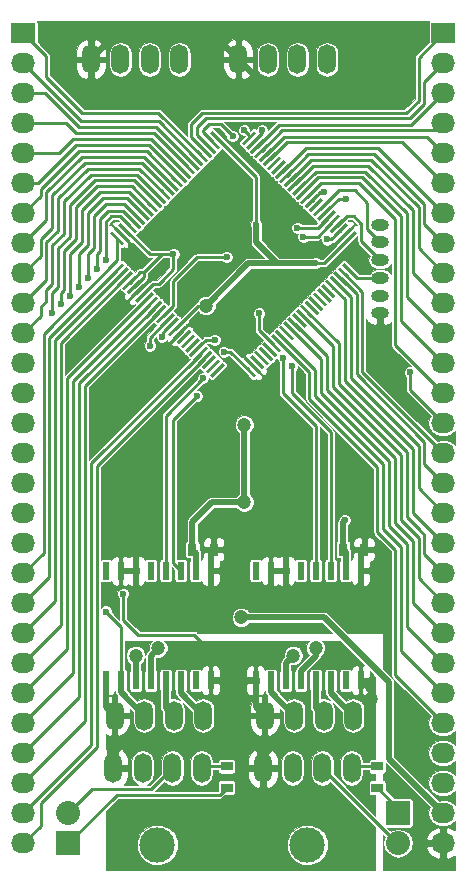
<source format=gbr>
G04 #@! TF.FileFunction,Copper,L2,Bot,Signal*
%FSLAX46Y46*%
G04 Gerber Fmt 4.6, Leading zero omitted, Abs format (unit mm)*
G04 Created by KiCad (PCBNEW 4.0.5) date 01/02/17 01:45:52*
%MOMM*%
%LPD*%
G01*
G04 APERTURE LIST*
%ADD10C,0.100000*%
%ADD11R,2.032000X1.727200*%
%ADD12O,2.032000X1.727200*%
%ADD13O,1.524000X1.000000*%
%ADD14R,1.000000X0.800000*%
%ADD15O,1.500000X2.500000*%
%ADD16R,2.032000X2.032000*%
%ADD17O,2.032000X2.032000*%
%ADD18R,0.600000X1.500000*%
%ADD19C,3.000000*%
%ADD20R,0.800000X1.000000*%
%ADD21C,0.600000*%
%ADD22C,1.200000*%
%ADD23C,0.500000*%
%ADD24C,0.250000*%
%ADD25C,1.000000*%
%ADD26C,0.026000*%
G04 APERTURE END LIST*
D10*
D11*
X36830000Y-1270000D03*
D12*
X36830000Y-3810000D03*
X36830000Y-6350000D03*
X36830000Y-8890000D03*
X36830000Y-11430000D03*
X36830000Y-13970000D03*
X36830000Y-16510000D03*
X36830000Y-19050000D03*
X36830000Y-21590000D03*
X36830000Y-24130000D03*
X36830000Y-26670000D03*
X36830000Y-29210000D03*
X36830000Y-31750000D03*
X36830000Y-34290000D03*
X36830000Y-36830000D03*
X36830000Y-39370000D03*
X36830000Y-41910000D03*
X36830000Y-44450000D03*
X36830000Y-46990000D03*
X36830000Y-49530000D03*
X36830000Y-52070000D03*
X36830000Y-54610000D03*
X36830000Y-57150000D03*
X36830000Y-59690000D03*
X36830000Y-62230000D03*
X36830000Y-64770000D03*
X36830000Y-67310000D03*
X36830000Y-69850000D03*
D13*
X31500000Y-25000000D03*
X31500000Y-23500000D03*
X31500000Y-22000000D03*
X31500000Y-20500000D03*
X31500000Y-19000000D03*
X31500000Y-17500000D03*
D14*
X31250000Y-63350000D03*
X31250000Y-65150000D03*
X18500000Y-63350000D03*
X18500000Y-65150000D03*
D10*
G36*
X17275162Y-30458109D02*
X17077172Y-30260119D01*
X18137832Y-29199459D01*
X18335822Y-29397449D01*
X17275162Y-30458109D01*
X17275162Y-30458109D01*
G37*
G36*
X16921609Y-30104556D02*
X16723619Y-29906566D01*
X17784279Y-28845906D01*
X17982269Y-29043896D01*
X16921609Y-30104556D01*
X16921609Y-30104556D01*
G37*
G36*
X16568055Y-29751002D02*
X16370065Y-29553012D01*
X17430725Y-28492352D01*
X17628715Y-28690342D01*
X16568055Y-29751002D01*
X16568055Y-29751002D01*
G37*
G36*
X16214502Y-29397449D02*
X16016512Y-29199459D01*
X17077172Y-28138799D01*
X17275162Y-28336789D01*
X16214502Y-29397449D01*
X16214502Y-29397449D01*
G37*
G36*
X15860949Y-29043896D02*
X15662959Y-28845906D01*
X16723619Y-27785246D01*
X16921609Y-27983236D01*
X15860949Y-29043896D01*
X15860949Y-29043896D01*
G37*
G36*
X15507395Y-28690342D02*
X15309405Y-28492352D01*
X16370065Y-27431692D01*
X16568055Y-27629682D01*
X15507395Y-28690342D01*
X15507395Y-28690342D01*
G37*
G36*
X15153842Y-28336789D02*
X14955852Y-28138799D01*
X16016512Y-27078139D01*
X16214502Y-27276129D01*
X15153842Y-28336789D01*
X15153842Y-28336789D01*
G37*
G36*
X14800288Y-27983236D02*
X14602298Y-27785246D01*
X15662958Y-26724586D01*
X15860948Y-26922576D01*
X14800288Y-27983236D01*
X14800288Y-27983236D01*
G37*
G36*
X14446735Y-27629682D02*
X14248745Y-27431692D01*
X15309405Y-26371032D01*
X15507395Y-26569022D01*
X14446735Y-27629682D01*
X14446735Y-27629682D01*
G37*
G36*
X14093182Y-27276129D02*
X13895192Y-27078139D01*
X14955852Y-26017479D01*
X15153842Y-26215469D01*
X14093182Y-27276129D01*
X14093182Y-27276129D01*
G37*
G36*
X13739628Y-26922575D02*
X13541638Y-26724585D01*
X14602298Y-25663925D01*
X14800288Y-25861915D01*
X13739628Y-26922575D01*
X13739628Y-26922575D01*
G37*
G36*
X13386075Y-26569022D02*
X13188085Y-26371032D01*
X14248745Y-25310372D01*
X14446735Y-25508362D01*
X13386075Y-26569022D01*
X13386075Y-26569022D01*
G37*
G36*
X13032521Y-26215469D02*
X12834531Y-26017479D01*
X13895191Y-24956819D01*
X14093181Y-25154809D01*
X13032521Y-26215469D01*
X13032521Y-26215469D01*
G37*
G36*
X12678968Y-25861915D02*
X12480978Y-25663925D01*
X13541638Y-24603265D01*
X13739628Y-24801255D01*
X12678968Y-25861915D01*
X12678968Y-25861915D01*
G37*
G36*
X12325415Y-25508362D02*
X12127425Y-25310372D01*
X13188085Y-24249712D01*
X13386075Y-24447702D01*
X12325415Y-25508362D01*
X12325415Y-25508362D01*
G37*
G36*
X11971861Y-25154808D02*
X11773871Y-24956818D01*
X12834531Y-23896158D01*
X13032521Y-24094148D01*
X11971861Y-25154808D01*
X11971861Y-25154808D01*
G37*
G36*
X11618308Y-24801255D02*
X11420318Y-24603265D01*
X12480978Y-23542605D01*
X12678968Y-23740595D01*
X11618308Y-24801255D01*
X11618308Y-24801255D01*
G37*
G36*
X11264754Y-24447702D02*
X11066764Y-24249712D01*
X12127424Y-23189052D01*
X12325414Y-23387042D01*
X11264754Y-24447702D01*
X11264754Y-24447702D01*
G37*
G36*
X10911201Y-24094148D02*
X10713211Y-23896158D01*
X11773871Y-22835498D01*
X11971861Y-23033488D01*
X10911201Y-24094148D01*
X10911201Y-24094148D01*
G37*
G36*
X10557648Y-23740595D02*
X10359658Y-23542605D01*
X11420318Y-22481945D01*
X11618308Y-22679935D01*
X10557648Y-23740595D01*
X10557648Y-23740595D01*
G37*
G36*
X10204094Y-23387041D02*
X10006104Y-23189051D01*
X11066764Y-22128391D01*
X11264754Y-22326381D01*
X10204094Y-23387041D01*
X10204094Y-23387041D01*
G37*
G36*
X9850541Y-23033488D02*
X9652551Y-22835498D01*
X10713211Y-21774838D01*
X10911201Y-21972828D01*
X9850541Y-23033488D01*
X9850541Y-23033488D01*
G37*
G36*
X9496988Y-22679935D02*
X9298998Y-22481945D01*
X10359658Y-21421285D01*
X10557648Y-21619275D01*
X9496988Y-22679935D01*
X9496988Y-22679935D01*
G37*
G36*
X9143434Y-22326381D02*
X8945444Y-22128391D01*
X10006104Y-21067731D01*
X10204094Y-21265721D01*
X9143434Y-22326381D01*
X9143434Y-22326381D01*
G37*
G36*
X8789881Y-21972828D02*
X8591891Y-21774838D01*
X9652551Y-20714178D01*
X9850541Y-20912168D01*
X8789881Y-21972828D01*
X8789881Y-21972828D01*
G37*
G36*
X8591891Y-18225162D02*
X8789881Y-18027172D01*
X9850541Y-19087832D01*
X9652551Y-19285822D01*
X8591891Y-18225162D01*
X8591891Y-18225162D01*
G37*
G36*
X8945444Y-17871609D02*
X9143434Y-17673619D01*
X10204094Y-18734279D01*
X10006104Y-18932269D01*
X8945444Y-17871609D01*
X8945444Y-17871609D01*
G37*
G36*
X9298998Y-17518055D02*
X9496988Y-17320065D01*
X10557648Y-18380725D01*
X10359658Y-18578715D01*
X9298998Y-17518055D01*
X9298998Y-17518055D01*
G37*
G36*
X9652551Y-17164502D02*
X9850541Y-16966512D01*
X10911201Y-18027172D01*
X10713211Y-18225162D01*
X9652551Y-17164502D01*
X9652551Y-17164502D01*
G37*
G36*
X10006104Y-16810949D02*
X10204094Y-16612959D01*
X11264754Y-17673619D01*
X11066764Y-17871609D01*
X10006104Y-16810949D01*
X10006104Y-16810949D01*
G37*
G36*
X10359658Y-16457395D02*
X10557648Y-16259405D01*
X11618308Y-17320065D01*
X11420318Y-17518055D01*
X10359658Y-16457395D01*
X10359658Y-16457395D01*
G37*
G36*
X10713211Y-16103842D02*
X10911201Y-15905852D01*
X11971861Y-16966512D01*
X11773871Y-17164502D01*
X10713211Y-16103842D01*
X10713211Y-16103842D01*
G37*
G36*
X11066764Y-15750288D02*
X11264754Y-15552298D01*
X12325414Y-16612958D01*
X12127424Y-16810948D01*
X11066764Y-15750288D01*
X11066764Y-15750288D01*
G37*
G36*
X11420318Y-15396735D02*
X11618308Y-15198745D01*
X12678968Y-16259405D01*
X12480978Y-16457395D01*
X11420318Y-15396735D01*
X11420318Y-15396735D01*
G37*
G36*
X11773871Y-15043182D02*
X11971861Y-14845192D01*
X13032521Y-15905852D01*
X12834531Y-16103842D01*
X11773871Y-15043182D01*
X11773871Y-15043182D01*
G37*
G36*
X12127425Y-14689628D02*
X12325415Y-14491638D01*
X13386075Y-15552298D01*
X13188085Y-15750288D01*
X12127425Y-14689628D01*
X12127425Y-14689628D01*
G37*
G36*
X12480978Y-14336075D02*
X12678968Y-14138085D01*
X13739628Y-15198745D01*
X13541638Y-15396735D01*
X12480978Y-14336075D01*
X12480978Y-14336075D01*
G37*
G36*
X12834531Y-13982521D02*
X13032521Y-13784531D01*
X14093181Y-14845191D01*
X13895191Y-15043181D01*
X12834531Y-13982521D01*
X12834531Y-13982521D01*
G37*
G36*
X13188085Y-13628968D02*
X13386075Y-13430978D01*
X14446735Y-14491638D01*
X14248745Y-14689628D01*
X13188085Y-13628968D01*
X13188085Y-13628968D01*
G37*
G36*
X13541638Y-13275415D02*
X13739628Y-13077425D01*
X14800288Y-14138085D01*
X14602298Y-14336075D01*
X13541638Y-13275415D01*
X13541638Y-13275415D01*
G37*
G36*
X13895192Y-12921861D02*
X14093182Y-12723871D01*
X15153842Y-13784531D01*
X14955852Y-13982521D01*
X13895192Y-12921861D01*
X13895192Y-12921861D01*
G37*
G36*
X14248745Y-12568308D02*
X14446735Y-12370318D01*
X15507395Y-13430978D01*
X15309405Y-13628968D01*
X14248745Y-12568308D01*
X14248745Y-12568308D01*
G37*
G36*
X14602298Y-12214754D02*
X14800288Y-12016764D01*
X15860948Y-13077424D01*
X15662958Y-13275414D01*
X14602298Y-12214754D01*
X14602298Y-12214754D01*
G37*
G36*
X14955852Y-11861201D02*
X15153842Y-11663211D01*
X16214502Y-12723871D01*
X16016512Y-12921861D01*
X14955852Y-11861201D01*
X14955852Y-11861201D01*
G37*
G36*
X15309405Y-11507648D02*
X15507395Y-11309658D01*
X16568055Y-12370318D01*
X16370065Y-12568308D01*
X15309405Y-11507648D01*
X15309405Y-11507648D01*
G37*
G36*
X15662959Y-11154094D02*
X15860949Y-10956104D01*
X16921609Y-12016764D01*
X16723619Y-12214754D01*
X15662959Y-11154094D01*
X15662959Y-11154094D01*
G37*
G36*
X16016512Y-10800541D02*
X16214502Y-10602551D01*
X17275162Y-11663211D01*
X17077172Y-11861201D01*
X16016512Y-10800541D01*
X16016512Y-10800541D01*
G37*
G36*
X16370065Y-10446988D02*
X16568055Y-10248998D01*
X17628715Y-11309658D01*
X17430725Y-11507648D01*
X16370065Y-10446988D01*
X16370065Y-10446988D01*
G37*
G36*
X16723619Y-10093434D02*
X16921609Y-9895444D01*
X17982269Y-10956104D01*
X17784279Y-11154094D01*
X16723619Y-10093434D01*
X16723619Y-10093434D01*
G37*
G36*
X17077172Y-9739881D02*
X17275162Y-9541891D01*
X18335822Y-10602551D01*
X18137832Y-10800541D01*
X17077172Y-9739881D01*
X17077172Y-9739881D01*
G37*
G36*
X19962168Y-10800541D02*
X19764178Y-10602551D01*
X20824838Y-9541891D01*
X21022828Y-9739881D01*
X19962168Y-10800541D01*
X19962168Y-10800541D01*
G37*
G36*
X20315721Y-11154094D02*
X20117731Y-10956104D01*
X21178391Y-9895444D01*
X21376381Y-10093434D01*
X20315721Y-11154094D01*
X20315721Y-11154094D01*
G37*
G36*
X20669275Y-11507648D02*
X20471285Y-11309658D01*
X21531945Y-10248998D01*
X21729935Y-10446988D01*
X20669275Y-11507648D01*
X20669275Y-11507648D01*
G37*
G36*
X21022828Y-11861201D02*
X20824838Y-11663211D01*
X21885498Y-10602551D01*
X22083488Y-10800541D01*
X21022828Y-11861201D01*
X21022828Y-11861201D01*
G37*
G36*
X21376381Y-12214754D02*
X21178391Y-12016764D01*
X22239051Y-10956104D01*
X22437041Y-11154094D01*
X21376381Y-12214754D01*
X21376381Y-12214754D01*
G37*
G36*
X21729935Y-12568308D02*
X21531945Y-12370318D01*
X22592605Y-11309658D01*
X22790595Y-11507648D01*
X21729935Y-12568308D01*
X21729935Y-12568308D01*
G37*
G36*
X22083488Y-12921861D02*
X21885498Y-12723871D01*
X22946158Y-11663211D01*
X23144148Y-11861201D01*
X22083488Y-12921861D01*
X22083488Y-12921861D01*
G37*
G36*
X22437042Y-13275414D02*
X22239052Y-13077424D01*
X23299712Y-12016764D01*
X23497702Y-12214754D01*
X22437042Y-13275414D01*
X22437042Y-13275414D01*
G37*
G36*
X22790595Y-13628968D02*
X22592605Y-13430978D01*
X23653265Y-12370318D01*
X23851255Y-12568308D01*
X22790595Y-13628968D01*
X22790595Y-13628968D01*
G37*
G36*
X23144148Y-13982521D02*
X22946158Y-13784531D01*
X24006818Y-12723871D01*
X24204808Y-12921861D01*
X23144148Y-13982521D01*
X23144148Y-13982521D01*
G37*
G36*
X23497702Y-14336075D02*
X23299712Y-14138085D01*
X24360372Y-13077425D01*
X24558362Y-13275415D01*
X23497702Y-14336075D01*
X23497702Y-14336075D01*
G37*
G36*
X23851255Y-14689628D02*
X23653265Y-14491638D01*
X24713925Y-13430978D01*
X24911915Y-13628968D01*
X23851255Y-14689628D01*
X23851255Y-14689628D01*
G37*
G36*
X24204809Y-15043181D02*
X24006819Y-14845191D01*
X25067479Y-13784531D01*
X25265469Y-13982521D01*
X24204809Y-15043181D01*
X24204809Y-15043181D01*
G37*
G36*
X24558362Y-15396735D02*
X24360372Y-15198745D01*
X25421032Y-14138085D01*
X25619022Y-14336075D01*
X24558362Y-15396735D01*
X24558362Y-15396735D01*
G37*
G36*
X24911915Y-15750288D02*
X24713925Y-15552298D01*
X25774585Y-14491638D01*
X25972575Y-14689628D01*
X24911915Y-15750288D01*
X24911915Y-15750288D01*
G37*
G36*
X25265469Y-16103842D02*
X25067479Y-15905852D01*
X26128139Y-14845192D01*
X26326129Y-15043182D01*
X25265469Y-16103842D01*
X25265469Y-16103842D01*
G37*
G36*
X25619022Y-16457395D02*
X25421032Y-16259405D01*
X26481692Y-15198745D01*
X26679682Y-15396735D01*
X25619022Y-16457395D01*
X25619022Y-16457395D01*
G37*
G36*
X25972576Y-16810948D02*
X25774586Y-16612958D01*
X26835246Y-15552298D01*
X27033236Y-15750288D01*
X25972576Y-16810948D01*
X25972576Y-16810948D01*
G37*
G36*
X26326129Y-17164502D02*
X26128139Y-16966512D01*
X27188799Y-15905852D01*
X27386789Y-16103842D01*
X26326129Y-17164502D01*
X26326129Y-17164502D01*
G37*
G36*
X26679682Y-17518055D02*
X26481692Y-17320065D01*
X27542352Y-16259405D01*
X27740342Y-16457395D01*
X26679682Y-17518055D01*
X26679682Y-17518055D01*
G37*
G36*
X27033236Y-17871609D02*
X26835246Y-17673619D01*
X27895906Y-16612959D01*
X28093896Y-16810949D01*
X27033236Y-17871609D01*
X27033236Y-17871609D01*
G37*
G36*
X27386789Y-18225162D02*
X27188799Y-18027172D01*
X28249459Y-16966512D01*
X28447449Y-17164502D01*
X27386789Y-18225162D01*
X27386789Y-18225162D01*
G37*
G36*
X27740342Y-18578715D02*
X27542352Y-18380725D01*
X28603012Y-17320065D01*
X28801002Y-17518055D01*
X27740342Y-18578715D01*
X27740342Y-18578715D01*
G37*
G36*
X28093896Y-18932269D02*
X27895906Y-18734279D01*
X28956566Y-17673619D01*
X29154556Y-17871609D01*
X28093896Y-18932269D01*
X28093896Y-18932269D01*
G37*
G36*
X28447449Y-19285822D02*
X28249459Y-19087832D01*
X29310119Y-18027172D01*
X29508109Y-18225162D01*
X28447449Y-19285822D01*
X28447449Y-19285822D01*
G37*
G36*
X28249459Y-20912168D02*
X28447449Y-20714178D01*
X29508109Y-21774838D01*
X29310119Y-21972828D01*
X28249459Y-20912168D01*
X28249459Y-20912168D01*
G37*
G36*
X27895906Y-21265721D02*
X28093896Y-21067731D01*
X29154556Y-22128391D01*
X28956566Y-22326381D01*
X27895906Y-21265721D01*
X27895906Y-21265721D01*
G37*
G36*
X27542352Y-21619275D02*
X27740342Y-21421285D01*
X28801002Y-22481945D01*
X28603012Y-22679935D01*
X27542352Y-21619275D01*
X27542352Y-21619275D01*
G37*
G36*
X27188799Y-21972828D02*
X27386789Y-21774838D01*
X28447449Y-22835498D01*
X28249459Y-23033488D01*
X27188799Y-21972828D01*
X27188799Y-21972828D01*
G37*
G36*
X26835246Y-22326381D02*
X27033236Y-22128391D01*
X28093896Y-23189051D01*
X27895906Y-23387041D01*
X26835246Y-22326381D01*
X26835246Y-22326381D01*
G37*
G36*
X26481692Y-22679935D02*
X26679682Y-22481945D01*
X27740342Y-23542605D01*
X27542352Y-23740595D01*
X26481692Y-22679935D01*
X26481692Y-22679935D01*
G37*
G36*
X26128139Y-23033488D02*
X26326129Y-22835498D01*
X27386789Y-23896158D01*
X27188799Y-24094148D01*
X26128139Y-23033488D01*
X26128139Y-23033488D01*
G37*
G36*
X25774586Y-23387042D02*
X25972576Y-23189052D01*
X27033236Y-24249712D01*
X26835246Y-24447702D01*
X25774586Y-23387042D01*
X25774586Y-23387042D01*
G37*
G36*
X25421032Y-23740595D02*
X25619022Y-23542605D01*
X26679682Y-24603265D01*
X26481692Y-24801255D01*
X25421032Y-23740595D01*
X25421032Y-23740595D01*
G37*
G36*
X25067479Y-24094148D02*
X25265469Y-23896158D01*
X26326129Y-24956818D01*
X26128139Y-25154808D01*
X25067479Y-24094148D01*
X25067479Y-24094148D01*
G37*
G36*
X24713925Y-24447702D02*
X24911915Y-24249712D01*
X25972575Y-25310372D01*
X25774585Y-25508362D01*
X24713925Y-24447702D01*
X24713925Y-24447702D01*
G37*
G36*
X24360372Y-24801255D02*
X24558362Y-24603265D01*
X25619022Y-25663925D01*
X25421032Y-25861915D01*
X24360372Y-24801255D01*
X24360372Y-24801255D01*
G37*
G36*
X24006819Y-25154809D02*
X24204809Y-24956819D01*
X25265469Y-26017479D01*
X25067479Y-26215469D01*
X24006819Y-25154809D01*
X24006819Y-25154809D01*
G37*
G36*
X23653265Y-25508362D02*
X23851255Y-25310372D01*
X24911915Y-26371032D01*
X24713925Y-26569022D01*
X23653265Y-25508362D01*
X23653265Y-25508362D01*
G37*
G36*
X23299712Y-25861915D02*
X23497702Y-25663925D01*
X24558362Y-26724585D01*
X24360372Y-26922575D01*
X23299712Y-25861915D01*
X23299712Y-25861915D01*
G37*
G36*
X22946158Y-26215469D02*
X23144148Y-26017479D01*
X24204808Y-27078139D01*
X24006818Y-27276129D01*
X22946158Y-26215469D01*
X22946158Y-26215469D01*
G37*
G36*
X22592605Y-26569022D02*
X22790595Y-26371032D01*
X23851255Y-27431692D01*
X23653265Y-27629682D01*
X22592605Y-26569022D01*
X22592605Y-26569022D01*
G37*
G36*
X22239052Y-26922576D02*
X22437042Y-26724586D01*
X23497702Y-27785246D01*
X23299712Y-27983236D01*
X22239052Y-26922576D01*
X22239052Y-26922576D01*
G37*
G36*
X21885498Y-27276129D02*
X22083488Y-27078139D01*
X23144148Y-28138799D01*
X22946158Y-28336789D01*
X21885498Y-27276129D01*
X21885498Y-27276129D01*
G37*
G36*
X21531945Y-27629682D02*
X21729935Y-27431692D01*
X22790595Y-28492352D01*
X22592605Y-28690342D01*
X21531945Y-27629682D01*
X21531945Y-27629682D01*
G37*
G36*
X21178391Y-27983236D02*
X21376381Y-27785246D01*
X22437041Y-28845906D01*
X22239051Y-29043896D01*
X21178391Y-27983236D01*
X21178391Y-27983236D01*
G37*
G36*
X20824838Y-28336789D02*
X21022828Y-28138799D01*
X22083488Y-29199459D01*
X21885498Y-29397449D01*
X20824838Y-28336789D01*
X20824838Y-28336789D01*
G37*
G36*
X20471285Y-28690342D02*
X20669275Y-28492352D01*
X21729935Y-29553012D01*
X21531945Y-29751002D01*
X20471285Y-28690342D01*
X20471285Y-28690342D01*
G37*
G36*
X20117731Y-29043896D02*
X20315721Y-28845906D01*
X21376381Y-29906566D01*
X21178391Y-30104556D01*
X20117731Y-29043896D01*
X20117731Y-29043896D01*
G37*
G36*
X19764178Y-29397449D02*
X19962168Y-29199459D01*
X21022828Y-30260119D01*
X20824838Y-30458109D01*
X19764178Y-29397449D01*
X19764178Y-29397449D01*
G37*
D15*
X27000000Y-3500000D03*
X24500000Y-3500000D03*
X22000000Y-3500000D03*
X19500000Y-3500000D03*
X14500000Y-3500000D03*
X12000000Y-3500000D03*
X9500000Y-3500000D03*
X7000000Y-3500000D03*
X16510000Y-59055000D03*
X14010000Y-59055000D03*
X11510000Y-59055000D03*
X9010000Y-59055000D03*
D16*
X33020000Y-67310000D03*
D17*
X33020000Y-69850000D03*
D15*
X29210000Y-59055000D03*
X26710000Y-59055000D03*
X24210000Y-59055000D03*
X21710000Y-59055000D03*
D16*
X5080000Y-69850000D03*
D17*
X5080000Y-67310000D03*
D18*
X8255000Y-46785000D03*
X9525000Y-46785000D03*
X10795000Y-46785000D03*
X12065000Y-46785000D03*
X13335000Y-46785000D03*
X14605000Y-46785000D03*
X15875000Y-46785000D03*
X17145000Y-46785000D03*
X17145000Y-56085000D03*
X15875000Y-56085000D03*
X14605000Y-56085000D03*
X13335000Y-56085000D03*
X12065000Y-56085000D03*
X10795000Y-56085000D03*
X9525000Y-56085000D03*
X8255000Y-56085000D03*
X20955000Y-46785000D03*
X22225000Y-46785000D03*
X23495000Y-46785000D03*
X24765000Y-46785000D03*
X26035000Y-46785000D03*
X27305000Y-46785000D03*
X28575000Y-46785000D03*
X29845000Y-46785000D03*
X29845000Y-56085000D03*
X28575000Y-56085000D03*
X27305000Y-56085000D03*
X26035000Y-56085000D03*
X24765000Y-56085000D03*
X23495000Y-56085000D03*
X22225000Y-56085000D03*
X20955000Y-56085000D03*
D11*
X1270000Y-1270000D03*
D12*
X1270000Y-3810000D03*
X1270000Y-6350000D03*
X1270000Y-8890000D03*
X1270000Y-11430000D03*
X1270000Y-13970000D03*
X1270000Y-16510000D03*
X1270000Y-19050000D03*
X1270000Y-21590000D03*
X1270000Y-24130000D03*
X1270000Y-26670000D03*
X1270000Y-29210000D03*
X1270000Y-31750000D03*
X1270000Y-34290000D03*
X1270000Y-36830000D03*
X1270000Y-39370000D03*
X1270000Y-41910000D03*
X1270000Y-44450000D03*
X1270000Y-46990000D03*
X1270000Y-49530000D03*
X1270000Y-52070000D03*
X1270000Y-54610000D03*
X1270000Y-57150000D03*
X1270000Y-59690000D03*
X1270000Y-62230000D03*
X1270000Y-64770000D03*
X1270000Y-67310000D03*
X1270000Y-69850000D03*
D15*
X8890000Y-63500000D03*
X11390000Y-63500000D03*
X13890000Y-63500000D03*
X16390000Y-63500000D03*
D19*
X12640000Y-70000000D03*
D15*
X21590000Y-63500000D03*
X24090000Y-63500000D03*
X26590000Y-63500000D03*
X29090000Y-63500000D03*
D19*
X25340000Y-70000000D03*
D20*
X15600000Y-45000000D03*
X17400000Y-45000000D03*
X28350000Y-45000000D03*
X30150000Y-45000000D03*
D21*
X11430000Y-18415000D03*
X19050000Y-14605000D03*
X16510000Y-22860000D03*
D22*
X23000000Y-7000000D03*
X27000000Y-48500000D03*
X22500000Y-36500000D03*
X22500000Y-33000000D03*
X11500000Y-44500000D03*
D21*
X11750000Y-31500000D03*
X12250000Y-21750000D03*
X10250000Y-19750000D03*
X20000000Y-28250000D03*
X15750000Y-26000000D03*
X26000000Y-19750000D03*
X12000000Y-27750000D03*
X19000000Y-10000000D03*
X27000000Y-18750000D03*
D22*
X16750000Y-24350000D03*
D21*
X28500000Y-42500000D03*
X21000000Y-17500000D03*
D22*
X20000000Y-34450000D03*
X20000000Y-41000000D03*
D21*
X14000000Y-20000000D03*
X17500000Y-27250000D03*
X18250000Y-28250000D03*
X26000000Y-20750000D03*
X21250000Y-25000000D03*
D22*
X19750000Y-50750000D03*
D21*
X13000000Y-27000000D03*
X28600000Y-15300000D03*
X18500000Y-20250000D03*
D22*
X12700000Y-53340000D03*
D21*
X9750000Y-48750000D03*
D22*
X30734000Y-57658000D03*
X26035000Y-53340000D03*
X10795000Y-53975000D03*
X24130000Y-53975000D03*
D21*
X8250000Y-50250000D03*
X8250000Y-20500000D03*
X7500000Y-21250000D03*
X6750000Y-22000000D03*
X6000000Y-22750000D03*
X5250000Y-23500000D03*
X4500000Y-24250000D03*
X3750000Y-25000000D03*
X26750000Y-14750000D03*
X34000000Y-30000000D03*
X25000000Y-18500000D03*
X24000000Y-29500000D03*
X24500000Y-17750000D03*
X23250000Y-28750000D03*
X20000000Y-9500000D03*
X16500000Y-30500000D03*
X21500000Y-9500000D03*
X16000000Y-32000000D03*
D23*
X22500000Y-36500000D02*
X22500000Y-44500000D01*
X23495000Y-45495000D02*
X23495000Y-46785000D01*
X22500000Y-44500000D02*
X23495000Y-45495000D01*
X23000000Y-7000000D02*
X19500000Y-3500000D01*
X22500000Y-33000000D02*
X22500000Y-36500000D01*
X10795000Y-45205000D02*
X10795000Y-46785000D01*
X11500000Y-44500000D02*
X10795000Y-45205000D01*
D24*
X13500000Y-27671321D02*
X14524517Y-26646804D01*
X13500000Y-29750000D02*
X13500000Y-27671321D01*
X11750000Y-31500000D02*
X13500000Y-29750000D01*
X10988983Y-23111270D02*
X12250000Y-21850253D01*
X12250000Y-21850253D02*
X12250000Y-21750000D01*
X9574769Y-18302944D02*
X10250000Y-18978175D01*
X10250000Y-18978175D02*
X10250000Y-19750000D01*
X15750000Y-26000000D02*
X18750000Y-26000000D01*
X18750000Y-26000000D02*
X20000000Y-27250000D01*
X20000000Y-27250000D02*
X20000000Y-28250000D01*
X20000000Y-28728175D02*
X20000000Y-28250000D01*
X20000000Y-28728175D02*
X20747056Y-29475231D01*
X15171321Y-26000000D02*
X15750000Y-26000000D01*
X15171321Y-26000000D02*
X14524517Y-26646804D01*
X28525231Y-18302944D02*
X27078175Y-19750000D01*
X27078175Y-19750000D02*
X26000000Y-19750000D01*
D23*
X17145000Y-48145000D02*
X16790000Y-48500000D01*
X16790000Y-48500000D02*
X11250000Y-48500000D01*
X11250000Y-48500000D02*
X10795000Y-48045000D01*
X10795000Y-48045000D02*
X10795000Y-46785000D01*
X23495000Y-46785000D02*
X23495000Y-47995000D01*
X23495000Y-47995000D02*
X24000000Y-48500000D01*
X24000000Y-48500000D02*
X27000000Y-48500000D01*
X29845000Y-47905000D02*
X29845000Y-46785000D01*
X29250000Y-48500000D02*
X29845000Y-47905000D01*
X27000000Y-48500000D02*
X29250000Y-48500000D01*
X17145000Y-46785000D02*
X17145000Y-48145000D01*
X22225000Y-48025000D02*
X22225000Y-46785000D01*
X21750000Y-48500000D02*
X22225000Y-48025000D01*
X17500000Y-48500000D02*
X21750000Y-48500000D01*
X17145000Y-48145000D02*
X17500000Y-48500000D01*
X22225000Y-46785000D02*
X23495000Y-46785000D01*
X29845000Y-46785000D02*
X29845000Y-45305000D01*
X29845000Y-45305000D02*
X30150000Y-45000000D01*
X17145000Y-46785000D02*
X17145000Y-45255000D01*
X17145000Y-45255000D02*
X17400000Y-45000000D01*
X9525000Y-46785000D02*
X10795000Y-46785000D01*
X7000000Y-3500000D02*
X9000000Y-1500000D01*
X9000000Y-1500000D02*
X17500000Y-1500000D01*
X17500000Y-1500000D02*
X19500000Y-3500000D01*
D24*
X13463856Y-25586144D02*
X12000000Y-27050000D01*
X12000000Y-27050000D02*
X12000000Y-27750000D01*
X17000000Y-9000000D02*
X18000000Y-9000000D01*
X18000000Y-9000000D02*
X19000000Y-10000000D01*
X16500000Y-9671825D02*
X16500000Y-9500000D01*
X16500000Y-9500000D02*
X17000000Y-9000000D01*
X16500000Y-9671825D02*
X17352944Y-10524769D01*
X27371067Y-18750000D02*
X27000000Y-18750000D01*
X27371067Y-18750000D02*
X28171677Y-17949390D01*
X16750000Y-24350000D02*
X16114213Y-24350000D01*
X16114213Y-24350000D02*
X14170963Y-26293250D01*
D23*
X22750000Y-20750000D02*
X20350000Y-20750000D01*
X20350000Y-20750000D02*
X16750000Y-24350000D01*
X28350000Y-45000000D02*
X28350000Y-42650000D01*
X28350000Y-42650000D02*
X28500000Y-42500000D01*
D24*
X21000000Y-17500000D02*
X21000000Y-13464719D01*
X21000000Y-13464719D02*
X17706497Y-10171216D01*
D23*
X22750000Y-20750000D02*
X21000000Y-19000000D01*
X21000000Y-19000000D02*
X21000000Y-17500000D01*
X22750000Y-20750000D02*
X26000000Y-20750000D01*
X15600000Y-45000000D02*
X15600000Y-42650000D01*
X17250000Y-41000000D02*
X20000000Y-41000000D01*
X15600000Y-42650000D02*
X17250000Y-41000000D01*
X20000000Y-41000000D02*
X20000000Y-34450000D01*
D24*
X13000000Y-20000000D02*
X11978933Y-20000000D01*
X11978933Y-20000000D02*
X9928323Y-17949390D01*
X14000000Y-20000000D02*
X13000000Y-20000000D01*
X14000000Y-20000000D02*
X14000000Y-21250000D01*
X14000000Y-21250000D02*
X13000000Y-22250000D01*
X15938730Y-28061017D02*
X16749747Y-27250000D01*
X16749747Y-27250000D02*
X17500000Y-27250000D01*
X20393503Y-29828784D02*
X18814719Y-28250000D01*
X18814719Y-28250000D02*
X18250000Y-28250000D01*
X28878784Y-18656497D02*
X26785281Y-20750000D01*
X26785281Y-20750000D02*
X26000000Y-20750000D01*
X11342536Y-23464823D02*
X12307359Y-22500000D01*
X12750000Y-22500000D02*
X13000000Y-22250000D01*
X12307359Y-22500000D02*
X12750000Y-22500000D01*
X11500000Y-21500000D02*
X13000000Y-20000000D01*
X10635429Y-22757716D02*
X11500000Y-21893145D01*
X11186039Y-21500000D02*
X11500000Y-21500000D01*
X11186039Y-21500000D02*
X10281876Y-22404163D01*
X11500000Y-21893145D02*
X11500000Y-21500000D01*
D23*
X28575000Y-46785000D02*
X28575000Y-45225000D01*
X28575000Y-45225000D02*
X28350000Y-45000000D01*
X15875000Y-46785000D02*
X15875000Y-45275000D01*
X15875000Y-45275000D02*
X15600000Y-45000000D01*
D24*
X22514823Y-27707464D02*
X21250000Y-26442641D01*
X21250000Y-26442641D02*
X21250000Y-25000000D01*
X27818124Y-17595837D02*
X28663961Y-16750000D01*
X29900000Y-18900000D02*
X31500000Y-20500000D01*
X29900000Y-17400000D02*
X29900000Y-18900000D01*
X29250000Y-16750000D02*
X29900000Y-17400000D01*
X28663961Y-16750000D02*
X29250000Y-16750000D01*
D23*
X36830000Y-67310000D02*
X32250000Y-62730000D01*
X32250000Y-62730000D02*
X32250000Y-56250000D01*
X32250000Y-56250000D02*
X26750000Y-50750000D01*
X26750000Y-50750000D02*
X19750000Y-50750000D01*
D24*
X13817410Y-25939697D02*
X13000000Y-26757107D01*
X13000000Y-26757107D02*
X13000000Y-27000000D01*
X28878784Y-21343503D02*
X29535281Y-22000000D01*
X29535281Y-22000000D02*
X31500000Y-22000000D01*
X31500000Y-19000000D02*
X30400000Y-17900000D01*
X27985534Y-14600000D02*
X26403911Y-16181623D01*
X29350000Y-14600000D02*
X27985534Y-14600000D01*
X30400000Y-15650000D02*
X29350000Y-14600000D01*
X30400000Y-17900000D02*
X30400000Y-15650000D01*
X26757464Y-16535177D02*
X27992641Y-15300000D01*
X27992641Y-15300000D02*
X28600000Y-15300000D01*
X36830000Y-49530000D02*
X34750000Y-47450000D01*
X34750000Y-44000000D02*
X33250000Y-42500000D01*
X34750000Y-47450000D02*
X34750000Y-44000000D01*
X24989697Y-25232590D02*
X27500000Y-27742893D01*
X33250000Y-37000000D02*
X33250000Y-42500000D01*
X27500000Y-31250000D02*
X33250000Y-37000000D01*
X27500000Y-27742893D02*
X27500000Y-31250000D01*
X33750000Y-42250000D02*
X34750000Y-43250000D01*
X34750000Y-43250000D02*
X34750000Y-43250000D01*
X36830000Y-46990000D02*
X35250000Y-45410000D01*
X35250000Y-45410000D02*
X35250000Y-43750000D01*
X35250000Y-43750000D02*
X34750000Y-43250000D01*
X28000000Y-27535787D02*
X25343250Y-24879037D01*
X28000000Y-31000000D02*
X28000000Y-27535787D01*
X33750000Y-36750000D02*
X28000000Y-31000000D01*
X33750000Y-42250000D02*
X33750000Y-36750000D01*
X36830000Y-13970000D02*
X33360000Y-10500000D01*
X33360000Y-10500000D02*
X23600253Y-10500000D01*
X22161270Y-11938983D02*
X23600253Y-10500000D01*
X21807716Y-11585429D02*
X23343147Y-10049998D01*
X35449998Y-10049998D02*
X36830000Y-11430000D01*
X23343147Y-10049998D02*
X35449998Y-10049998D01*
X14000000Y-22250000D02*
X14000000Y-24342893D01*
X16000000Y-20250000D02*
X14000000Y-22250000D01*
X18500000Y-20250000D02*
X16000000Y-20250000D01*
X14000000Y-24342893D02*
X13110303Y-25232590D01*
D23*
X12065000Y-56085000D02*
X12065000Y-53975000D01*
X12065000Y-53975000D02*
X12700000Y-53340000D01*
D24*
X17145000Y-53645000D02*
X17145000Y-56085000D01*
X15750000Y-52250000D02*
X17145000Y-53645000D01*
X11000000Y-52250000D02*
X15750000Y-52250000D01*
X9750000Y-51000000D02*
X11000000Y-52250000D01*
X9750000Y-48750000D02*
X9750000Y-51000000D01*
D23*
X29845000Y-56085000D02*
X30734000Y-56974000D01*
X30734000Y-56974000D02*
X30734000Y-57658000D01*
X22860000Y-61214000D02*
X21590000Y-62484000D01*
X30734000Y-57658000D02*
X30734000Y-59944000D01*
X30734000Y-59944000D02*
X29464000Y-61214000D01*
X29464000Y-61214000D02*
X22860000Y-61214000D01*
X21590000Y-62484000D02*
X21590000Y-63500000D01*
D25*
X8890000Y-63500000D02*
X8890000Y-61976000D01*
X21590000Y-61976000D02*
X21590000Y-63500000D01*
X20828000Y-61214000D02*
X21590000Y-61976000D01*
X9652000Y-61214000D02*
X20828000Y-61214000D01*
X8890000Y-61976000D02*
X9652000Y-61214000D01*
D23*
X17145000Y-56085000D02*
X20955000Y-56085000D01*
X9010000Y-59055000D02*
X8255000Y-58300000D01*
X8255000Y-58300000D02*
X8255000Y-56085000D01*
X20955000Y-56085000D02*
X20955000Y-58300000D01*
X20955000Y-58300000D02*
X21710000Y-59055000D01*
X24765000Y-55245000D02*
X24765000Y-56085000D01*
X26035000Y-53975000D02*
X24765000Y-55245000D01*
X26035000Y-53340000D02*
X26035000Y-53975000D01*
X10795000Y-56085000D02*
X10795000Y-53975000D01*
X23495000Y-56085000D02*
X23495000Y-54610000D01*
X23495000Y-54610000D02*
X24130000Y-53975000D01*
D24*
X9525000Y-51525000D02*
X9525000Y-56085000D01*
X8250000Y-50250000D02*
X9525000Y-51525000D01*
D23*
X24210000Y-59055000D02*
X22225000Y-57070000D01*
X22225000Y-57070000D02*
X22225000Y-56085000D01*
X11510000Y-59055000D02*
X9525000Y-57070000D01*
X9525000Y-57070000D02*
X9525000Y-56085000D01*
D24*
X16390000Y-63500000D02*
X16540000Y-63350000D01*
X16540000Y-63350000D02*
X18500000Y-63350000D01*
D23*
X16510000Y-59055000D02*
X14605000Y-57150000D01*
X14605000Y-57150000D02*
X14605000Y-56085000D01*
D24*
X5080000Y-67310000D02*
X7140000Y-65250000D01*
X12140000Y-65250000D02*
X13890000Y-63500000D01*
X7140000Y-65250000D02*
X12140000Y-65250000D01*
D23*
X14010000Y-59055000D02*
X13335000Y-58380000D01*
X13335000Y-58380000D02*
X13335000Y-56085000D01*
D24*
X1270000Y-69850000D02*
X2750000Y-68370000D01*
X7500000Y-37913961D02*
X16645837Y-28768124D01*
X7500000Y-61750000D02*
X7500000Y-37913961D01*
X2750000Y-66500000D02*
X7500000Y-61750000D01*
X2750000Y-68370000D02*
X2750000Y-66500000D01*
X16292284Y-28414571D02*
X7000000Y-37706855D01*
X7000000Y-61580000D02*
X1270000Y-67310000D01*
X7000000Y-37706855D02*
X7000000Y-61580000D01*
X1270000Y-64770000D02*
X6500000Y-59540000D01*
X6500000Y-31135787D02*
X12756750Y-24879037D01*
X6500000Y-59540000D02*
X6500000Y-31135787D01*
X12403196Y-24525483D02*
X6000000Y-30928679D01*
X6000000Y-57500000D02*
X1270000Y-62230000D01*
X6000000Y-30928679D02*
X6000000Y-57500000D01*
X1270000Y-59690000D02*
X5500000Y-55460000D01*
X5500000Y-30721573D02*
X12049643Y-24171930D01*
X5500000Y-55460000D02*
X5500000Y-30721573D01*
X11696089Y-23818377D02*
X5000000Y-30514466D01*
X5000000Y-53420000D02*
X1270000Y-57150000D01*
X5000000Y-30514466D02*
X5000000Y-53420000D01*
X1270000Y-54610000D02*
X4500000Y-51380000D01*
X4500000Y-27478933D02*
X9928323Y-22050610D01*
X4500000Y-51380000D02*
X4500000Y-27478933D01*
X9574769Y-21697056D02*
X4000000Y-27271825D01*
X4000000Y-49340000D02*
X1270000Y-52070000D01*
X4000000Y-27271825D02*
X4000000Y-49340000D01*
X9221216Y-21343503D02*
X3500000Y-27064719D01*
X3500000Y-47300000D02*
X1270000Y-49530000D01*
X3500000Y-27064719D02*
X3500000Y-47300000D01*
X1270000Y-46990000D02*
X3000000Y-45260000D01*
X9221216Y-20528784D02*
X9221216Y-18656497D01*
X3000000Y-26750000D02*
X9221216Y-20528784D01*
X3000000Y-45260000D02*
X3000000Y-26750000D01*
X10281876Y-17595837D02*
X9436039Y-16750000D01*
X8250000Y-17250000D02*
X8250000Y-20500000D01*
X8750000Y-16750000D02*
X8250000Y-17250000D01*
X9436039Y-16750000D02*
X8750000Y-16750000D01*
X7750000Y-17000000D02*
X7750000Y-19750000D01*
X7750000Y-19750000D02*
X7500000Y-20000000D01*
X7500000Y-21250000D02*
X7500000Y-20000000D01*
X9693143Y-16299998D02*
X10635429Y-17242284D01*
X8450002Y-16299998D02*
X9693143Y-16299998D01*
X7750000Y-17000000D02*
X8450002Y-16299998D01*
X7250000Y-16750000D02*
X7250000Y-19500000D01*
X7250000Y-19500000D02*
X6750000Y-20000000D01*
X10988983Y-16888730D02*
X9850253Y-15750000D01*
X6750000Y-20000000D02*
X6750000Y-22000000D01*
X8250000Y-15750000D02*
X7250000Y-16750000D01*
X9850253Y-15750000D02*
X8250000Y-15750000D01*
X1500000Y-39500000D02*
X1500000Y-39600000D01*
X1500000Y-39600000D02*
X1500000Y-39500000D01*
X1500000Y-39600000D02*
X1513602Y-39600000D01*
X6750000Y-16500000D02*
X6750000Y-19250000D01*
X6750000Y-19250000D02*
X6000000Y-20000000D01*
X6000000Y-22750000D02*
X6000000Y-20000000D01*
X10057359Y-15250000D02*
X11342536Y-16535177D01*
X8000000Y-15250000D02*
X10057359Y-15250000D01*
X6750000Y-16500000D02*
X8000000Y-15250000D01*
X6250000Y-16250000D02*
X6250000Y-19000000D01*
X6250000Y-19000000D02*
X5250000Y-20000000D01*
X5250000Y-23500000D02*
X5250000Y-20000000D01*
X10264466Y-14750000D02*
X11696089Y-16181623D01*
X7750000Y-14750000D02*
X10264466Y-14750000D01*
X6250000Y-16250000D02*
X7750000Y-14750000D01*
X4500000Y-23250000D02*
X4750000Y-23000000D01*
X4750000Y-23000000D02*
X4750000Y-19750000D01*
X5750000Y-16000000D02*
X5750000Y-18750000D01*
X5750000Y-18750000D02*
X4750000Y-19750000D01*
X10471573Y-14250000D02*
X12049643Y-15828070D01*
X7500000Y-14250000D02*
X10471573Y-14250000D01*
X5750000Y-16000000D02*
X7500000Y-14250000D01*
X4500000Y-24250000D02*
X4500000Y-23250000D01*
X3750000Y-23250000D02*
X4250000Y-22750000D01*
X4250000Y-22750000D02*
X4250000Y-19500000D01*
X5250000Y-15863602D02*
X5250000Y-18500000D01*
X5250000Y-18500000D02*
X4250000Y-19500000D01*
X10678679Y-13750000D02*
X12403196Y-15474517D01*
X7363602Y-13750000D02*
X10678679Y-13750000D01*
X5250000Y-15863602D02*
X7363602Y-13750000D01*
X3750000Y-25000000D02*
X3750000Y-23250000D01*
X3250000Y-23000000D02*
X3750000Y-22500000D01*
X3750000Y-22500000D02*
X3750000Y-19250000D01*
X12756750Y-15120963D02*
X10885787Y-13250000D01*
X4750000Y-18250000D02*
X3750000Y-19250000D01*
X4750000Y-15500000D02*
X4750000Y-18250000D01*
X7000000Y-13250000D02*
X4750000Y-15500000D01*
X10885787Y-13250000D02*
X7000000Y-13250000D01*
X2750000Y-25190000D02*
X1270000Y-26670000D01*
X2750000Y-24500000D02*
X2750000Y-25190000D01*
X3250000Y-24000000D02*
X2750000Y-24500000D01*
X3250000Y-23000000D02*
X3250000Y-24000000D01*
X3250000Y-19000000D02*
X3250000Y-22150000D01*
X3250000Y-22150000D02*
X1270000Y-24130000D01*
X11092893Y-12750000D02*
X13110303Y-14767410D01*
X6750000Y-12750000D02*
X11092893Y-12750000D01*
X4250000Y-15250000D02*
X6750000Y-12750000D01*
X4250000Y-18000000D02*
X4250000Y-15250000D01*
X3250000Y-19000000D02*
X4250000Y-18000000D01*
X1500000Y-24360000D02*
X1890000Y-24360000D01*
X1270000Y-21590000D02*
X2750000Y-20110000D01*
X11300000Y-12250000D02*
X6500000Y-12250000D01*
X6500000Y-12250000D02*
X3750000Y-15000000D01*
X3750000Y-15000000D02*
X3750000Y-17750000D01*
X3750000Y-17750000D02*
X2750000Y-18750000D01*
X11300000Y-12250000D02*
X13463856Y-14413856D01*
X2750000Y-20110000D02*
X2750000Y-18750000D01*
X3250000Y-14750000D02*
X6250000Y-11750000D01*
X6250000Y-11750000D02*
X11507107Y-11750000D01*
X1270000Y-19050000D02*
X3250000Y-17070000D01*
X3250000Y-17070000D02*
X3250000Y-14750000D01*
X11507107Y-11750000D02*
X13817410Y-14060303D01*
X11732107Y-11267894D02*
X5982106Y-11267894D01*
X5982106Y-11267894D02*
X2750000Y-14500000D01*
X1270000Y-16510000D02*
X2750000Y-15030000D01*
X2750000Y-15030000D02*
X2750000Y-14500000D01*
X14170963Y-13706750D02*
X11732107Y-11267894D01*
X1270000Y-13970000D02*
X2530000Y-13970000D01*
X2530000Y-13970000D02*
X5750000Y-10750000D01*
X5750000Y-10750000D02*
X11921321Y-10750000D01*
X11921321Y-10750000D02*
X14524517Y-13353196D01*
X1270000Y-11430000D02*
X4320000Y-11430000D01*
X4320000Y-11430000D02*
X5500000Y-10250000D01*
X14878070Y-12999643D02*
X12128427Y-10250000D01*
X12128427Y-10250000D02*
X5500000Y-10250000D01*
X1270000Y-8890000D02*
X4890000Y-8890000D01*
X4890000Y-8890000D02*
X5750000Y-9750000D01*
X15231623Y-12646089D02*
X12335534Y-9750000D01*
X12335534Y-9750000D02*
X5750000Y-9750000D01*
X1270000Y-6350000D02*
X3100000Y-6350000D01*
X3100000Y-6350000D02*
X6000000Y-9250000D01*
X15585177Y-12292536D02*
X12542641Y-9250000D01*
X12542641Y-9250000D02*
X6000000Y-9250000D01*
X15938730Y-11938983D02*
X12749747Y-8750000D01*
X6210000Y-8750000D02*
X1270000Y-3810000D01*
X12749747Y-8750000D02*
X6210000Y-8750000D01*
X8000000Y-8000000D02*
X6250000Y-8000000D01*
X3250000Y-5000000D02*
X3250000Y-3250000D01*
X6250000Y-8000000D02*
X3250000Y-5000000D01*
X16292284Y-11585429D02*
X12706855Y-8000000D01*
X3250000Y-3250000D02*
X1270000Y-1270000D01*
X12706855Y-8000000D02*
X8000000Y-8000000D01*
X36830000Y-1270000D02*
X34750000Y-3350000D01*
X34750000Y-3350000D02*
X34750000Y-7000000D01*
X31700002Y-8049998D02*
X33700002Y-8049998D01*
X33700002Y-8049998D02*
X34750000Y-7000000D01*
X16645837Y-11231876D02*
X15500000Y-10086039D01*
X16450002Y-8049998D02*
X31700002Y-8049998D01*
X15500000Y-9000000D02*
X16450002Y-8049998D01*
X15500000Y-10086039D02*
X15500000Y-9000000D01*
X36830000Y-3810000D02*
X35250000Y-5390000D01*
X34000000Y-8500000D02*
X32140000Y-8500000D01*
X35250000Y-7250000D02*
X34000000Y-8500000D01*
X35250000Y-5390000D02*
X35250000Y-7250000D01*
X16000000Y-9878933D02*
X16999390Y-10878323D01*
X16000000Y-9250000D02*
X16000000Y-9878933D01*
X16750000Y-8500000D02*
X16000000Y-9250000D01*
X32140000Y-8500000D02*
X16750000Y-8500000D01*
X21100610Y-10878323D02*
X22928935Y-9049998D01*
X34130002Y-9049998D02*
X36830000Y-6350000D01*
X22928935Y-9049998D02*
X34130002Y-9049998D01*
X21454163Y-11231876D02*
X23186039Y-9500000D01*
X23186039Y-9500000D02*
X36220000Y-9500000D01*
X36220000Y-9500000D02*
X36830000Y-8890000D01*
X36830000Y-8890000D02*
X36220000Y-9500000D01*
X36830000Y-16510000D02*
X31320000Y-11000000D01*
X31320000Y-11000000D02*
X25221573Y-11000000D01*
X23221930Y-12999643D02*
X25221573Y-11000000D01*
X35250000Y-15750000D02*
X31000000Y-11500000D01*
X31000000Y-11500000D02*
X25428679Y-11500000D01*
X36830000Y-19050000D02*
X35250000Y-17470000D01*
X35250000Y-17470000D02*
X35250000Y-15750000D01*
X25428679Y-11500000D02*
X23575483Y-13353196D01*
X23929037Y-13706750D02*
X25635787Y-12000000D01*
X34750000Y-19510000D02*
X34750000Y-16000000D01*
X34750000Y-19510000D02*
X36830000Y-21590000D01*
X34750000Y-16000000D02*
X30750000Y-12000000D01*
X25635787Y-12000000D02*
X30750000Y-12000000D01*
X34250000Y-16250000D02*
X30500000Y-12500000D01*
X30500000Y-12500000D02*
X25842893Y-12500000D01*
X36830000Y-24130000D02*
X34250000Y-21550000D01*
X34250000Y-21550000D02*
X34250000Y-16250000D01*
X25842893Y-12500000D02*
X24282590Y-14060303D01*
X33750000Y-16500000D02*
X30250000Y-13000000D01*
X30250000Y-13000000D02*
X26050000Y-13000000D01*
X36830000Y-26670000D02*
X33750000Y-23590000D01*
X33750000Y-23590000D02*
X33750000Y-16500000D01*
X24636144Y-14413856D02*
X26050000Y-13000000D01*
X33250000Y-16750000D02*
X30000000Y-13500000D01*
X30000000Y-13500000D02*
X26257107Y-13500000D01*
X36830000Y-29210000D02*
X33250000Y-25630000D01*
X33250000Y-25630000D02*
X33250000Y-16750000D01*
X24989697Y-14767410D02*
X26257107Y-13500000D01*
X36710000Y-29210000D02*
X36830000Y-29210000D01*
X32750000Y-17000000D02*
X29750000Y-14000000D01*
X29750000Y-14000000D02*
X26464213Y-14000000D01*
X25343250Y-15120963D02*
X26464213Y-14000000D01*
X32750000Y-27670000D02*
X36830000Y-31750000D01*
X32750000Y-27670000D02*
X32750000Y-17000000D01*
X36830000Y-34290000D02*
X34000000Y-31460000D01*
X26421321Y-14750000D02*
X25696804Y-15474517D01*
X26750000Y-14750000D02*
X26421321Y-14750000D01*
X34000000Y-31460000D02*
X34000000Y-30000000D01*
X36830000Y-36830000D02*
X30000000Y-30000000D01*
X30000000Y-23171825D02*
X28525231Y-21697056D01*
X30000000Y-30000000D02*
X30000000Y-23171825D01*
X28171677Y-22050610D02*
X29500000Y-23378933D01*
X35250000Y-37790000D02*
X36830000Y-39370000D01*
X35250000Y-35886398D02*
X35250000Y-37790000D01*
X29500000Y-30136398D02*
X35250000Y-35886398D01*
X29500000Y-23378933D02*
X29500000Y-30136398D01*
X36830000Y-41910000D02*
X34750000Y-39830000D01*
X29000000Y-23586039D02*
X27818124Y-22404163D01*
X29000000Y-30500000D02*
X29000000Y-23586039D01*
X34750000Y-36250000D02*
X29000000Y-30500000D01*
X34750000Y-39830000D02*
X34750000Y-36250000D01*
X36830000Y-44450000D02*
X34250000Y-41870000D01*
X34250000Y-41870000D02*
X34250000Y-40000000D01*
X27464571Y-22757716D02*
X28500000Y-23793145D01*
X34250000Y-36500000D02*
X34250000Y-40000000D01*
X28500000Y-30750000D02*
X34250000Y-36500000D01*
X28500000Y-23793145D02*
X28500000Y-30750000D01*
X34250000Y-44250000D02*
X34250000Y-49490000D01*
X34250000Y-44250000D02*
X32750000Y-42750000D01*
X24282590Y-25939697D02*
X27000000Y-28657107D01*
X27000000Y-31500000D02*
X27000000Y-28657107D01*
X32750000Y-37250000D02*
X27000000Y-31500000D01*
X32750000Y-42750000D02*
X32750000Y-37250000D01*
X34250000Y-49490000D02*
X36830000Y-52070000D01*
X33750000Y-51530000D02*
X33750000Y-44500000D01*
X26500000Y-28864213D02*
X26500000Y-31750000D01*
X26500000Y-31750000D02*
X32250000Y-37500000D01*
X32250000Y-37500000D02*
X32250000Y-43000000D01*
X23929037Y-26293250D02*
X26500000Y-28864213D01*
X33750000Y-44500000D02*
X32250000Y-43000000D01*
X33750000Y-51530000D02*
X36830000Y-54610000D01*
X22868377Y-27353911D02*
X25500000Y-29985534D01*
X32750000Y-55610000D02*
X36830000Y-59690000D01*
X32750000Y-45000000D02*
X32750000Y-55610000D01*
X31250000Y-43500000D02*
X32750000Y-45000000D01*
X31250000Y-38000000D02*
X31250000Y-43500000D01*
X25500000Y-32250000D02*
X31250000Y-38000000D01*
X25500000Y-29985534D02*
X25500000Y-32250000D01*
X36830000Y-57150000D02*
X33299998Y-53619998D01*
X26000000Y-29778427D02*
X23221930Y-27000357D01*
X26000000Y-32000000D02*
X26000000Y-29778427D01*
X31750000Y-37750000D02*
X26000000Y-32000000D01*
X31750000Y-43250000D02*
X31750000Y-37750000D01*
X33299998Y-44799998D02*
X31750000Y-43250000D01*
X33299998Y-53619998D02*
X33299998Y-44799998D01*
X31250000Y-65150000D02*
X33020000Y-66920000D01*
X33020000Y-66920000D02*
X33020000Y-67310000D01*
X33020000Y-69850000D02*
X32940000Y-69850000D01*
X32940000Y-69850000D02*
X26590000Y-63500000D01*
D23*
X26710000Y-59055000D02*
X26035000Y-58380000D01*
X26035000Y-58380000D02*
X26035000Y-56085000D01*
D24*
X29090000Y-63500000D02*
X29240000Y-63350000D01*
X29240000Y-63350000D02*
X31250000Y-63350000D01*
D23*
X29210000Y-59055000D02*
X27305000Y-57150000D01*
X27305000Y-57150000D02*
X27305000Y-56085000D01*
D24*
X18500000Y-65150000D02*
X17900000Y-65750000D01*
X9180000Y-65750000D02*
X5080000Y-69850000D01*
X17900000Y-65750000D02*
X9180000Y-65750000D01*
X27464571Y-17242284D02*
X26206855Y-18500000D01*
X26206855Y-18500000D02*
X25000000Y-18500000D01*
X27305000Y-46785000D02*
X27305000Y-35055000D01*
X27305000Y-35055000D02*
X27250000Y-35000000D01*
X24000000Y-29500000D02*
X24000000Y-31750000D01*
X24000000Y-31750000D02*
X27250000Y-35000000D01*
X27111017Y-16888730D02*
X26249747Y-17750000D01*
X26249747Y-17750000D02*
X24500000Y-17750000D01*
X26035000Y-46785000D02*
X26035000Y-34535000D01*
X23250000Y-31750000D02*
X23250000Y-28750000D01*
X26035000Y-34535000D02*
X23250000Y-31750000D01*
X16500000Y-30500000D02*
X13335000Y-33665000D01*
X20393503Y-10171216D02*
X20393503Y-9893503D01*
X20393503Y-9893503D02*
X20000000Y-9500000D01*
X13335000Y-33665000D02*
X13335000Y-46785000D01*
X14000000Y-46180000D02*
X14000000Y-34000000D01*
X14605000Y-46785000D02*
X14000000Y-46180000D01*
X21500000Y-9771825D02*
X20747056Y-10524769D01*
X21500000Y-9771825D02*
X21500000Y-9500000D01*
X14000000Y-34000000D02*
X16000000Y-32000000D01*
D26*
G36*
X35700669Y-66835450D02*
X35658873Y-66898003D01*
X35576922Y-67310000D01*
X35658873Y-67721997D01*
X35892251Y-68071271D01*
X36241525Y-68304649D01*
X36653522Y-68386600D01*
X37006478Y-68386600D01*
X37418475Y-68304649D01*
X37767749Y-68071271D01*
X37812000Y-68005045D01*
X37812000Y-68758732D01*
X37777359Y-68722315D01*
X37285300Y-68503937D01*
X37071000Y-68603375D01*
X37071000Y-69609000D01*
X37091000Y-69609000D01*
X37091000Y-70091000D01*
X37071000Y-70091000D01*
X37071000Y-71096625D01*
X37285300Y-71196063D01*
X37777359Y-70977685D01*
X37812000Y-70941268D01*
X37812000Y-72102000D01*
X31763000Y-72102000D01*
X31763000Y-69151004D01*
X31913027Y-69301031D01*
X31860474Y-69379682D01*
X31766922Y-69850000D01*
X31860474Y-70320318D01*
X32126888Y-70719034D01*
X32525604Y-70985448D01*
X32995922Y-71079000D01*
X33044078Y-71079000D01*
X33514396Y-70985448D01*
X33913112Y-70719034D01*
X34179526Y-70320318D01*
X34183303Y-70301326D01*
X35368622Y-70301326D01*
X35511607Y-70587627D01*
X35882641Y-70977685D01*
X36374700Y-71196063D01*
X36589000Y-71096625D01*
X36589000Y-70091000D01*
X35446620Y-70091000D01*
X35368622Y-70301326D01*
X34183303Y-70301326D01*
X34273078Y-69850000D01*
X34183304Y-69398674D01*
X35368622Y-69398674D01*
X35446620Y-69609000D01*
X36589000Y-69609000D01*
X36589000Y-68603375D01*
X36374700Y-68503937D01*
X35882641Y-68722315D01*
X35511607Y-69112373D01*
X35368622Y-69398674D01*
X34183304Y-69398674D01*
X34179526Y-69379682D01*
X33913112Y-68980966D01*
X33514396Y-68714552D01*
X33044078Y-68621000D01*
X32995922Y-68621000D01*
X32525604Y-68714552D01*
X32379907Y-68811903D01*
X32111176Y-68543172D01*
X34036000Y-68543172D01*
X34114933Y-68528320D01*
X34187428Y-68481671D01*
X34236062Y-68410492D01*
X34253172Y-68326000D01*
X34253172Y-66294000D01*
X34238320Y-66215067D01*
X34191671Y-66142572D01*
X34120492Y-66093938D01*
X34036000Y-66076828D01*
X32654832Y-66076828D01*
X31967172Y-65389168D01*
X31967172Y-64750000D01*
X31952320Y-64671067D01*
X31905671Y-64598572D01*
X31834492Y-64549938D01*
X31763000Y-64535461D01*
X31763000Y-63964726D01*
X31828933Y-63952320D01*
X31901428Y-63905671D01*
X31950062Y-63834492D01*
X31967172Y-63750000D01*
X31967172Y-63101952D01*
X35700669Y-66835450D01*
X35700669Y-66835450D01*
G37*
X35700669Y-66835450D02*
X35658873Y-66898003D01*
X35576922Y-67310000D01*
X35658873Y-67721997D01*
X35892251Y-68071271D01*
X36241525Y-68304649D01*
X36653522Y-68386600D01*
X37006478Y-68386600D01*
X37418475Y-68304649D01*
X37767749Y-68071271D01*
X37812000Y-68005045D01*
X37812000Y-68758732D01*
X37777359Y-68722315D01*
X37285300Y-68503937D01*
X37071000Y-68603375D01*
X37071000Y-69609000D01*
X37091000Y-69609000D01*
X37091000Y-70091000D01*
X37071000Y-70091000D01*
X37071000Y-71096625D01*
X37285300Y-71196063D01*
X37777359Y-70977685D01*
X37812000Y-70941268D01*
X37812000Y-72102000D01*
X31763000Y-72102000D01*
X31763000Y-69151004D01*
X31913027Y-69301031D01*
X31860474Y-69379682D01*
X31766922Y-69850000D01*
X31860474Y-70320318D01*
X32126888Y-70719034D01*
X32525604Y-70985448D01*
X32995922Y-71079000D01*
X33044078Y-71079000D01*
X33514396Y-70985448D01*
X33913112Y-70719034D01*
X34179526Y-70320318D01*
X34183303Y-70301326D01*
X35368622Y-70301326D01*
X35511607Y-70587627D01*
X35882641Y-70977685D01*
X36374700Y-71196063D01*
X36589000Y-71096625D01*
X36589000Y-70091000D01*
X35446620Y-70091000D01*
X35368622Y-70301326D01*
X34183303Y-70301326D01*
X34273078Y-69850000D01*
X34183304Y-69398674D01*
X35368622Y-69398674D01*
X35446620Y-69609000D01*
X36589000Y-69609000D01*
X36589000Y-68603375D01*
X36374700Y-68503937D01*
X35882641Y-68722315D01*
X35511607Y-69112373D01*
X35368622Y-69398674D01*
X34183304Y-69398674D01*
X34179526Y-69379682D01*
X33913112Y-68980966D01*
X33514396Y-68714552D01*
X33044078Y-68621000D01*
X32995922Y-68621000D01*
X32525604Y-68714552D01*
X32379907Y-68811903D01*
X32111176Y-68543172D01*
X34036000Y-68543172D01*
X34114933Y-68528320D01*
X34187428Y-68481671D01*
X34236062Y-68410492D01*
X34253172Y-68326000D01*
X34253172Y-66294000D01*
X34238320Y-66215067D01*
X34191671Y-66142572D01*
X34120492Y-66093938D01*
X34036000Y-66076828D01*
X32654832Y-66076828D01*
X31967172Y-65389168D01*
X31967172Y-64750000D01*
X31952320Y-64671067D01*
X31905671Y-64598572D01*
X31834492Y-64549938D01*
X31763000Y-64535461D01*
X31763000Y-63964726D01*
X31828933Y-63952320D01*
X31901428Y-63905671D01*
X31950062Y-63834492D01*
X31967172Y-63750000D01*
X31967172Y-63101952D01*
X35700669Y-66835450D01*
G36*
X31741000Y-24759000D02*
X31761000Y-24759000D01*
X31761000Y-25241000D01*
X31741000Y-25241000D01*
X31741000Y-25893223D01*
X31901365Y-26014157D01*
X32278858Y-25883626D01*
X32412000Y-25765523D01*
X32412000Y-27670000D01*
X32437729Y-27799347D01*
X32510998Y-27909002D01*
X34089074Y-29487078D01*
X33898406Y-29486911D01*
X33709789Y-29564846D01*
X33565354Y-29709030D01*
X33487090Y-29897510D01*
X33486911Y-30101594D01*
X33564846Y-30290211D01*
X33662000Y-30387534D01*
X33662000Y-31460000D01*
X33687729Y-31589347D01*
X33760998Y-31699002D01*
X35771476Y-33709480D01*
X35658873Y-33878003D01*
X35576922Y-34290000D01*
X35658873Y-34701997D01*
X35892251Y-35051271D01*
X36241525Y-35284649D01*
X36653522Y-35366600D01*
X37006478Y-35366600D01*
X37418475Y-35284649D01*
X37767749Y-35051271D01*
X37812000Y-34985045D01*
X37812000Y-36134955D01*
X37767749Y-36068729D01*
X37418475Y-35835351D01*
X37006478Y-35753400D01*
X36653522Y-35753400D01*
X36301438Y-35823434D01*
X30338000Y-29859996D01*
X30338000Y-25468427D01*
X30422336Y-25618571D01*
X30721142Y-25883626D01*
X31098635Y-26014157D01*
X31259000Y-25893223D01*
X31259000Y-25241000D01*
X31239000Y-25241000D01*
X31239000Y-24759000D01*
X31259000Y-24759000D01*
X31259000Y-24739000D01*
X31741000Y-24739000D01*
X31741000Y-24759000D01*
X31741000Y-24759000D01*
G37*
X31741000Y-24759000D02*
X31761000Y-24759000D01*
X31761000Y-25241000D01*
X31741000Y-25241000D01*
X31741000Y-25893223D01*
X31901365Y-26014157D01*
X32278858Y-25883626D01*
X32412000Y-25765523D01*
X32412000Y-27670000D01*
X32437729Y-27799347D01*
X32510998Y-27909002D01*
X34089074Y-29487078D01*
X33898406Y-29486911D01*
X33709789Y-29564846D01*
X33565354Y-29709030D01*
X33487090Y-29897510D01*
X33486911Y-30101594D01*
X33564846Y-30290211D01*
X33662000Y-30387534D01*
X33662000Y-31460000D01*
X33687729Y-31589347D01*
X33760998Y-31699002D01*
X35771476Y-33709480D01*
X35658873Y-33878003D01*
X35576922Y-34290000D01*
X35658873Y-34701997D01*
X35892251Y-35051271D01*
X36241525Y-35284649D01*
X36653522Y-35366600D01*
X37006478Y-35366600D01*
X37418475Y-35284649D01*
X37767749Y-35051271D01*
X37812000Y-34985045D01*
X37812000Y-36134955D01*
X37767749Y-36068729D01*
X37418475Y-35835351D01*
X37006478Y-35753400D01*
X36653522Y-35753400D01*
X36301438Y-35823434D01*
X30338000Y-29859996D01*
X30338000Y-25468427D01*
X30422336Y-25618571D01*
X30721142Y-25883626D01*
X31098635Y-26014157D01*
X31259000Y-25893223D01*
X31259000Y-25241000D01*
X31239000Y-25241000D01*
X31239000Y-24759000D01*
X31259000Y-24759000D01*
X31259000Y-24739000D01*
X31741000Y-24739000D01*
X31741000Y-24759000D01*
G36*
X13662000Y-20387534D02*
X13662000Y-21109996D01*
X12609996Y-22162000D01*
X12307359Y-22162000D01*
X12178012Y-22187729D01*
X12068357Y-22260998D01*
X12002267Y-22327088D01*
X12015413Y-22340234D01*
X12015413Y-22340235D01*
X12002267Y-22327089D01*
X11975220Y-22354135D01*
X11845113Y-22354135D01*
X11208893Y-22990355D01*
X11258391Y-23039852D01*
X10917565Y-23380678D01*
X10868068Y-23331180D01*
X10231848Y-23967400D01*
X10231848Y-24151600D01*
X10262526Y-24182278D01*
X10454015Y-24261595D01*
X10661282Y-24261595D01*
X10739232Y-24229307D01*
X10757637Y-24247712D01*
X10776121Y-24260341D01*
X4838000Y-30198462D01*
X4838000Y-27618937D01*
X8326937Y-24130000D01*
X10210248Y-24130000D01*
X10231848Y-24151601D01*
X10231848Y-24151600D01*
X10210248Y-24130000D01*
X8326937Y-24130000D01*
X8588532Y-23868405D01*
X9948652Y-23868405D01*
X9969119Y-23888871D01*
X9948653Y-23868405D01*
X9948652Y-23868405D01*
X8588532Y-23868405D01*
X9486581Y-22970356D01*
X9498987Y-22989062D01*
X9696977Y-23187052D01*
X9763293Y-23232364D01*
X9799130Y-23240138D01*
X9804894Y-23270771D01*
X9852540Y-23342615D01*
X9870946Y-23361021D01*
X9838658Y-23438971D01*
X9838658Y-23646238D01*
X9917975Y-23837727D01*
X9948653Y-23868405D01*
X10132853Y-23868405D01*
X10769073Y-23232185D01*
X10719575Y-23182688D01*
X11060401Y-22841862D01*
X11109898Y-22891360D01*
X11716213Y-22285045D01*
X11960223Y-22285045D01*
X12002267Y-22327089D01*
X12002267Y-22327088D01*
X11960223Y-22285045D01*
X11716213Y-22285045D01*
X11746118Y-22255140D01*
X11746118Y-22121497D01*
X11766368Y-22091190D01*
X11837178Y-22162000D01*
X11766369Y-22091190D01*
X11812271Y-22022492D01*
X11838000Y-21893145D01*
X11838000Y-21640004D01*
X13140004Y-20338000D01*
X13612552Y-20338000D01*
X13662000Y-20387534D01*
X13662000Y-20387534D01*
G37*
X13662000Y-20387534D02*
X13662000Y-21109996D01*
X12609996Y-22162000D01*
X12307359Y-22162000D01*
X12178012Y-22187729D01*
X12068357Y-22260998D01*
X12002267Y-22327088D01*
X12015413Y-22340234D01*
X12015413Y-22340235D01*
X12002267Y-22327089D01*
X11975220Y-22354135D01*
X11845113Y-22354135D01*
X11208893Y-22990355D01*
X11258391Y-23039852D01*
X10917565Y-23380678D01*
X10868068Y-23331180D01*
X10231848Y-23967400D01*
X10231848Y-24151600D01*
X10262526Y-24182278D01*
X10454015Y-24261595D01*
X10661282Y-24261595D01*
X10739232Y-24229307D01*
X10757637Y-24247712D01*
X10776121Y-24260341D01*
X4838000Y-30198462D01*
X4838000Y-27618937D01*
X8326937Y-24130000D01*
X10210248Y-24130000D01*
X10231848Y-24151601D01*
X10231848Y-24151600D01*
X10210248Y-24130000D01*
X8326937Y-24130000D01*
X8588532Y-23868405D01*
X9948652Y-23868405D01*
X9969119Y-23888871D01*
X9948653Y-23868405D01*
X9948652Y-23868405D01*
X8588532Y-23868405D01*
X9486581Y-22970356D01*
X9498987Y-22989062D01*
X9696977Y-23187052D01*
X9763293Y-23232364D01*
X9799130Y-23240138D01*
X9804894Y-23270771D01*
X9852540Y-23342615D01*
X9870946Y-23361021D01*
X9838658Y-23438971D01*
X9838658Y-23646238D01*
X9917975Y-23837727D01*
X9948653Y-23868405D01*
X10132853Y-23868405D01*
X10769073Y-23232185D01*
X10719575Y-23182688D01*
X11060401Y-22841862D01*
X11109898Y-22891360D01*
X11716213Y-22285045D01*
X11960223Y-22285045D01*
X12002267Y-22327089D01*
X12002267Y-22327088D01*
X11960223Y-22285045D01*
X11716213Y-22285045D01*
X11746118Y-22255140D01*
X11746118Y-22121497D01*
X11766368Y-22091190D01*
X11837178Y-22162000D01*
X11766369Y-22091190D01*
X11812271Y-22022492D01*
X11838000Y-21893145D01*
X11838000Y-21640004D01*
X13140004Y-20338000D01*
X13612552Y-20338000D01*
X13662000Y-20387534D01*
G36*
X20662000Y-13604723D02*
X20662000Y-17112552D01*
X20565354Y-17209030D01*
X20487090Y-17397510D01*
X20486911Y-17601594D01*
X20537000Y-17722819D01*
X20537000Y-19000000D01*
X20566397Y-19147786D01*
X20572244Y-19177183D01*
X20672610Y-19327390D01*
X21632219Y-20287000D01*
X20350000Y-20287000D01*
X20172818Y-20322244D01*
X20022610Y-20422609D01*
X16908083Y-23537137D01*
X16588994Y-23536859D01*
X16290074Y-23660370D01*
X16061174Y-23888871D01*
X16000668Y-24034586D01*
X15984866Y-24037729D01*
X15955458Y-24057379D01*
X15875211Y-24110998D01*
X14612705Y-25373504D01*
X14600299Y-25354798D01*
X14402309Y-25156808D01*
X14335993Y-25111496D01*
X14300155Y-25103722D01*
X14294391Y-25073089D01*
X14246745Y-25001245D01*
X14048755Y-24803255D01*
X14030271Y-24790626D01*
X14239002Y-24581895D01*
X14266854Y-24540211D01*
X14312271Y-24472240D01*
X14338000Y-24342893D01*
X14338000Y-22390004D01*
X16140004Y-20588000D01*
X18112552Y-20588000D01*
X18209030Y-20684646D01*
X18397510Y-20762910D01*
X18601594Y-20763089D01*
X18790211Y-20685154D01*
X18934646Y-20540970D01*
X19012910Y-20352490D01*
X19013089Y-20148406D01*
X18935154Y-19959789D01*
X18790970Y-19815354D01*
X18602490Y-19737090D01*
X18398406Y-19736911D01*
X18209789Y-19814846D01*
X18112466Y-19912000D01*
X16000000Y-19912000D01*
X15870653Y-19937729D01*
X15760998Y-20010998D01*
X13760998Y-22010998D01*
X13687729Y-22120653D01*
X13662000Y-22250000D01*
X13662000Y-24202889D01*
X13552045Y-24312844D01*
X13539639Y-24294138D01*
X13341649Y-24096148D01*
X13275333Y-24050836D01*
X13239495Y-24043062D01*
X13233731Y-24012428D01*
X13186085Y-23940584D01*
X12988095Y-23742594D01*
X12921779Y-23697282D01*
X12885942Y-23689508D01*
X12880178Y-23658875D01*
X12832532Y-23587031D01*
X12634542Y-23389041D01*
X12568226Y-23343729D01*
X12532388Y-23335955D01*
X12526624Y-23305322D01*
X12478978Y-23233478D01*
X12280988Y-23035488D01*
X12262504Y-23022859D01*
X12447363Y-22838000D01*
X12750000Y-22838000D01*
X12879347Y-22812271D01*
X12989002Y-22739002D01*
X14239002Y-21489002D01*
X14249794Y-21472850D01*
X14312271Y-21379347D01*
X14338000Y-21250000D01*
X14338000Y-20387448D01*
X14434646Y-20290970D01*
X14512910Y-20102490D01*
X14513089Y-19898406D01*
X14435154Y-19709789D01*
X14290970Y-19565354D01*
X14102490Y-19487090D01*
X13898406Y-19486911D01*
X13709789Y-19564846D01*
X13612466Y-19662000D01*
X12118937Y-19662000D01*
X10848069Y-18391132D01*
X10866775Y-18378726D01*
X11064765Y-18180736D01*
X11110077Y-18114420D01*
X11117851Y-18078583D01*
X11148484Y-18072819D01*
X11220328Y-18025173D01*
X11418318Y-17827183D01*
X11463630Y-17760867D01*
X11471404Y-17725029D01*
X11502038Y-17719265D01*
X11573882Y-17671619D01*
X11771872Y-17473629D01*
X11817184Y-17407313D01*
X11824958Y-17371476D01*
X11855591Y-17365712D01*
X11927435Y-17318066D01*
X12125425Y-17120076D01*
X12170737Y-17053760D01*
X12178511Y-17017922D01*
X12209144Y-17012158D01*
X12280988Y-16964512D01*
X12478978Y-16766522D01*
X12524290Y-16700206D01*
X12532064Y-16664369D01*
X12562698Y-16658605D01*
X12634542Y-16610959D01*
X12832532Y-16412969D01*
X12877844Y-16346653D01*
X12885618Y-16310816D01*
X12916251Y-16305052D01*
X12988095Y-16257406D01*
X13186085Y-16059416D01*
X13231397Y-15993100D01*
X13239171Y-15957262D01*
X13269805Y-15951498D01*
X13341649Y-15903852D01*
X13539639Y-15705862D01*
X13584951Y-15639546D01*
X13592725Y-15603709D01*
X13623358Y-15597945D01*
X13695202Y-15550299D01*
X13893192Y-15352309D01*
X13938504Y-15285993D01*
X13946278Y-15250155D01*
X13976911Y-15244391D01*
X14048755Y-15196745D01*
X14246745Y-14998755D01*
X14292057Y-14932439D01*
X14299831Y-14896602D01*
X14330465Y-14890838D01*
X14402309Y-14843192D01*
X14600299Y-14645202D01*
X14645611Y-14578886D01*
X14653385Y-14543049D01*
X14684018Y-14537285D01*
X14755862Y-14489639D01*
X14953852Y-14291649D01*
X14999164Y-14225333D01*
X15006938Y-14189495D01*
X15037572Y-14183731D01*
X15109416Y-14136085D01*
X15307406Y-13938095D01*
X15352718Y-13871779D01*
X15360492Y-13835942D01*
X15391125Y-13830178D01*
X15462969Y-13782532D01*
X15660959Y-13584542D01*
X15706271Y-13518226D01*
X15714045Y-13482388D01*
X15744678Y-13476624D01*
X15816522Y-13428978D01*
X16014512Y-13230988D01*
X16059824Y-13164672D01*
X16067598Y-13128835D01*
X16098232Y-13123071D01*
X16170076Y-13075425D01*
X16368066Y-12877435D01*
X16413378Y-12811119D01*
X16421152Y-12775282D01*
X16451785Y-12769518D01*
X16523629Y-12721872D01*
X16721619Y-12523882D01*
X16766931Y-12457566D01*
X16774705Y-12421728D01*
X16805339Y-12415964D01*
X16877183Y-12368318D01*
X17075173Y-12170328D01*
X17120485Y-12104012D01*
X17128259Y-12068175D01*
X17158892Y-12062411D01*
X17230736Y-12014765D01*
X17428726Y-11816775D01*
X17474038Y-11750459D01*
X17481812Y-11714622D01*
X17512445Y-11708858D01*
X17584289Y-11661212D01*
X17782279Y-11463222D01*
X17827591Y-11396906D01*
X17835365Y-11361068D01*
X17865999Y-11355304D01*
X17937843Y-11307658D01*
X18135833Y-11109668D01*
X18148462Y-11091185D01*
X20662000Y-13604723D01*
X20662000Y-13604723D01*
G37*
X20662000Y-13604723D02*
X20662000Y-17112552D01*
X20565354Y-17209030D01*
X20487090Y-17397510D01*
X20486911Y-17601594D01*
X20537000Y-17722819D01*
X20537000Y-19000000D01*
X20566397Y-19147786D01*
X20572244Y-19177183D01*
X20672610Y-19327390D01*
X21632219Y-20287000D01*
X20350000Y-20287000D01*
X20172818Y-20322244D01*
X20022610Y-20422609D01*
X16908083Y-23537137D01*
X16588994Y-23536859D01*
X16290074Y-23660370D01*
X16061174Y-23888871D01*
X16000668Y-24034586D01*
X15984866Y-24037729D01*
X15955458Y-24057379D01*
X15875211Y-24110998D01*
X14612705Y-25373504D01*
X14600299Y-25354798D01*
X14402309Y-25156808D01*
X14335993Y-25111496D01*
X14300155Y-25103722D01*
X14294391Y-25073089D01*
X14246745Y-25001245D01*
X14048755Y-24803255D01*
X14030271Y-24790626D01*
X14239002Y-24581895D01*
X14266854Y-24540211D01*
X14312271Y-24472240D01*
X14338000Y-24342893D01*
X14338000Y-22390004D01*
X16140004Y-20588000D01*
X18112552Y-20588000D01*
X18209030Y-20684646D01*
X18397510Y-20762910D01*
X18601594Y-20763089D01*
X18790211Y-20685154D01*
X18934646Y-20540970D01*
X19012910Y-20352490D01*
X19013089Y-20148406D01*
X18935154Y-19959789D01*
X18790970Y-19815354D01*
X18602490Y-19737090D01*
X18398406Y-19736911D01*
X18209789Y-19814846D01*
X18112466Y-19912000D01*
X16000000Y-19912000D01*
X15870653Y-19937729D01*
X15760998Y-20010998D01*
X13760998Y-22010998D01*
X13687729Y-22120653D01*
X13662000Y-22250000D01*
X13662000Y-24202889D01*
X13552045Y-24312844D01*
X13539639Y-24294138D01*
X13341649Y-24096148D01*
X13275333Y-24050836D01*
X13239495Y-24043062D01*
X13233731Y-24012428D01*
X13186085Y-23940584D01*
X12988095Y-23742594D01*
X12921779Y-23697282D01*
X12885942Y-23689508D01*
X12880178Y-23658875D01*
X12832532Y-23587031D01*
X12634542Y-23389041D01*
X12568226Y-23343729D01*
X12532388Y-23335955D01*
X12526624Y-23305322D01*
X12478978Y-23233478D01*
X12280988Y-23035488D01*
X12262504Y-23022859D01*
X12447363Y-22838000D01*
X12750000Y-22838000D01*
X12879347Y-22812271D01*
X12989002Y-22739002D01*
X14239002Y-21489002D01*
X14249794Y-21472850D01*
X14312271Y-21379347D01*
X14338000Y-21250000D01*
X14338000Y-20387448D01*
X14434646Y-20290970D01*
X14512910Y-20102490D01*
X14513089Y-19898406D01*
X14435154Y-19709789D01*
X14290970Y-19565354D01*
X14102490Y-19487090D01*
X13898406Y-19486911D01*
X13709789Y-19564846D01*
X13612466Y-19662000D01*
X12118937Y-19662000D01*
X10848069Y-18391132D01*
X10866775Y-18378726D01*
X11064765Y-18180736D01*
X11110077Y-18114420D01*
X11117851Y-18078583D01*
X11148484Y-18072819D01*
X11220328Y-18025173D01*
X11418318Y-17827183D01*
X11463630Y-17760867D01*
X11471404Y-17725029D01*
X11502038Y-17719265D01*
X11573882Y-17671619D01*
X11771872Y-17473629D01*
X11817184Y-17407313D01*
X11824958Y-17371476D01*
X11855591Y-17365712D01*
X11927435Y-17318066D01*
X12125425Y-17120076D01*
X12170737Y-17053760D01*
X12178511Y-17017922D01*
X12209144Y-17012158D01*
X12280988Y-16964512D01*
X12478978Y-16766522D01*
X12524290Y-16700206D01*
X12532064Y-16664369D01*
X12562698Y-16658605D01*
X12634542Y-16610959D01*
X12832532Y-16412969D01*
X12877844Y-16346653D01*
X12885618Y-16310816D01*
X12916251Y-16305052D01*
X12988095Y-16257406D01*
X13186085Y-16059416D01*
X13231397Y-15993100D01*
X13239171Y-15957262D01*
X13269805Y-15951498D01*
X13341649Y-15903852D01*
X13539639Y-15705862D01*
X13584951Y-15639546D01*
X13592725Y-15603709D01*
X13623358Y-15597945D01*
X13695202Y-15550299D01*
X13893192Y-15352309D01*
X13938504Y-15285993D01*
X13946278Y-15250155D01*
X13976911Y-15244391D01*
X14048755Y-15196745D01*
X14246745Y-14998755D01*
X14292057Y-14932439D01*
X14299831Y-14896602D01*
X14330465Y-14890838D01*
X14402309Y-14843192D01*
X14600299Y-14645202D01*
X14645611Y-14578886D01*
X14653385Y-14543049D01*
X14684018Y-14537285D01*
X14755862Y-14489639D01*
X14953852Y-14291649D01*
X14999164Y-14225333D01*
X15006938Y-14189495D01*
X15037572Y-14183731D01*
X15109416Y-14136085D01*
X15307406Y-13938095D01*
X15352718Y-13871779D01*
X15360492Y-13835942D01*
X15391125Y-13830178D01*
X15462969Y-13782532D01*
X15660959Y-13584542D01*
X15706271Y-13518226D01*
X15714045Y-13482388D01*
X15744678Y-13476624D01*
X15816522Y-13428978D01*
X16014512Y-13230988D01*
X16059824Y-13164672D01*
X16067598Y-13128835D01*
X16098232Y-13123071D01*
X16170076Y-13075425D01*
X16368066Y-12877435D01*
X16413378Y-12811119D01*
X16421152Y-12775282D01*
X16451785Y-12769518D01*
X16523629Y-12721872D01*
X16721619Y-12523882D01*
X16766931Y-12457566D01*
X16774705Y-12421728D01*
X16805339Y-12415964D01*
X16877183Y-12368318D01*
X17075173Y-12170328D01*
X17120485Y-12104012D01*
X17128259Y-12068175D01*
X17158892Y-12062411D01*
X17230736Y-12014765D01*
X17428726Y-11816775D01*
X17474038Y-11750459D01*
X17481812Y-11714622D01*
X17512445Y-11708858D01*
X17584289Y-11661212D01*
X17782279Y-11463222D01*
X17827591Y-11396906D01*
X17835365Y-11361068D01*
X17865999Y-11355304D01*
X17937843Y-11307658D01*
X18135833Y-11109668D01*
X18148462Y-11091185D01*
X20662000Y-13604723D01*
G36*
X9362130Y-17154095D02*
X9343424Y-17166501D01*
X9325018Y-17184907D01*
X9247068Y-17152619D01*
X9039801Y-17152619D01*
X8848312Y-17231936D01*
X8817634Y-17262614D01*
X8817634Y-17446814D01*
X9453854Y-18083034D01*
X9503351Y-18033536D01*
X9844177Y-18374362D01*
X9794679Y-18423859D01*
X10430899Y-19060079D01*
X10561008Y-19060079D01*
X11739931Y-20239002D01*
X11849586Y-20312271D01*
X11978933Y-20338000D01*
X12183996Y-20338000D01*
X11359996Y-21162000D01*
X11186039Y-21162000D01*
X11056692Y-21187729D01*
X10947037Y-21260998D01*
X10723618Y-21484417D01*
X10711212Y-21465711D01*
X10513222Y-21267721D01*
X10446906Y-21222409D01*
X10411068Y-21214635D01*
X10405304Y-21184001D01*
X10357658Y-21112157D01*
X10159668Y-20914167D01*
X10093352Y-20868855D01*
X10057515Y-20861081D01*
X10051751Y-20830448D01*
X10004105Y-20758604D01*
X9806115Y-20560614D01*
X9739799Y-20515302D01*
X9655551Y-20497027D01*
X9570831Y-20512968D01*
X9559216Y-20520671D01*
X9559216Y-19480539D01*
X9565303Y-19484698D01*
X9649551Y-19502973D01*
X9734271Y-19487032D01*
X9806115Y-19439386D01*
X9824520Y-19420981D01*
X9902470Y-19453269D01*
X10109737Y-19453269D01*
X10301226Y-19373952D01*
X10331903Y-19343275D01*
X10331904Y-19343275D01*
X10360679Y-19314499D01*
X10331904Y-19343274D01*
X10331904Y-19343275D01*
X10331903Y-19343275D01*
X10331904Y-19343274D01*
X10331904Y-19159074D01*
X9695684Y-18522854D01*
X9646187Y-18572352D01*
X9305361Y-18231526D01*
X9354859Y-18182029D01*
X8718639Y-17545809D01*
X8588000Y-17545809D01*
X8588000Y-17492248D01*
X8534439Y-17545809D01*
X8534438Y-17545809D01*
X8588000Y-17492247D01*
X8588000Y-17492248D01*
X8606619Y-17473629D01*
X8588000Y-17492247D01*
X8588000Y-17390004D01*
X8663158Y-17314846D01*
X8765402Y-17314846D01*
X8817634Y-17262614D01*
X8817634Y-17262613D01*
X8765402Y-17314846D01*
X8663158Y-17314846D01*
X8890004Y-17088000D01*
X9296035Y-17088000D01*
X9362130Y-17154095D01*
X9362130Y-17154095D01*
G37*
X9362130Y-17154095D02*
X9343424Y-17166501D01*
X9325018Y-17184907D01*
X9247068Y-17152619D01*
X9039801Y-17152619D01*
X8848312Y-17231936D01*
X8817634Y-17262614D01*
X8817634Y-17446814D01*
X9453854Y-18083034D01*
X9503351Y-18033536D01*
X9844177Y-18374362D01*
X9794679Y-18423859D01*
X10430899Y-19060079D01*
X10561008Y-19060079D01*
X11739931Y-20239002D01*
X11849586Y-20312271D01*
X11978933Y-20338000D01*
X12183996Y-20338000D01*
X11359996Y-21162000D01*
X11186039Y-21162000D01*
X11056692Y-21187729D01*
X10947037Y-21260998D01*
X10723618Y-21484417D01*
X10711212Y-21465711D01*
X10513222Y-21267721D01*
X10446906Y-21222409D01*
X10411068Y-21214635D01*
X10405304Y-21184001D01*
X10357658Y-21112157D01*
X10159668Y-20914167D01*
X10093352Y-20868855D01*
X10057515Y-20861081D01*
X10051751Y-20830448D01*
X10004105Y-20758604D01*
X9806115Y-20560614D01*
X9739799Y-20515302D01*
X9655551Y-20497027D01*
X9570831Y-20512968D01*
X9559216Y-20520671D01*
X9559216Y-19480539D01*
X9565303Y-19484698D01*
X9649551Y-19502973D01*
X9734271Y-19487032D01*
X9806115Y-19439386D01*
X9824520Y-19420981D01*
X9902470Y-19453269D01*
X10109737Y-19453269D01*
X10301226Y-19373952D01*
X10331903Y-19343275D01*
X10331904Y-19343275D01*
X10360679Y-19314499D01*
X10331904Y-19343274D01*
X10331904Y-19343275D01*
X10331903Y-19343275D01*
X10331904Y-19343274D01*
X10331904Y-19159074D01*
X9695684Y-18522854D01*
X9646187Y-18572352D01*
X9305361Y-18231526D01*
X9354859Y-18182029D01*
X8718639Y-17545809D01*
X8588000Y-17545809D01*
X8588000Y-17492248D01*
X8534439Y-17545809D01*
X8534438Y-17545809D01*
X8588000Y-17492247D01*
X8588000Y-17492248D01*
X8606619Y-17473629D01*
X8588000Y-17492247D01*
X8588000Y-17390004D01*
X8663158Y-17314846D01*
X8765402Y-17314846D01*
X8817634Y-17262614D01*
X8817634Y-17262613D01*
X8765402Y-17314846D01*
X8663158Y-17314846D01*
X8890004Y-17088000D01*
X9296035Y-17088000D01*
X9362130Y-17154095D01*
G36*
X22013010Y-9487919D02*
X22013089Y-9398406D01*
X21935154Y-9209789D01*
X21790970Y-9065354D01*
X21602490Y-8987090D01*
X21398406Y-8986911D01*
X21209789Y-9064846D01*
X21065354Y-9209030D01*
X20987235Y-9397160D01*
X20978402Y-9388327D01*
X20912086Y-9343015D01*
X20827838Y-9324740D01*
X20743118Y-9340681D01*
X20671274Y-9388327D01*
X20518803Y-9540799D01*
X20512969Y-9534965D01*
X20513089Y-9398406D01*
X20435154Y-9209789D01*
X20290970Y-9065354D01*
X20102490Y-8987090D01*
X19898406Y-8986911D01*
X19709789Y-9064846D01*
X19565354Y-9209030D01*
X19487090Y-9397510D01*
X19486911Y-9601594D01*
X19564846Y-9790211D01*
X19709030Y-9934646D01*
X19897510Y-10012910D01*
X20035027Y-10013031D01*
X20040799Y-10018803D01*
X19610614Y-10448987D01*
X19565302Y-10515303D01*
X19547027Y-10599551D01*
X19562968Y-10684271D01*
X19610614Y-10756115D01*
X19808604Y-10954105D01*
X19874920Y-10999417D01*
X19910757Y-11007191D01*
X19916521Y-11037824D01*
X19964167Y-11109668D01*
X20162157Y-11307658D01*
X20228473Y-11352970D01*
X20264311Y-11360744D01*
X20270075Y-11391378D01*
X20317721Y-11463222D01*
X20515711Y-11661212D01*
X20582027Y-11706524D01*
X20617864Y-11714298D01*
X20623628Y-11744931D01*
X20671274Y-11816775D01*
X20869264Y-12014765D01*
X20935580Y-12060077D01*
X20971417Y-12067851D01*
X20977181Y-12098484D01*
X21024827Y-12170328D01*
X21222817Y-12368318D01*
X21289133Y-12413630D01*
X21324971Y-12421404D01*
X21330735Y-12452038D01*
X21378381Y-12523882D01*
X21576371Y-12721872D01*
X21642687Y-12767184D01*
X21678524Y-12774958D01*
X21684288Y-12805591D01*
X21731934Y-12877435D01*
X21929924Y-13075425D01*
X21996240Y-13120737D01*
X22032078Y-13128511D01*
X22037842Y-13159144D01*
X22085488Y-13230988D01*
X22283478Y-13428978D01*
X22349794Y-13474290D01*
X22385631Y-13482064D01*
X22391395Y-13512698D01*
X22439041Y-13584542D01*
X22637031Y-13782532D01*
X22703347Y-13827844D01*
X22739184Y-13835618D01*
X22744948Y-13866251D01*
X22792594Y-13938095D01*
X22990584Y-14136085D01*
X23056900Y-14181397D01*
X23092738Y-14189171D01*
X23098502Y-14219805D01*
X23146148Y-14291649D01*
X23344138Y-14489639D01*
X23410454Y-14534951D01*
X23446291Y-14542725D01*
X23452055Y-14573358D01*
X23499701Y-14645202D01*
X23697691Y-14843192D01*
X23764007Y-14888504D01*
X23799845Y-14896278D01*
X23805609Y-14926911D01*
X23853255Y-14998755D01*
X24051245Y-15196745D01*
X24117561Y-15242057D01*
X24153398Y-15249831D01*
X24159162Y-15280465D01*
X24206808Y-15352309D01*
X24404798Y-15550299D01*
X24471114Y-15595611D01*
X24506951Y-15603385D01*
X24512715Y-15634018D01*
X24560361Y-15705862D01*
X24758351Y-15903852D01*
X24824667Y-15949164D01*
X24860505Y-15956938D01*
X24866269Y-15987572D01*
X24913915Y-16059416D01*
X25111905Y-16257406D01*
X25178221Y-16302718D01*
X25214058Y-16310492D01*
X25219822Y-16341125D01*
X25267468Y-16412969D01*
X25465458Y-16610959D01*
X25531774Y-16656271D01*
X25567612Y-16664045D01*
X25573376Y-16694678D01*
X25621022Y-16766522D01*
X25819012Y-16964512D01*
X25885328Y-17009824D01*
X25921165Y-17017598D01*
X25926929Y-17048232D01*
X25974575Y-17120076D01*
X26172565Y-17318066D01*
X26191048Y-17330695D01*
X26109743Y-17412000D01*
X24887448Y-17412000D01*
X24790970Y-17315354D01*
X24602490Y-17237090D01*
X24398406Y-17236911D01*
X24209789Y-17314846D01*
X24065354Y-17459030D01*
X23987090Y-17647510D01*
X23986911Y-17851594D01*
X24064846Y-18040211D01*
X24209030Y-18184646D01*
X24397510Y-18262910D01*
X24542928Y-18263038D01*
X24487090Y-18397510D01*
X24486911Y-18601594D01*
X24564846Y-18790211D01*
X24709030Y-18934646D01*
X24897510Y-19012910D01*
X25101594Y-19013089D01*
X25290211Y-18935154D01*
X25387534Y-18838000D01*
X26206855Y-18838000D01*
X26336202Y-18812271D01*
X26445857Y-18739002D01*
X26487046Y-18697813D01*
X26486911Y-18851594D01*
X26564846Y-19040211D01*
X26709030Y-19184646D01*
X26897510Y-19262910D01*
X27101594Y-19263089D01*
X27290211Y-19185154D01*
X27391632Y-19083909D01*
X27489302Y-19064481D01*
X27563824Y-19139002D01*
X27489303Y-19064481D01*
X27500414Y-19062271D01*
X27503695Y-19060079D01*
X27669101Y-19060079D01*
X28305321Y-18423859D01*
X28255823Y-18374362D01*
X28596649Y-18033536D01*
X28646146Y-18083034D01*
X29224531Y-17504649D01*
X29524401Y-17504649D01*
X29562000Y-17542248D01*
X29562000Y-17542247D01*
X29524401Y-17504649D01*
X29224531Y-17504649D01*
X29282366Y-17446814D01*
X29282366Y-17262614D01*
X29334598Y-17314846D01*
X29282366Y-17262613D01*
X29282366Y-17262614D01*
X29251688Y-17231936D01*
X29060199Y-17152619D01*
X28852932Y-17152619D01*
X28774982Y-17184907D01*
X28756576Y-17166501D01*
X28738093Y-17153872D01*
X28803965Y-17088000D01*
X29109996Y-17088000D01*
X29562000Y-17540004D01*
X29562000Y-17542247D01*
X29565562Y-17545809D01*
X29565561Y-17545809D01*
X29562000Y-17542248D01*
X29562000Y-17545809D01*
X29381361Y-17545809D01*
X28745141Y-18182029D01*
X28794639Y-18231526D01*
X28453813Y-18572352D01*
X28404316Y-18522854D01*
X27768096Y-19159074D01*
X27768096Y-19289181D01*
X27741050Y-19316228D01*
X27714003Y-19289181D01*
X27741049Y-19316228D01*
X26645277Y-20412000D01*
X26387448Y-20412000D01*
X26290970Y-20315354D01*
X26102490Y-20237090D01*
X25898406Y-20236911D01*
X25777181Y-20287000D01*
X22941781Y-20287000D01*
X21463000Y-18808220D01*
X21463000Y-17722686D01*
X21512910Y-17602490D01*
X21513089Y-17398406D01*
X21435154Y-17209789D01*
X21338000Y-17112466D01*
X21338000Y-13464719D01*
X21312271Y-13335372D01*
X21239002Y-13225717D01*
X18537708Y-10524423D01*
X18537032Y-10520831D01*
X18489386Y-10448987D01*
X17428726Y-9388327D01*
X17362410Y-9343015D01*
X17339291Y-9338000D01*
X17859996Y-9338000D01*
X18487031Y-9965035D01*
X18486911Y-10101594D01*
X18564846Y-10290211D01*
X18709030Y-10434646D01*
X18897510Y-10512910D01*
X19101594Y-10513089D01*
X19290211Y-10435154D01*
X19434646Y-10290970D01*
X19512910Y-10102490D01*
X19513089Y-9898406D01*
X19435154Y-9709789D01*
X19290970Y-9565354D01*
X19102490Y-9487090D01*
X18964973Y-9486969D01*
X18316004Y-8838000D01*
X22662929Y-8838000D01*
X22013010Y-9487919D01*
X22013010Y-9487919D01*
G37*
X22013010Y-9487919D02*
X22013089Y-9398406D01*
X21935154Y-9209789D01*
X21790970Y-9065354D01*
X21602490Y-8987090D01*
X21398406Y-8986911D01*
X21209789Y-9064846D01*
X21065354Y-9209030D01*
X20987235Y-9397160D01*
X20978402Y-9388327D01*
X20912086Y-9343015D01*
X20827838Y-9324740D01*
X20743118Y-9340681D01*
X20671274Y-9388327D01*
X20518803Y-9540799D01*
X20512969Y-9534965D01*
X20513089Y-9398406D01*
X20435154Y-9209789D01*
X20290970Y-9065354D01*
X20102490Y-8987090D01*
X19898406Y-8986911D01*
X19709789Y-9064846D01*
X19565354Y-9209030D01*
X19487090Y-9397510D01*
X19486911Y-9601594D01*
X19564846Y-9790211D01*
X19709030Y-9934646D01*
X19897510Y-10012910D01*
X20035027Y-10013031D01*
X20040799Y-10018803D01*
X19610614Y-10448987D01*
X19565302Y-10515303D01*
X19547027Y-10599551D01*
X19562968Y-10684271D01*
X19610614Y-10756115D01*
X19808604Y-10954105D01*
X19874920Y-10999417D01*
X19910757Y-11007191D01*
X19916521Y-11037824D01*
X19964167Y-11109668D01*
X20162157Y-11307658D01*
X20228473Y-11352970D01*
X20264311Y-11360744D01*
X20270075Y-11391378D01*
X20317721Y-11463222D01*
X20515711Y-11661212D01*
X20582027Y-11706524D01*
X20617864Y-11714298D01*
X20623628Y-11744931D01*
X20671274Y-11816775D01*
X20869264Y-12014765D01*
X20935580Y-12060077D01*
X20971417Y-12067851D01*
X20977181Y-12098484D01*
X21024827Y-12170328D01*
X21222817Y-12368318D01*
X21289133Y-12413630D01*
X21324971Y-12421404D01*
X21330735Y-12452038D01*
X21378381Y-12523882D01*
X21576371Y-12721872D01*
X21642687Y-12767184D01*
X21678524Y-12774958D01*
X21684288Y-12805591D01*
X21731934Y-12877435D01*
X21929924Y-13075425D01*
X21996240Y-13120737D01*
X22032078Y-13128511D01*
X22037842Y-13159144D01*
X22085488Y-13230988D01*
X22283478Y-13428978D01*
X22349794Y-13474290D01*
X22385631Y-13482064D01*
X22391395Y-13512698D01*
X22439041Y-13584542D01*
X22637031Y-13782532D01*
X22703347Y-13827844D01*
X22739184Y-13835618D01*
X22744948Y-13866251D01*
X22792594Y-13938095D01*
X22990584Y-14136085D01*
X23056900Y-14181397D01*
X23092738Y-14189171D01*
X23098502Y-14219805D01*
X23146148Y-14291649D01*
X23344138Y-14489639D01*
X23410454Y-14534951D01*
X23446291Y-14542725D01*
X23452055Y-14573358D01*
X23499701Y-14645202D01*
X23697691Y-14843192D01*
X23764007Y-14888504D01*
X23799845Y-14896278D01*
X23805609Y-14926911D01*
X23853255Y-14998755D01*
X24051245Y-15196745D01*
X24117561Y-15242057D01*
X24153398Y-15249831D01*
X24159162Y-15280465D01*
X24206808Y-15352309D01*
X24404798Y-15550299D01*
X24471114Y-15595611D01*
X24506951Y-15603385D01*
X24512715Y-15634018D01*
X24560361Y-15705862D01*
X24758351Y-15903852D01*
X24824667Y-15949164D01*
X24860505Y-15956938D01*
X24866269Y-15987572D01*
X24913915Y-16059416D01*
X25111905Y-16257406D01*
X25178221Y-16302718D01*
X25214058Y-16310492D01*
X25219822Y-16341125D01*
X25267468Y-16412969D01*
X25465458Y-16610959D01*
X25531774Y-16656271D01*
X25567612Y-16664045D01*
X25573376Y-16694678D01*
X25621022Y-16766522D01*
X25819012Y-16964512D01*
X25885328Y-17009824D01*
X25921165Y-17017598D01*
X25926929Y-17048232D01*
X25974575Y-17120076D01*
X26172565Y-17318066D01*
X26191048Y-17330695D01*
X26109743Y-17412000D01*
X24887448Y-17412000D01*
X24790970Y-17315354D01*
X24602490Y-17237090D01*
X24398406Y-17236911D01*
X24209789Y-17314846D01*
X24065354Y-17459030D01*
X23987090Y-17647510D01*
X23986911Y-17851594D01*
X24064846Y-18040211D01*
X24209030Y-18184646D01*
X24397510Y-18262910D01*
X24542928Y-18263038D01*
X24487090Y-18397510D01*
X24486911Y-18601594D01*
X24564846Y-18790211D01*
X24709030Y-18934646D01*
X24897510Y-19012910D01*
X25101594Y-19013089D01*
X25290211Y-18935154D01*
X25387534Y-18838000D01*
X26206855Y-18838000D01*
X26336202Y-18812271D01*
X26445857Y-18739002D01*
X26487046Y-18697813D01*
X26486911Y-18851594D01*
X26564846Y-19040211D01*
X26709030Y-19184646D01*
X26897510Y-19262910D01*
X27101594Y-19263089D01*
X27290211Y-19185154D01*
X27391632Y-19083909D01*
X27489302Y-19064481D01*
X27563824Y-19139002D01*
X27489303Y-19064481D01*
X27500414Y-19062271D01*
X27503695Y-19060079D01*
X27669101Y-19060079D01*
X28305321Y-18423859D01*
X28255823Y-18374362D01*
X28596649Y-18033536D01*
X28646146Y-18083034D01*
X29224531Y-17504649D01*
X29524401Y-17504649D01*
X29562000Y-17542248D01*
X29562000Y-17542247D01*
X29524401Y-17504649D01*
X29224531Y-17504649D01*
X29282366Y-17446814D01*
X29282366Y-17262614D01*
X29334598Y-17314846D01*
X29282366Y-17262613D01*
X29282366Y-17262614D01*
X29251688Y-17231936D01*
X29060199Y-17152619D01*
X28852932Y-17152619D01*
X28774982Y-17184907D01*
X28756576Y-17166501D01*
X28738093Y-17153872D01*
X28803965Y-17088000D01*
X29109996Y-17088000D01*
X29562000Y-17540004D01*
X29562000Y-17542247D01*
X29565562Y-17545809D01*
X29565561Y-17545809D01*
X29562000Y-17542248D01*
X29562000Y-17545809D01*
X29381361Y-17545809D01*
X28745141Y-18182029D01*
X28794639Y-18231526D01*
X28453813Y-18572352D01*
X28404316Y-18522854D01*
X27768096Y-19159074D01*
X27768096Y-19289181D01*
X27741050Y-19316228D01*
X27714003Y-19289181D01*
X27741049Y-19316228D01*
X26645277Y-20412000D01*
X26387448Y-20412000D01*
X26290970Y-20315354D01*
X26102490Y-20237090D01*
X25898406Y-20236911D01*
X25777181Y-20287000D01*
X22941781Y-20287000D01*
X21463000Y-18808220D01*
X21463000Y-17722686D01*
X21512910Y-17602490D01*
X21513089Y-17398406D01*
X21435154Y-17209789D01*
X21338000Y-17112466D01*
X21338000Y-13464719D01*
X21312271Y-13335372D01*
X21239002Y-13225717D01*
X18537708Y-10524423D01*
X18537032Y-10520831D01*
X18489386Y-10448987D01*
X17428726Y-9388327D01*
X17362410Y-9343015D01*
X17339291Y-9338000D01*
X17859996Y-9338000D01*
X18487031Y-9965035D01*
X18486911Y-10101594D01*
X18564846Y-10290211D01*
X18709030Y-10434646D01*
X18897510Y-10512910D01*
X19101594Y-10513089D01*
X19290211Y-10435154D01*
X19434646Y-10290970D01*
X19512910Y-10102490D01*
X19513089Y-9898406D01*
X19435154Y-9709789D01*
X19290970Y-9565354D01*
X19102490Y-9487090D01*
X18964973Y-9486969D01*
X18316004Y-8838000D01*
X22662929Y-8838000D01*
X22013010Y-9487919D01*
G36*
X35613938Y-321908D02*
X35596828Y-406400D01*
X35596828Y-2025168D01*
X34510998Y-3110998D01*
X34437729Y-3220653D01*
X34412000Y-3350000D01*
X34412000Y-6859996D01*
X33559998Y-7711998D01*
X16450002Y-7711998D01*
X16320655Y-7737727D01*
X16211000Y-7810996D01*
X15260998Y-8760998D01*
X15187729Y-8870653D01*
X15162000Y-9000000D01*
X15162000Y-9977141D01*
X12945857Y-7760998D01*
X12836202Y-7687729D01*
X12706855Y-7662000D01*
X6390004Y-7662000D01*
X3588000Y-4859996D01*
X3588000Y-3741000D01*
X5729000Y-3741000D01*
X5729000Y-4241000D01*
X5917976Y-4709046D01*
X6271680Y-5069146D01*
X6566746Y-5194877D01*
X6759000Y-5115002D01*
X6759000Y-3741000D01*
X7241000Y-3741000D01*
X7241000Y-5115002D01*
X7433254Y-5194877D01*
X7728320Y-5069146D01*
X8082024Y-4709046D01*
X8271000Y-4241000D01*
X8271000Y-3741000D01*
X7241000Y-3741000D01*
X6759000Y-3741000D01*
X5729000Y-3741000D01*
X3588000Y-3741000D01*
X3588000Y-3250000D01*
X3562271Y-3120653D01*
X3489002Y-3010998D01*
X3237004Y-2759000D01*
X5729000Y-2759000D01*
X5729000Y-3259000D01*
X6759000Y-3259000D01*
X6759000Y-1884998D01*
X7241000Y-1884998D01*
X7241000Y-3259000D01*
X8271000Y-3259000D01*
X8271000Y-2971338D01*
X8537000Y-2971338D01*
X8537000Y-4028662D01*
X8610304Y-4397186D01*
X8819056Y-4709606D01*
X9131476Y-4918358D01*
X9500000Y-4991662D01*
X9868524Y-4918358D01*
X10180944Y-4709606D01*
X10389696Y-4397186D01*
X10463000Y-4028662D01*
X10463000Y-2971338D01*
X11037000Y-2971338D01*
X11037000Y-4028662D01*
X11110304Y-4397186D01*
X11319056Y-4709606D01*
X11631476Y-4918358D01*
X12000000Y-4991662D01*
X12368524Y-4918358D01*
X12680944Y-4709606D01*
X12889696Y-4397186D01*
X12963000Y-4028662D01*
X12963000Y-2971338D01*
X13537000Y-2971338D01*
X13537000Y-4028662D01*
X13610304Y-4397186D01*
X13819056Y-4709606D01*
X14131476Y-4918358D01*
X14500000Y-4991662D01*
X14868524Y-4918358D01*
X15180944Y-4709606D01*
X15389696Y-4397186D01*
X15463000Y-4028662D01*
X15463000Y-3741000D01*
X18229000Y-3741000D01*
X18229000Y-4241000D01*
X18417976Y-4709046D01*
X18771680Y-5069146D01*
X19066746Y-5194877D01*
X19259000Y-5115002D01*
X19259000Y-3741000D01*
X19741000Y-3741000D01*
X19741000Y-5115002D01*
X19933254Y-5194877D01*
X20228320Y-5069146D01*
X20582024Y-4709046D01*
X20771000Y-4241000D01*
X20771000Y-3741000D01*
X19741000Y-3741000D01*
X19259000Y-3741000D01*
X18229000Y-3741000D01*
X15463000Y-3741000D01*
X15463000Y-2971338D01*
X15420764Y-2759000D01*
X18229000Y-2759000D01*
X18229000Y-3259000D01*
X19259000Y-3259000D01*
X19259000Y-1884998D01*
X19741000Y-1884998D01*
X19741000Y-3259000D01*
X20771000Y-3259000D01*
X20771000Y-2971338D01*
X21037000Y-2971338D01*
X21037000Y-4028662D01*
X21110304Y-4397186D01*
X21319056Y-4709606D01*
X21631476Y-4918358D01*
X22000000Y-4991662D01*
X22368524Y-4918358D01*
X22680944Y-4709606D01*
X22889696Y-4397186D01*
X22963000Y-4028662D01*
X22963000Y-2971338D01*
X23537000Y-2971338D01*
X23537000Y-4028662D01*
X23610304Y-4397186D01*
X23819056Y-4709606D01*
X24131476Y-4918358D01*
X24500000Y-4991662D01*
X24868524Y-4918358D01*
X25180944Y-4709606D01*
X25389696Y-4397186D01*
X25463000Y-4028662D01*
X25463000Y-2971338D01*
X26037000Y-2971338D01*
X26037000Y-4028662D01*
X26110304Y-4397186D01*
X26319056Y-4709606D01*
X26631476Y-4918358D01*
X27000000Y-4991662D01*
X27368524Y-4918358D01*
X27680944Y-4709606D01*
X27889696Y-4397186D01*
X27963000Y-4028662D01*
X27963000Y-2971338D01*
X27889696Y-2602814D01*
X27680944Y-2290394D01*
X27368524Y-2081642D01*
X27000000Y-2008338D01*
X26631476Y-2081642D01*
X26319056Y-2290394D01*
X26110304Y-2602814D01*
X26037000Y-2971338D01*
X25463000Y-2971338D01*
X25389696Y-2602814D01*
X25180944Y-2290394D01*
X24868524Y-2081642D01*
X24500000Y-2008338D01*
X24131476Y-2081642D01*
X23819056Y-2290394D01*
X23610304Y-2602814D01*
X23537000Y-2971338D01*
X22963000Y-2971338D01*
X22889696Y-2602814D01*
X22680944Y-2290394D01*
X22368524Y-2081642D01*
X22000000Y-2008338D01*
X21631476Y-2081642D01*
X21319056Y-2290394D01*
X21110304Y-2602814D01*
X21037000Y-2971338D01*
X20771000Y-2971338D01*
X20771000Y-2759000D01*
X20582024Y-2290954D01*
X20228320Y-1930854D01*
X19933254Y-1805123D01*
X19741000Y-1884998D01*
X19259000Y-1884998D01*
X19066746Y-1805123D01*
X18771680Y-1930854D01*
X18417976Y-2290954D01*
X18229000Y-2759000D01*
X15420764Y-2759000D01*
X15389696Y-2602814D01*
X15180944Y-2290394D01*
X14868524Y-2081642D01*
X14500000Y-2008338D01*
X14131476Y-2081642D01*
X13819056Y-2290394D01*
X13610304Y-2602814D01*
X13537000Y-2971338D01*
X12963000Y-2971338D01*
X12889696Y-2602814D01*
X12680944Y-2290394D01*
X12368524Y-2081642D01*
X12000000Y-2008338D01*
X11631476Y-2081642D01*
X11319056Y-2290394D01*
X11110304Y-2602814D01*
X11037000Y-2971338D01*
X10463000Y-2971338D01*
X10389696Y-2602814D01*
X10180944Y-2290394D01*
X9868524Y-2081642D01*
X9500000Y-2008338D01*
X9131476Y-2081642D01*
X8819056Y-2290394D01*
X8610304Y-2602814D01*
X8537000Y-2971338D01*
X8271000Y-2971338D01*
X8271000Y-2759000D01*
X8082024Y-2290954D01*
X7728320Y-1930854D01*
X7433254Y-1805123D01*
X7241000Y-1884998D01*
X6759000Y-1884998D01*
X6566746Y-1805123D01*
X6271680Y-1930854D01*
X5917976Y-2290954D01*
X5729000Y-2759000D01*
X3237004Y-2759000D01*
X2503172Y-2025168D01*
X2503172Y-406400D01*
X2488320Y-327467D01*
X2462924Y-288000D01*
X35637106Y-288000D01*
X35613938Y-321908D01*
X35613938Y-321908D01*
G37*
X35613938Y-321908D02*
X35596828Y-406400D01*
X35596828Y-2025168D01*
X34510998Y-3110998D01*
X34437729Y-3220653D01*
X34412000Y-3350000D01*
X34412000Y-6859996D01*
X33559998Y-7711998D01*
X16450002Y-7711998D01*
X16320655Y-7737727D01*
X16211000Y-7810996D01*
X15260998Y-8760998D01*
X15187729Y-8870653D01*
X15162000Y-9000000D01*
X15162000Y-9977141D01*
X12945857Y-7760998D01*
X12836202Y-7687729D01*
X12706855Y-7662000D01*
X6390004Y-7662000D01*
X3588000Y-4859996D01*
X3588000Y-3741000D01*
X5729000Y-3741000D01*
X5729000Y-4241000D01*
X5917976Y-4709046D01*
X6271680Y-5069146D01*
X6566746Y-5194877D01*
X6759000Y-5115002D01*
X6759000Y-3741000D01*
X7241000Y-3741000D01*
X7241000Y-5115002D01*
X7433254Y-5194877D01*
X7728320Y-5069146D01*
X8082024Y-4709046D01*
X8271000Y-4241000D01*
X8271000Y-3741000D01*
X7241000Y-3741000D01*
X6759000Y-3741000D01*
X5729000Y-3741000D01*
X3588000Y-3741000D01*
X3588000Y-3250000D01*
X3562271Y-3120653D01*
X3489002Y-3010998D01*
X3237004Y-2759000D01*
X5729000Y-2759000D01*
X5729000Y-3259000D01*
X6759000Y-3259000D01*
X6759000Y-1884998D01*
X7241000Y-1884998D01*
X7241000Y-3259000D01*
X8271000Y-3259000D01*
X8271000Y-2971338D01*
X8537000Y-2971338D01*
X8537000Y-4028662D01*
X8610304Y-4397186D01*
X8819056Y-4709606D01*
X9131476Y-4918358D01*
X9500000Y-4991662D01*
X9868524Y-4918358D01*
X10180944Y-4709606D01*
X10389696Y-4397186D01*
X10463000Y-4028662D01*
X10463000Y-2971338D01*
X11037000Y-2971338D01*
X11037000Y-4028662D01*
X11110304Y-4397186D01*
X11319056Y-4709606D01*
X11631476Y-4918358D01*
X12000000Y-4991662D01*
X12368524Y-4918358D01*
X12680944Y-4709606D01*
X12889696Y-4397186D01*
X12963000Y-4028662D01*
X12963000Y-2971338D01*
X13537000Y-2971338D01*
X13537000Y-4028662D01*
X13610304Y-4397186D01*
X13819056Y-4709606D01*
X14131476Y-4918358D01*
X14500000Y-4991662D01*
X14868524Y-4918358D01*
X15180944Y-4709606D01*
X15389696Y-4397186D01*
X15463000Y-4028662D01*
X15463000Y-3741000D01*
X18229000Y-3741000D01*
X18229000Y-4241000D01*
X18417976Y-4709046D01*
X18771680Y-5069146D01*
X19066746Y-5194877D01*
X19259000Y-5115002D01*
X19259000Y-3741000D01*
X19741000Y-3741000D01*
X19741000Y-5115002D01*
X19933254Y-5194877D01*
X20228320Y-5069146D01*
X20582024Y-4709046D01*
X20771000Y-4241000D01*
X20771000Y-3741000D01*
X19741000Y-3741000D01*
X19259000Y-3741000D01*
X18229000Y-3741000D01*
X15463000Y-3741000D01*
X15463000Y-2971338D01*
X15420764Y-2759000D01*
X18229000Y-2759000D01*
X18229000Y-3259000D01*
X19259000Y-3259000D01*
X19259000Y-1884998D01*
X19741000Y-1884998D01*
X19741000Y-3259000D01*
X20771000Y-3259000D01*
X20771000Y-2971338D01*
X21037000Y-2971338D01*
X21037000Y-4028662D01*
X21110304Y-4397186D01*
X21319056Y-4709606D01*
X21631476Y-4918358D01*
X22000000Y-4991662D01*
X22368524Y-4918358D01*
X22680944Y-4709606D01*
X22889696Y-4397186D01*
X22963000Y-4028662D01*
X22963000Y-2971338D01*
X23537000Y-2971338D01*
X23537000Y-4028662D01*
X23610304Y-4397186D01*
X23819056Y-4709606D01*
X24131476Y-4918358D01*
X24500000Y-4991662D01*
X24868524Y-4918358D01*
X25180944Y-4709606D01*
X25389696Y-4397186D01*
X25463000Y-4028662D01*
X25463000Y-2971338D01*
X26037000Y-2971338D01*
X26037000Y-4028662D01*
X26110304Y-4397186D01*
X26319056Y-4709606D01*
X26631476Y-4918358D01*
X27000000Y-4991662D01*
X27368524Y-4918358D01*
X27680944Y-4709606D01*
X27889696Y-4397186D01*
X27963000Y-4028662D01*
X27963000Y-2971338D01*
X27889696Y-2602814D01*
X27680944Y-2290394D01*
X27368524Y-2081642D01*
X27000000Y-2008338D01*
X26631476Y-2081642D01*
X26319056Y-2290394D01*
X26110304Y-2602814D01*
X26037000Y-2971338D01*
X25463000Y-2971338D01*
X25389696Y-2602814D01*
X25180944Y-2290394D01*
X24868524Y-2081642D01*
X24500000Y-2008338D01*
X24131476Y-2081642D01*
X23819056Y-2290394D01*
X23610304Y-2602814D01*
X23537000Y-2971338D01*
X22963000Y-2971338D01*
X22889696Y-2602814D01*
X22680944Y-2290394D01*
X22368524Y-2081642D01*
X22000000Y-2008338D01*
X21631476Y-2081642D01*
X21319056Y-2290394D01*
X21110304Y-2602814D01*
X21037000Y-2971338D01*
X20771000Y-2971338D01*
X20771000Y-2759000D01*
X20582024Y-2290954D01*
X20228320Y-1930854D01*
X19933254Y-1805123D01*
X19741000Y-1884998D01*
X19259000Y-1884998D01*
X19066746Y-1805123D01*
X18771680Y-1930854D01*
X18417976Y-2290954D01*
X18229000Y-2759000D01*
X15420764Y-2759000D01*
X15389696Y-2602814D01*
X15180944Y-2290394D01*
X14868524Y-2081642D01*
X14500000Y-2008338D01*
X14131476Y-2081642D01*
X13819056Y-2290394D01*
X13610304Y-2602814D01*
X13537000Y-2971338D01*
X12963000Y-2971338D01*
X12889696Y-2602814D01*
X12680944Y-2290394D01*
X12368524Y-2081642D01*
X12000000Y-2008338D01*
X11631476Y-2081642D01*
X11319056Y-2290394D01*
X11110304Y-2602814D01*
X11037000Y-2971338D01*
X10463000Y-2971338D01*
X10389696Y-2602814D01*
X10180944Y-2290394D01*
X9868524Y-2081642D01*
X9500000Y-2008338D01*
X9131476Y-2081642D01*
X8819056Y-2290394D01*
X8610304Y-2602814D01*
X8537000Y-2971338D01*
X8271000Y-2971338D01*
X8271000Y-2759000D01*
X8082024Y-2290954D01*
X7728320Y-1930854D01*
X7433254Y-1805123D01*
X7241000Y-1884998D01*
X6759000Y-1884998D01*
X6566746Y-1805123D01*
X6271680Y-1930854D01*
X5917976Y-2290954D01*
X5729000Y-2759000D01*
X3237004Y-2759000D01*
X2503172Y-2025168D01*
X2503172Y-406400D01*
X2488320Y-327467D01*
X2462924Y-288000D01*
X35637106Y-288000D01*
X35613938Y-321908D01*
G36*
X15308698Y-25633519D02*
X16096299Y-24845918D01*
X16288871Y-25038826D01*
X16587575Y-25162859D01*
X16911006Y-25163141D01*
X17209926Y-25039630D01*
X17438826Y-24811129D01*
X17562859Y-24512425D01*
X17563139Y-24191641D01*
X20541781Y-21213000D01*
X25777314Y-21213000D01*
X25897510Y-21262910D01*
X26101594Y-21263089D01*
X26290211Y-21185154D01*
X26387534Y-21088000D01*
X26785281Y-21088000D01*
X26914628Y-21062271D01*
X27024283Y-20989002D01*
X28525577Y-19487708D01*
X28529169Y-19487032D01*
X28601013Y-19439386D01*
X29562000Y-18478399D01*
X29562000Y-18900000D01*
X29587729Y-19029347D01*
X29660998Y-19139002D01*
X30635864Y-20113868D01*
X30560173Y-20227147D01*
X30505899Y-20500000D01*
X30560173Y-20772853D01*
X30714732Y-21004167D01*
X30946046Y-21158726D01*
X31218899Y-21213000D01*
X31781101Y-21213000D01*
X32053954Y-21158726D01*
X32285268Y-21004167D01*
X32412000Y-20814499D01*
X32412000Y-21685501D01*
X32285268Y-21495833D01*
X32053954Y-21341274D01*
X31781101Y-21287000D01*
X31218899Y-21287000D01*
X30946046Y-21341274D01*
X30714732Y-21495833D01*
X30603703Y-21662000D01*
X29688682Y-21662000D01*
X29661673Y-21621274D01*
X28601013Y-20560614D01*
X28534697Y-20515302D01*
X28450449Y-20497027D01*
X28365729Y-20512968D01*
X28293885Y-20560614D01*
X28095895Y-20758604D01*
X28050583Y-20824920D01*
X28042809Y-20860757D01*
X28012176Y-20866521D01*
X27940332Y-20914167D01*
X27742342Y-21112157D01*
X27697030Y-21178473D01*
X27689256Y-21214311D01*
X27658622Y-21220075D01*
X27586778Y-21267721D01*
X27388788Y-21465711D01*
X27343476Y-21532027D01*
X27335702Y-21567864D01*
X27305069Y-21573628D01*
X27233225Y-21621274D01*
X27035235Y-21819264D01*
X26989923Y-21885580D01*
X26982149Y-21921417D01*
X26951516Y-21927181D01*
X26879672Y-21974827D01*
X26681682Y-22172817D01*
X26636370Y-22239133D01*
X26628596Y-22274971D01*
X26597962Y-22280735D01*
X26526118Y-22328381D01*
X26328128Y-22526371D01*
X26282816Y-22592687D01*
X26275042Y-22628524D01*
X26244409Y-22634288D01*
X26172565Y-22681934D01*
X25974575Y-22879924D01*
X25929263Y-22946240D01*
X25921489Y-22982078D01*
X25890856Y-22987842D01*
X25819012Y-23035488D01*
X25621022Y-23233478D01*
X25575710Y-23299794D01*
X25567936Y-23335631D01*
X25537302Y-23341395D01*
X25465458Y-23389041D01*
X25267468Y-23587031D01*
X25222156Y-23653347D01*
X25214382Y-23689184D01*
X25183749Y-23694948D01*
X25111905Y-23742594D01*
X24913915Y-23940584D01*
X24868603Y-24006900D01*
X24860829Y-24042738D01*
X24830195Y-24048502D01*
X24758351Y-24096148D01*
X24560361Y-24294138D01*
X24515049Y-24360454D01*
X24507275Y-24396291D01*
X24476642Y-24402055D01*
X24404798Y-24449701D01*
X24206808Y-24647691D01*
X24161496Y-24714007D01*
X24153722Y-24749845D01*
X24123089Y-24755609D01*
X24051245Y-24803255D01*
X23853255Y-25001245D01*
X23807943Y-25067561D01*
X23800169Y-25103398D01*
X23769535Y-25109162D01*
X23697691Y-25156808D01*
X23499701Y-25354798D01*
X23454389Y-25421114D01*
X23446615Y-25456951D01*
X23415982Y-25462715D01*
X23344138Y-25510361D01*
X23146148Y-25708351D01*
X23100836Y-25774667D01*
X23093062Y-25810505D01*
X23062428Y-25816269D01*
X22990584Y-25863915D01*
X22792594Y-26061905D01*
X22747282Y-26128221D01*
X22739508Y-26164058D01*
X22708875Y-26169822D01*
X22637031Y-26217468D01*
X22439041Y-26415458D01*
X22393729Y-26481774D01*
X22385955Y-26517612D01*
X22355322Y-26523376D01*
X22283478Y-26571022D01*
X22085488Y-26769012D01*
X22072859Y-26787496D01*
X21588000Y-26302637D01*
X21588000Y-25387448D01*
X21684646Y-25290970D01*
X21762910Y-25102490D01*
X21763089Y-24898406D01*
X21685154Y-24709789D01*
X21540970Y-24565354D01*
X21352490Y-24487090D01*
X21148406Y-24486911D01*
X20959789Y-24564846D01*
X20815354Y-24709030D01*
X20737090Y-24897510D01*
X20736911Y-25101594D01*
X20814846Y-25290211D01*
X20912000Y-25387534D01*
X20912000Y-26442641D01*
X20937729Y-26571988D01*
X21010998Y-26681643D01*
X21595077Y-27265722D01*
X21576371Y-27278128D01*
X21378381Y-27476118D01*
X21333069Y-27542434D01*
X21325295Y-27578272D01*
X21294661Y-27584036D01*
X21222817Y-27631682D01*
X21024827Y-27829672D01*
X20979515Y-27895988D01*
X20971741Y-27931825D01*
X20941108Y-27937589D01*
X20869264Y-27985235D01*
X20671274Y-28183225D01*
X20625962Y-28249541D01*
X20618188Y-28285378D01*
X20587555Y-28291142D01*
X20515711Y-28338788D01*
X20497305Y-28357194D01*
X20419355Y-28324906D01*
X20212088Y-28324906D01*
X20020599Y-28404223D01*
X19989921Y-28434901D01*
X19989921Y-28619101D01*
X20626141Y-29255321D01*
X20675638Y-29205823D01*
X21016464Y-29546649D01*
X20966966Y-29596146D01*
X21603186Y-30232366D01*
X21787386Y-30232366D01*
X21818064Y-30201688D01*
X21897381Y-30010199D01*
X21897381Y-29802932D01*
X21865093Y-29724982D01*
X21883499Y-29706576D01*
X21928811Y-29640260D01*
X21936585Y-29604423D01*
X21967218Y-29598659D01*
X22039062Y-29551013D01*
X22237052Y-29353023D01*
X22282364Y-29286707D01*
X22290138Y-29250870D01*
X22320771Y-29245106D01*
X22392615Y-29197460D01*
X22590605Y-28999470D01*
X22635917Y-28933154D01*
X22643691Y-28897316D01*
X22674325Y-28891552D01*
X22736912Y-28850045D01*
X22736911Y-28851594D01*
X22814846Y-29040211D01*
X22912000Y-29137534D01*
X22912000Y-31750000D01*
X22937729Y-31879347D01*
X23010998Y-31989002D01*
X25697000Y-34675004D01*
X25697000Y-45824978D01*
X25656067Y-45832680D01*
X25583572Y-45879329D01*
X25534938Y-45950508D01*
X25517828Y-46035000D01*
X25517828Y-47535000D01*
X25532680Y-47613933D01*
X25579329Y-47686428D01*
X25650508Y-47735062D01*
X25735000Y-47752172D01*
X26335000Y-47752172D01*
X26413933Y-47737320D01*
X26486428Y-47690671D01*
X26535062Y-47619492D01*
X26552172Y-47535000D01*
X26552172Y-46035000D01*
X26537320Y-45956067D01*
X26490671Y-45883572D01*
X26419492Y-45834938D01*
X26373000Y-45825523D01*
X26373000Y-34601004D01*
X26967000Y-35195004D01*
X26967000Y-45824978D01*
X26926067Y-45832680D01*
X26853572Y-45879329D01*
X26804938Y-45950508D01*
X26787828Y-46035000D01*
X26787828Y-47535000D01*
X26802680Y-47613933D01*
X26849329Y-47686428D01*
X26920508Y-47735062D01*
X27005000Y-47752172D01*
X27605000Y-47752172D01*
X27683933Y-47737320D01*
X27756428Y-47690671D01*
X27805062Y-47619492D01*
X27822172Y-47535000D01*
X27822172Y-46035000D01*
X27807320Y-45956067D01*
X27760671Y-45883572D01*
X27689492Y-45834938D01*
X27643000Y-45825523D01*
X27643000Y-44500000D01*
X27732828Y-44500000D01*
X27732828Y-45500000D01*
X27747680Y-45578933D01*
X27794329Y-45651428D01*
X27865508Y-45700062D01*
X27950000Y-45717172D01*
X28112000Y-45717172D01*
X28112000Y-45896265D01*
X28074938Y-45950508D01*
X28057828Y-46035000D01*
X28057828Y-47535000D01*
X28072680Y-47613933D01*
X28119329Y-47686428D01*
X28190508Y-47735062D01*
X28275000Y-47752172D01*
X28875000Y-47752172D01*
X28953933Y-47737320D01*
X29026428Y-47690671D01*
X29038336Y-47673243D01*
X29103317Y-47830122D01*
X29249877Y-47976682D01*
X29441366Y-48056000D01*
X29564750Y-48056000D01*
X29695000Y-47925750D01*
X29695000Y-47026000D01*
X29995000Y-47026000D01*
X29995000Y-47925750D01*
X30125250Y-48056000D01*
X30248634Y-48056000D01*
X30440123Y-47976682D01*
X30586683Y-47830122D01*
X30666000Y-47638633D01*
X30666000Y-47156250D01*
X30535750Y-47026000D01*
X29995000Y-47026000D01*
X29695000Y-47026000D01*
X29584000Y-47026000D01*
X29584000Y-46544000D01*
X29695000Y-46544000D01*
X29695000Y-46524000D01*
X29995000Y-46524000D01*
X29995000Y-46544000D01*
X30535750Y-46544000D01*
X30666000Y-46413750D01*
X30666000Y-46015877D01*
X30845122Y-45941683D01*
X30991682Y-45795123D01*
X31071000Y-45603634D01*
X31071000Y-45371250D01*
X30940750Y-45241000D01*
X30350000Y-45241000D01*
X30350000Y-45261000D01*
X29950000Y-45261000D01*
X29950000Y-45241000D01*
X29359250Y-45241000D01*
X29229000Y-45371250D01*
X29229000Y-45603634D01*
X29232093Y-45611102D01*
X29103317Y-45739878D01*
X29038657Y-45895982D01*
X29038000Y-45894962D01*
X29038000Y-45225000D01*
X29002756Y-45047818D01*
X29002756Y-45047817D01*
X28967172Y-44994562D01*
X28967172Y-44500000D01*
X28952320Y-44421067D01*
X28936426Y-44396366D01*
X29229000Y-44396366D01*
X29229000Y-44628750D01*
X29359250Y-44759000D01*
X29950000Y-44759000D01*
X29950000Y-44109250D01*
X30350000Y-44109250D01*
X30350000Y-44759000D01*
X30940750Y-44759000D01*
X31071000Y-44628750D01*
X31071000Y-44396366D01*
X30991682Y-44204877D01*
X30845122Y-44058317D01*
X30653633Y-43979000D01*
X30480250Y-43979000D01*
X30350000Y-44109250D01*
X29950000Y-44109250D01*
X29819750Y-43979000D01*
X29646367Y-43979000D01*
X29454878Y-44058317D01*
X29308318Y-44204877D01*
X29229000Y-44396366D01*
X28936426Y-44396366D01*
X28905671Y-44348572D01*
X28834492Y-44299938D01*
X28813000Y-44295586D01*
X28813000Y-42912405D01*
X28934646Y-42790970D01*
X29012910Y-42602490D01*
X29013089Y-42398406D01*
X28935154Y-42209789D01*
X28790970Y-42065354D01*
X28602490Y-41987090D01*
X28398406Y-41986911D01*
X28209789Y-42064846D01*
X28065354Y-42209030D01*
X28010938Y-42340079D01*
X27922244Y-42472817D01*
X27922244Y-42472818D01*
X27887000Y-42650000D01*
X27887000Y-44294682D01*
X27871067Y-44297680D01*
X27798572Y-44344329D01*
X27749938Y-44415508D01*
X27732828Y-44500000D01*
X27643000Y-44500000D01*
X27643000Y-35055000D01*
X27617271Y-34925653D01*
X27544002Y-34815998D01*
X24338000Y-31609996D01*
X24338000Y-29887448D01*
X24434646Y-29790970D01*
X24512910Y-29602490D01*
X24513020Y-29476558D01*
X25162000Y-30125538D01*
X25162000Y-32250000D01*
X25187729Y-32379347D01*
X25260998Y-32489002D01*
X30912000Y-38140004D01*
X30912000Y-43500000D01*
X30937729Y-43629347D01*
X31010998Y-43739002D01*
X32412000Y-45140004D01*
X32412000Y-55610000D01*
X32437729Y-55739347D01*
X32510998Y-55849002D01*
X35771476Y-59109480D01*
X35658873Y-59278003D01*
X35576922Y-59690000D01*
X35658873Y-60101997D01*
X35892251Y-60451271D01*
X36241525Y-60684649D01*
X36653522Y-60766600D01*
X37006478Y-60766600D01*
X37418475Y-60684649D01*
X37767749Y-60451271D01*
X37812000Y-60385045D01*
X37812000Y-61534955D01*
X37767749Y-61468729D01*
X37418475Y-61235351D01*
X37006478Y-61153400D01*
X36653522Y-61153400D01*
X36241525Y-61235351D01*
X35892251Y-61468729D01*
X35658873Y-61818003D01*
X35576922Y-62230000D01*
X35658873Y-62641997D01*
X35892251Y-62991271D01*
X36241525Y-63224649D01*
X36653522Y-63306600D01*
X37006478Y-63306600D01*
X37418475Y-63224649D01*
X37767749Y-62991271D01*
X37812000Y-62925045D01*
X37812000Y-64074955D01*
X37767749Y-64008729D01*
X37418475Y-63775351D01*
X37006478Y-63693400D01*
X36653522Y-63693400D01*
X36241525Y-63775351D01*
X35892251Y-64008729D01*
X35658873Y-64358003D01*
X35576922Y-64770000D01*
X35658873Y-65181997D01*
X35892251Y-65531271D01*
X36241525Y-65764649D01*
X36653522Y-65846600D01*
X37006478Y-65846600D01*
X37418475Y-65764649D01*
X37767749Y-65531271D01*
X37812000Y-65465045D01*
X37812000Y-66614955D01*
X37767749Y-66548729D01*
X37418475Y-66315351D01*
X37006478Y-66233400D01*
X36653522Y-66233400D01*
X36448885Y-66274105D01*
X32713000Y-62538220D01*
X32713000Y-56250000D01*
X32677756Y-56072818D01*
X32577391Y-55922610D01*
X31763000Y-55108219D01*
X31763000Y-52070000D01*
X31761976Y-52064942D01*
X31759065Y-52060681D01*
X31754725Y-52057889D01*
X31750000Y-52057000D01*
X28711780Y-52057000D01*
X27077390Y-50422610D01*
X26927183Y-50322244D01*
X26897786Y-50316397D01*
X26750000Y-50287000D01*
X20436561Y-50287000D01*
X20211129Y-50061174D01*
X19912425Y-49937141D01*
X19588994Y-49936859D01*
X19290074Y-50060370D01*
X19061174Y-50288871D01*
X18937141Y-50587575D01*
X18936859Y-50911006D01*
X19060370Y-51209926D01*
X19288871Y-51438826D01*
X19587575Y-51562859D01*
X19911006Y-51563141D01*
X20209926Y-51439630D01*
X20436952Y-51213000D01*
X26558220Y-51213000D01*
X27402220Y-52057000D01*
X16035004Y-52057000D01*
X15989002Y-52010998D01*
X15879347Y-51937729D01*
X15750000Y-51912000D01*
X11140004Y-51912000D01*
X10088000Y-50859996D01*
X10088000Y-49137448D01*
X10184646Y-49040970D01*
X10262910Y-48852490D01*
X10263089Y-48648406D01*
X10185154Y-48459789D01*
X10040970Y-48315354D01*
X9852490Y-48237090D01*
X9648406Y-48236911D01*
X9459789Y-48314846D01*
X9315354Y-48459030D01*
X9237090Y-48647510D01*
X9236911Y-48851594D01*
X9314846Y-49040211D01*
X9412000Y-49137534D01*
X9412000Y-50933996D01*
X8762969Y-50284965D01*
X8763089Y-50148406D01*
X8685154Y-49959789D01*
X8540970Y-49815354D01*
X8352490Y-49737090D01*
X8148406Y-49736911D01*
X7959789Y-49814846D01*
X7838000Y-49936423D01*
X7838000Y-47712850D01*
X7870508Y-47735062D01*
X7955000Y-47752172D01*
X8555000Y-47752172D01*
X8633933Y-47737320D01*
X8706428Y-47690671D01*
X8718336Y-47673243D01*
X8783317Y-47830122D01*
X8929877Y-47976682D01*
X9121366Y-48056000D01*
X9244750Y-48056000D01*
X9375000Y-47925750D01*
X9375000Y-47026000D01*
X9675000Y-47026000D01*
X9675000Y-47925750D01*
X9805250Y-48056000D01*
X9928634Y-48056000D01*
X10120123Y-47976682D01*
X10160000Y-47936805D01*
X10199877Y-47976682D01*
X10391366Y-48056000D01*
X10514750Y-48056000D01*
X10645000Y-47925750D01*
X10645000Y-47026000D01*
X9675000Y-47026000D01*
X9375000Y-47026000D01*
X9264000Y-47026000D01*
X9264000Y-46544000D01*
X9375000Y-46544000D01*
X9375000Y-45644250D01*
X9675000Y-45644250D01*
X9675000Y-46544000D01*
X10645000Y-46544000D01*
X10645000Y-45644250D01*
X10945000Y-45644250D01*
X10945000Y-46544000D01*
X11056000Y-46544000D01*
X11056000Y-47026000D01*
X10945000Y-47026000D01*
X10945000Y-47925750D01*
X11075250Y-48056000D01*
X11198634Y-48056000D01*
X11390123Y-47976682D01*
X11536683Y-47830122D01*
X11601343Y-47674018D01*
X11609329Y-47686428D01*
X11680508Y-47735062D01*
X11765000Y-47752172D01*
X12365000Y-47752172D01*
X12443933Y-47737320D01*
X12516428Y-47690671D01*
X12565062Y-47619492D01*
X12582172Y-47535000D01*
X12582172Y-46035000D01*
X12567320Y-45956067D01*
X12520671Y-45883572D01*
X12449492Y-45834938D01*
X12365000Y-45817828D01*
X11765000Y-45817828D01*
X11686067Y-45832680D01*
X11613572Y-45879329D01*
X11601664Y-45896757D01*
X11536683Y-45739878D01*
X11390123Y-45593318D01*
X11198634Y-45514000D01*
X11075250Y-45514000D01*
X10945000Y-45644250D01*
X10645000Y-45644250D01*
X10514750Y-45514000D01*
X10391366Y-45514000D01*
X10199877Y-45593318D01*
X10160000Y-45633195D01*
X10120123Y-45593318D01*
X9928634Y-45514000D01*
X9805250Y-45514000D01*
X9675000Y-45644250D01*
X9375000Y-45644250D01*
X9244750Y-45514000D01*
X9121366Y-45514000D01*
X8929877Y-45593318D01*
X8783317Y-45739878D01*
X8718657Y-45895982D01*
X8710671Y-45883572D01*
X8639492Y-45834938D01*
X8555000Y-45817828D01*
X7955000Y-45817828D01*
X7876067Y-45832680D01*
X7838000Y-45857175D01*
X7838000Y-38053965D01*
X16204095Y-29687870D01*
X16216501Y-29706576D01*
X16414491Y-29904566D01*
X16480807Y-29949878D01*
X16516645Y-29957652D01*
X16522171Y-29987020D01*
X16398406Y-29986911D01*
X16209789Y-30064846D01*
X16065354Y-30209030D01*
X15987090Y-30397510D01*
X15986969Y-30535027D01*
X13095998Y-33425998D01*
X13022729Y-33535653D01*
X12997000Y-33665000D01*
X12997000Y-45824978D01*
X12956067Y-45832680D01*
X12883572Y-45879329D01*
X12834938Y-45950508D01*
X12817828Y-46035000D01*
X12817828Y-47535000D01*
X12832680Y-47613933D01*
X12879329Y-47686428D01*
X12950508Y-47735062D01*
X13035000Y-47752172D01*
X13635000Y-47752172D01*
X13713933Y-47737320D01*
X13786428Y-47690671D01*
X13835062Y-47619492D01*
X13852172Y-47535000D01*
X13852172Y-46510176D01*
X14087828Y-46745832D01*
X14087828Y-47535000D01*
X14102680Y-47613933D01*
X14149329Y-47686428D01*
X14220508Y-47735062D01*
X14305000Y-47752172D01*
X14905000Y-47752172D01*
X14983933Y-47737320D01*
X15056428Y-47690671D01*
X15105062Y-47619492D01*
X15122172Y-47535000D01*
X15122172Y-46035000D01*
X15107320Y-45956067D01*
X15060671Y-45883572D01*
X14989492Y-45834938D01*
X14905000Y-45817828D01*
X14338000Y-45817828D01*
X14338000Y-44500000D01*
X14982828Y-44500000D01*
X14982828Y-45500000D01*
X14997680Y-45578933D01*
X15044329Y-45651428D01*
X15115508Y-45700062D01*
X15200000Y-45717172D01*
X15412000Y-45717172D01*
X15412000Y-45896265D01*
X15374938Y-45950508D01*
X15357828Y-46035000D01*
X15357828Y-47535000D01*
X15372680Y-47613933D01*
X15419329Y-47686428D01*
X15490508Y-47735062D01*
X15575000Y-47752172D01*
X16175000Y-47752172D01*
X16253933Y-47737320D01*
X16326428Y-47690671D01*
X16338336Y-47673243D01*
X16403317Y-47830122D01*
X16549877Y-47976682D01*
X16741366Y-48056000D01*
X16864750Y-48056000D01*
X16995000Y-47925750D01*
X16995000Y-47026000D01*
X17295000Y-47026000D01*
X17295000Y-47925750D01*
X17425250Y-48056000D01*
X17548634Y-48056000D01*
X17740123Y-47976682D01*
X17886683Y-47830122D01*
X17966000Y-47638633D01*
X17966000Y-47156250D01*
X17835750Y-47026000D01*
X17295000Y-47026000D01*
X16995000Y-47026000D01*
X16884000Y-47026000D01*
X16884000Y-46544000D01*
X16995000Y-46544000D01*
X16995000Y-46524000D01*
X17295000Y-46524000D01*
X17295000Y-46544000D01*
X17835750Y-46544000D01*
X17966000Y-46413750D01*
X17966000Y-46035000D01*
X20437828Y-46035000D01*
X20437828Y-47535000D01*
X20452680Y-47613933D01*
X20499329Y-47686428D01*
X20570508Y-47735062D01*
X20655000Y-47752172D01*
X21255000Y-47752172D01*
X21333933Y-47737320D01*
X21406428Y-47690671D01*
X21418336Y-47673243D01*
X21483317Y-47830122D01*
X21629877Y-47976682D01*
X21821366Y-48056000D01*
X21944750Y-48056000D01*
X22075000Y-47925750D01*
X22075000Y-47026000D01*
X22375000Y-47026000D01*
X22375000Y-47925750D01*
X22505250Y-48056000D01*
X22628634Y-48056000D01*
X22820123Y-47976682D01*
X22860000Y-47936805D01*
X22899877Y-47976682D01*
X23091366Y-48056000D01*
X23214750Y-48056000D01*
X23345000Y-47925750D01*
X23345000Y-47026000D01*
X22375000Y-47026000D01*
X22075000Y-47026000D01*
X21964000Y-47026000D01*
X21964000Y-46544000D01*
X22075000Y-46544000D01*
X22075000Y-45644250D01*
X22375000Y-45644250D01*
X22375000Y-46544000D01*
X23345000Y-46544000D01*
X23345000Y-45644250D01*
X23645000Y-45644250D01*
X23645000Y-46544000D01*
X23756000Y-46544000D01*
X23756000Y-47026000D01*
X23645000Y-47026000D01*
X23645000Y-47925750D01*
X23775250Y-48056000D01*
X23898634Y-48056000D01*
X24090123Y-47976682D01*
X24236683Y-47830122D01*
X24301343Y-47674018D01*
X24309329Y-47686428D01*
X24380508Y-47735062D01*
X24465000Y-47752172D01*
X25065000Y-47752172D01*
X25143933Y-47737320D01*
X25216428Y-47690671D01*
X25265062Y-47619492D01*
X25282172Y-47535000D01*
X25282172Y-46035000D01*
X25267320Y-45956067D01*
X25220671Y-45883572D01*
X25149492Y-45834938D01*
X25065000Y-45817828D01*
X24465000Y-45817828D01*
X24386067Y-45832680D01*
X24313572Y-45879329D01*
X24301664Y-45896757D01*
X24236683Y-45739878D01*
X24090123Y-45593318D01*
X23898634Y-45514000D01*
X23775250Y-45514000D01*
X23645000Y-45644250D01*
X23345000Y-45644250D01*
X23214750Y-45514000D01*
X23091366Y-45514000D01*
X22899877Y-45593318D01*
X22860000Y-45633195D01*
X22820123Y-45593318D01*
X22628634Y-45514000D01*
X22505250Y-45514000D01*
X22375000Y-45644250D01*
X22075000Y-45644250D01*
X21944750Y-45514000D01*
X21821366Y-45514000D01*
X21629877Y-45593318D01*
X21483317Y-45739878D01*
X21418657Y-45895982D01*
X21410671Y-45883572D01*
X21339492Y-45834938D01*
X21255000Y-45817828D01*
X20655000Y-45817828D01*
X20576067Y-45832680D01*
X20503572Y-45879329D01*
X20454938Y-45950508D01*
X20437828Y-46035000D01*
X17966000Y-46035000D01*
X17966000Y-45995167D01*
X18095122Y-45941683D01*
X18241682Y-45795123D01*
X18321000Y-45603634D01*
X18321000Y-45371250D01*
X18190750Y-45241000D01*
X17600000Y-45241000D01*
X17600000Y-45261000D01*
X17200000Y-45261000D01*
X17200000Y-45241000D01*
X16609250Y-45241000D01*
X16479000Y-45371250D01*
X16479000Y-45603634D01*
X16496738Y-45646457D01*
X16403317Y-45739878D01*
X16338657Y-45895982D01*
X16338000Y-45894962D01*
X16338000Y-45275000D01*
X16302756Y-45097818D01*
X16269347Y-45047818D01*
X16217172Y-44969732D01*
X16217172Y-44500000D01*
X16202320Y-44421067D01*
X16186426Y-44396366D01*
X16479000Y-44396366D01*
X16479000Y-44628750D01*
X16609250Y-44759000D01*
X17200000Y-44759000D01*
X17200000Y-44109250D01*
X17600000Y-44109250D01*
X17600000Y-44759000D01*
X18190750Y-44759000D01*
X18321000Y-44628750D01*
X18321000Y-44396366D01*
X18241682Y-44204877D01*
X18095122Y-44058317D01*
X17903633Y-43979000D01*
X17730250Y-43979000D01*
X17600000Y-44109250D01*
X17200000Y-44109250D01*
X17069750Y-43979000D01*
X16896367Y-43979000D01*
X16704878Y-44058317D01*
X16558318Y-44204877D01*
X16479000Y-44396366D01*
X16186426Y-44396366D01*
X16155671Y-44348572D01*
X16084492Y-44299938D01*
X16063000Y-44295586D01*
X16063000Y-42841780D01*
X17441781Y-41463000D01*
X19313439Y-41463000D01*
X19538871Y-41688826D01*
X19837575Y-41812859D01*
X20161006Y-41813141D01*
X20459926Y-41689630D01*
X20688826Y-41461129D01*
X20812859Y-41162425D01*
X20813141Y-40838994D01*
X20689630Y-40540074D01*
X20463000Y-40313048D01*
X20463000Y-35136561D01*
X20688826Y-34911129D01*
X20812859Y-34612425D01*
X20813141Y-34288994D01*
X20689630Y-33990074D01*
X20461129Y-33761174D01*
X20162425Y-33637141D01*
X19838994Y-33636859D01*
X19540074Y-33760370D01*
X19311174Y-33988871D01*
X19187141Y-34287575D01*
X19186859Y-34611006D01*
X19310370Y-34909926D01*
X19537000Y-35136952D01*
X19537000Y-40313439D01*
X19313048Y-40537000D01*
X17250000Y-40537000D01*
X17072818Y-40572244D01*
X17072816Y-40572245D01*
X17072817Y-40572245D01*
X16922609Y-40672610D01*
X15272610Y-42322610D01*
X15172244Y-42472817D01*
X15172244Y-42472818D01*
X15137000Y-42650000D01*
X15137000Y-44294682D01*
X15121067Y-44297680D01*
X15048572Y-44344329D01*
X14999938Y-44415508D01*
X14982828Y-44500000D01*
X14338000Y-44500000D01*
X14338000Y-34140004D01*
X15965035Y-32512969D01*
X16101594Y-32513089D01*
X16290211Y-32435154D01*
X16434646Y-32290970D01*
X16512910Y-32102490D01*
X16513089Y-31898406D01*
X16435154Y-31709789D01*
X16290970Y-31565354D01*
X16102490Y-31487090D01*
X15991012Y-31486992D01*
X16465035Y-31012969D01*
X16601594Y-31013089D01*
X16790211Y-30935154D01*
X16934646Y-30790970D01*
X17012910Y-30602490D01*
X17012997Y-30503072D01*
X17121598Y-30611673D01*
X17187914Y-30656985D01*
X17272162Y-30675260D01*
X17356882Y-30659319D01*
X17428726Y-30611673D01*
X18489386Y-29551013D01*
X18534698Y-29484697D01*
X18552973Y-29400449D01*
X18537032Y-29315729D01*
X18489386Y-29243885D01*
X18291396Y-29045895D01*
X18225080Y-29000583D01*
X18189243Y-28992809D01*
X18183479Y-28962176D01*
X18135833Y-28890332D01*
X17937843Y-28692342D01*
X17871527Y-28647030D01*
X17835689Y-28639256D01*
X17829925Y-28608622D01*
X17782279Y-28536778D01*
X17597095Y-28351594D01*
X17736911Y-28351594D01*
X17814846Y-28540211D01*
X17959030Y-28684646D01*
X18147510Y-28762910D01*
X18351594Y-28763089D01*
X18540211Y-28685154D01*
X18637534Y-28588000D01*
X18674715Y-28588000D01*
X19562292Y-29475577D01*
X19562968Y-29479169D01*
X19610614Y-29551013D01*
X20671274Y-30611673D01*
X20737590Y-30656985D01*
X20821838Y-30675260D01*
X20906558Y-30659319D01*
X20978402Y-30611673D01*
X20996807Y-30593268D01*
X21074757Y-30625556D01*
X21282024Y-30625556D01*
X21473513Y-30546239D01*
X21504191Y-30515561D01*
X21504191Y-30515562D01*
X21620073Y-30399679D01*
X21504191Y-30515561D01*
X21504191Y-30331361D01*
X21459430Y-30286600D01*
X21733152Y-30286600D01*
X21787387Y-30232366D01*
X21787386Y-30232366D01*
X21733152Y-30286600D01*
X21459430Y-30286600D01*
X20867971Y-29695141D01*
X20818474Y-29744639D01*
X20477648Y-29403813D01*
X20527146Y-29354316D01*
X19890926Y-28718096D01*
X19760819Y-28718096D01*
X19733773Y-28691050D01*
X19706726Y-28718096D01*
X19706725Y-28718096D01*
X19733772Y-28691049D01*
X19733773Y-28691050D01*
X19777792Y-28647030D01*
X19733772Y-28691049D01*
X19533076Y-28490353D01*
X19934469Y-28490353D01*
X19989921Y-28434901D01*
X19989921Y-28434900D01*
X19934469Y-28490353D01*
X19533076Y-28490353D01*
X19053721Y-28010998D01*
X18944066Y-27937729D01*
X18814719Y-27912000D01*
X18637448Y-27912000D01*
X18540970Y-27815354D01*
X18352490Y-27737090D01*
X18148406Y-27736911D01*
X17959789Y-27814846D01*
X17815354Y-27959030D01*
X17737090Y-28147510D01*
X17736911Y-28351594D01*
X17597095Y-28351594D01*
X17584289Y-28338788D01*
X17517973Y-28293476D01*
X17482136Y-28285702D01*
X17476372Y-28255069D01*
X17428726Y-28183225D01*
X17230736Y-27985235D01*
X17164420Y-27939923D01*
X17128583Y-27932149D01*
X17122819Y-27901516D01*
X17075173Y-27829672D01*
X16877183Y-27631682D01*
X16858699Y-27619052D01*
X16889751Y-27588000D01*
X17112552Y-27588000D01*
X17209030Y-27684646D01*
X17397510Y-27762910D01*
X17601594Y-27763089D01*
X17790211Y-27685154D01*
X17934646Y-27540970D01*
X18012910Y-27352490D01*
X18013089Y-27148406D01*
X17935154Y-26959789D01*
X17790970Y-26815354D01*
X17602490Y-26737090D01*
X17398406Y-26736911D01*
X17209789Y-26814846D01*
X17112466Y-26912000D01*
X16749747Y-26912000D01*
X16620400Y-26937729D01*
X16510745Y-27010998D01*
X16380472Y-27141271D01*
X16368066Y-27122565D01*
X16170076Y-26924575D01*
X16103760Y-26879263D01*
X16067922Y-26871489D01*
X16062158Y-26840856D01*
X16014512Y-26769012D01*
X15816522Y-26571022D01*
X15750206Y-26525710D01*
X15714369Y-26517936D01*
X15708605Y-26487302D01*
X15660959Y-26415458D01*
X15642554Y-26397053D01*
X15674842Y-26319103D01*
X15674842Y-26111836D01*
X15595525Y-25920347D01*
X15564847Y-25889669D01*
X15380647Y-25889669D01*
X14744427Y-26525889D01*
X14793925Y-26575386D01*
X14453099Y-26916212D01*
X14403602Y-26866714D01*
X13767382Y-27502934D01*
X13767382Y-27687134D01*
X13798060Y-27717812D01*
X13989549Y-27797129D01*
X14196816Y-27797129D01*
X14274766Y-27764841D01*
X14293171Y-27783246D01*
X14359487Y-27828558D01*
X14395324Y-27836332D01*
X14401088Y-27866966D01*
X14448734Y-27938810D01*
X14646724Y-28136800D01*
X14713040Y-28182112D01*
X14748878Y-28189886D01*
X14754642Y-28220519D01*
X14802288Y-28292363D01*
X15000278Y-28490353D01*
X15066594Y-28535665D01*
X15102431Y-28543439D01*
X15108195Y-28574072D01*
X15155841Y-28645916D01*
X15353831Y-28843906D01*
X15372315Y-28856536D01*
X6838000Y-37390851D01*
X6838000Y-31275791D01*
X12315008Y-25798783D01*
X12327414Y-25817489D01*
X12525404Y-26015479D01*
X12543888Y-26028108D01*
X11760998Y-26810998D01*
X11687729Y-26920653D01*
X11662000Y-27050000D01*
X11662000Y-27362552D01*
X11565354Y-27459030D01*
X11487090Y-27647510D01*
X11486911Y-27851594D01*
X11564846Y-28040211D01*
X11709030Y-28184646D01*
X11897510Y-28262910D01*
X12101594Y-28263089D01*
X12290211Y-28185154D01*
X12434646Y-28040970D01*
X12512910Y-27852490D01*
X12513074Y-27664649D01*
X13744897Y-27664649D01*
X13767382Y-27687135D01*
X13767382Y-27687134D01*
X13744897Y-27664649D01*
X12513074Y-27664649D01*
X12513089Y-27648406D01*
X12435154Y-27459789D01*
X12338000Y-27362466D01*
X12338000Y-27190004D01*
X12486964Y-27041040D01*
X12486911Y-27101594D01*
X12564846Y-27290211D01*
X12709030Y-27434646D01*
X12897510Y-27512910D01*
X13101594Y-27513089D01*
X13290211Y-27435154D01*
X13321480Y-27403939D01*
X13484186Y-27403939D01*
X13509941Y-27429693D01*
X13484187Y-27403939D01*
X13484186Y-27403939D01*
X13321480Y-27403939D01*
X13423876Y-27301721D01*
X13453509Y-27373261D01*
X13484187Y-27403939D01*
X13668387Y-27403939D01*
X14304607Y-26767719D01*
X14255109Y-26718222D01*
X14595935Y-26377396D01*
X14645432Y-26426894D01*
X15254837Y-25817489D01*
X15492667Y-25817489D01*
X15564847Y-25889669D01*
X15564848Y-25889669D01*
X15492667Y-25817489D01*
X15254837Y-25817489D01*
X15281652Y-25790674D01*
X15281652Y-25660565D01*
X15308698Y-25633520D01*
X15335743Y-25660565D01*
X15308698Y-25633519D01*
X15308698Y-25633519D01*
G37*
X15308698Y-25633519D02*
X16096299Y-24845918D01*
X16288871Y-25038826D01*
X16587575Y-25162859D01*
X16911006Y-25163141D01*
X17209926Y-25039630D01*
X17438826Y-24811129D01*
X17562859Y-24512425D01*
X17563139Y-24191641D01*
X20541781Y-21213000D01*
X25777314Y-21213000D01*
X25897510Y-21262910D01*
X26101594Y-21263089D01*
X26290211Y-21185154D01*
X26387534Y-21088000D01*
X26785281Y-21088000D01*
X26914628Y-21062271D01*
X27024283Y-20989002D01*
X28525577Y-19487708D01*
X28529169Y-19487032D01*
X28601013Y-19439386D01*
X29562000Y-18478399D01*
X29562000Y-18900000D01*
X29587729Y-19029347D01*
X29660998Y-19139002D01*
X30635864Y-20113868D01*
X30560173Y-20227147D01*
X30505899Y-20500000D01*
X30560173Y-20772853D01*
X30714732Y-21004167D01*
X30946046Y-21158726D01*
X31218899Y-21213000D01*
X31781101Y-21213000D01*
X32053954Y-21158726D01*
X32285268Y-21004167D01*
X32412000Y-20814499D01*
X32412000Y-21685501D01*
X32285268Y-21495833D01*
X32053954Y-21341274D01*
X31781101Y-21287000D01*
X31218899Y-21287000D01*
X30946046Y-21341274D01*
X30714732Y-21495833D01*
X30603703Y-21662000D01*
X29688682Y-21662000D01*
X29661673Y-21621274D01*
X28601013Y-20560614D01*
X28534697Y-20515302D01*
X28450449Y-20497027D01*
X28365729Y-20512968D01*
X28293885Y-20560614D01*
X28095895Y-20758604D01*
X28050583Y-20824920D01*
X28042809Y-20860757D01*
X28012176Y-20866521D01*
X27940332Y-20914167D01*
X27742342Y-21112157D01*
X27697030Y-21178473D01*
X27689256Y-21214311D01*
X27658622Y-21220075D01*
X27586778Y-21267721D01*
X27388788Y-21465711D01*
X27343476Y-21532027D01*
X27335702Y-21567864D01*
X27305069Y-21573628D01*
X27233225Y-21621274D01*
X27035235Y-21819264D01*
X26989923Y-21885580D01*
X26982149Y-21921417D01*
X26951516Y-21927181D01*
X26879672Y-21974827D01*
X26681682Y-22172817D01*
X26636370Y-22239133D01*
X26628596Y-22274971D01*
X26597962Y-22280735D01*
X26526118Y-22328381D01*
X26328128Y-22526371D01*
X26282816Y-22592687D01*
X26275042Y-22628524D01*
X26244409Y-22634288D01*
X26172565Y-22681934D01*
X25974575Y-22879924D01*
X25929263Y-22946240D01*
X25921489Y-22982078D01*
X25890856Y-22987842D01*
X25819012Y-23035488D01*
X25621022Y-23233478D01*
X25575710Y-23299794D01*
X25567936Y-23335631D01*
X25537302Y-23341395D01*
X25465458Y-23389041D01*
X25267468Y-23587031D01*
X25222156Y-23653347D01*
X25214382Y-23689184D01*
X25183749Y-23694948D01*
X25111905Y-23742594D01*
X24913915Y-23940584D01*
X24868603Y-24006900D01*
X24860829Y-24042738D01*
X24830195Y-24048502D01*
X24758351Y-24096148D01*
X24560361Y-24294138D01*
X24515049Y-24360454D01*
X24507275Y-24396291D01*
X24476642Y-24402055D01*
X24404798Y-24449701D01*
X24206808Y-24647691D01*
X24161496Y-24714007D01*
X24153722Y-24749845D01*
X24123089Y-24755609D01*
X24051245Y-24803255D01*
X23853255Y-25001245D01*
X23807943Y-25067561D01*
X23800169Y-25103398D01*
X23769535Y-25109162D01*
X23697691Y-25156808D01*
X23499701Y-25354798D01*
X23454389Y-25421114D01*
X23446615Y-25456951D01*
X23415982Y-25462715D01*
X23344138Y-25510361D01*
X23146148Y-25708351D01*
X23100836Y-25774667D01*
X23093062Y-25810505D01*
X23062428Y-25816269D01*
X22990584Y-25863915D01*
X22792594Y-26061905D01*
X22747282Y-26128221D01*
X22739508Y-26164058D01*
X22708875Y-26169822D01*
X22637031Y-26217468D01*
X22439041Y-26415458D01*
X22393729Y-26481774D01*
X22385955Y-26517612D01*
X22355322Y-26523376D01*
X22283478Y-26571022D01*
X22085488Y-26769012D01*
X22072859Y-26787496D01*
X21588000Y-26302637D01*
X21588000Y-25387448D01*
X21684646Y-25290970D01*
X21762910Y-25102490D01*
X21763089Y-24898406D01*
X21685154Y-24709789D01*
X21540970Y-24565354D01*
X21352490Y-24487090D01*
X21148406Y-24486911D01*
X20959789Y-24564846D01*
X20815354Y-24709030D01*
X20737090Y-24897510D01*
X20736911Y-25101594D01*
X20814846Y-25290211D01*
X20912000Y-25387534D01*
X20912000Y-26442641D01*
X20937729Y-26571988D01*
X21010998Y-26681643D01*
X21595077Y-27265722D01*
X21576371Y-27278128D01*
X21378381Y-27476118D01*
X21333069Y-27542434D01*
X21325295Y-27578272D01*
X21294661Y-27584036D01*
X21222817Y-27631682D01*
X21024827Y-27829672D01*
X20979515Y-27895988D01*
X20971741Y-27931825D01*
X20941108Y-27937589D01*
X20869264Y-27985235D01*
X20671274Y-28183225D01*
X20625962Y-28249541D01*
X20618188Y-28285378D01*
X20587555Y-28291142D01*
X20515711Y-28338788D01*
X20497305Y-28357194D01*
X20419355Y-28324906D01*
X20212088Y-28324906D01*
X20020599Y-28404223D01*
X19989921Y-28434901D01*
X19989921Y-28619101D01*
X20626141Y-29255321D01*
X20675638Y-29205823D01*
X21016464Y-29546649D01*
X20966966Y-29596146D01*
X21603186Y-30232366D01*
X21787386Y-30232366D01*
X21818064Y-30201688D01*
X21897381Y-30010199D01*
X21897381Y-29802932D01*
X21865093Y-29724982D01*
X21883499Y-29706576D01*
X21928811Y-29640260D01*
X21936585Y-29604423D01*
X21967218Y-29598659D01*
X22039062Y-29551013D01*
X22237052Y-29353023D01*
X22282364Y-29286707D01*
X22290138Y-29250870D01*
X22320771Y-29245106D01*
X22392615Y-29197460D01*
X22590605Y-28999470D01*
X22635917Y-28933154D01*
X22643691Y-28897316D01*
X22674325Y-28891552D01*
X22736912Y-28850045D01*
X22736911Y-28851594D01*
X22814846Y-29040211D01*
X22912000Y-29137534D01*
X22912000Y-31750000D01*
X22937729Y-31879347D01*
X23010998Y-31989002D01*
X25697000Y-34675004D01*
X25697000Y-45824978D01*
X25656067Y-45832680D01*
X25583572Y-45879329D01*
X25534938Y-45950508D01*
X25517828Y-46035000D01*
X25517828Y-47535000D01*
X25532680Y-47613933D01*
X25579329Y-47686428D01*
X25650508Y-47735062D01*
X25735000Y-47752172D01*
X26335000Y-47752172D01*
X26413933Y-47737320D01*
X26486428Y-47690671D01*
X26535062Y-47619492D01*
X26552172Y-47535000D01*
X26552172Y-46035000D01*
X26537320Y-45956067D01*
X26490671Y-45883572D01*
X26419492Y-45834938D01*
X26373000Y-45825523D01*
X26373000Y-34601004D01*
X26967000Y-35195004D01*
X26967000Y-45824978D01*
X26926067Y-45832680D01*
X26853572Y-45879329D01*
X26804938Y-45950508D01*
X26787828Y-46035000D01*
X26787828Y-47535000D01*
X26802680Y-47613933D01*
X26849329Y-47686428D01*
X26920508Y-47735062D01*
X27005000Y-47752172D01*
X27605000Y-47752172D01*
X27683933Y-47737320D01*
X27756428Y-47690671D01*
X27805062Y-47619492D01*
X27822172Y-47535000D01*
X27822172Y-46035000D01*
X27807320Y-45956067D01*
X27760671Y-45883572D01*
X27689492Y-45834938D01*
X27643000Y-45825523D01*
X27643000Y-44500000D01*
X27732828Y-44500000D01*
X27732828Y-45500000D01*
X27747680Y-45578933D01*
X27794329Y-45651428D01*
X27865508Y-45700062D01*
X27950000Y-45717172D01*
X28112000Y-45717172D01*
X28112000Y-45896265D01*
X28074938Y-45950508D01*
X28057828Y-46035000D01*
X28057828Y-47535000D01*
X28072680Y-47613933D01*
X28119329Y-47686428D01*
X28190508Y-47735062D01*
X28275000Y-47752172D01*
X28875000Y-47752172D01*
X28953933Y-47737320D01*
X29026428Y-47690671D01*
X29038336Y-47673243D01*
X29103317Y-47830122D01*
X29249877Y-47976682D01*
X29441366Y-48056000D01*
X29564750Y-48056000D01*
X29695000Y-47925750D01*
X29695000Y-47026000D01*
X29995000Y-47026000D01*
X29995000Y-47925750D01*
X30125250Y-48056000D01*
X30248634Y-48056000D01*
X30440123Y-47976682D01*
X30586683Y-47830122D01*
X30666000Y-47638633D01*
X30666000Y-47156250D01*
X30535750Y-47026000D01*
X29995000Y-47026000D01*
X29695000Y-47026000D01*
X29584000Y-47026000D01*
X29584000Y-46544000D01*
X29695000Y-46544000D01*
X29695000Y-46524000D01*
X29995000Y-46524000D01*
X29995000Y-46544000D01*
X30535750Y-46544000D01*
X30666000Y-46413750D01*
X30666000Y-46015877D01*
X30845122Y-45941683D01*
X30991682Y-45795123D01*
X31071000Y-45603634D01*
X31071000Y-45371250D01*
X30940750Y-45241000D01*
X30350000Y-45241000D01*
X30350000Y-45261000D01*
X29950000Y-45261000D01*
X29950000Y-45241000D01*
X29359250Y-45241000D01*
X29229000Y-45371250D01*
X29229000Y-45603634D01*
X29232093Y-45611102D01*
X29103317Y-45739878D01*
X29038657Y-45895982D01*
X29038000Y-45894962D01*
X29038000Y-45225000D01*
X29002756Y-45047818D01*
X29002756Y-45047817D01*
X28967172Y-44994562D01*
X28967172Y-44500000D01*
X28952320Y-44421067D01*
X28936426Y-44396366D01*
X29229000Y-44396366D01*
X29229000Y-44628750D01*
X29359250Y-44759000D01*
X29950000Y-44759000D01*
X29950000Y-44109250D01*
X30350000Y-44109250D01*
X30350000Y-44759000D01*
X30940750Y-44759000D01*
X31071000Y-44628750D01*
X31071000Y-44396366D01*
X30991682Y-44204877D01*
X30845122Y-44058317D01*
X30653633Y-43979000D01*
X30480250Y-43979000D01*
X30350000Y-44109250D01*
X29950000Y-44109250D01*
X29819750Y-43979000D01*
X29646367Y-43979000D01*
X29454878Y-44058317D01*
X29308318Y-44204877D01*
X29229000Y-44396366D01*
X28936426Y-44396366D01*
X28905671Y-44348572D01*
X28834492Y-44299938D01*
X28813000Y-44295586D01*
X28813000Y-42912405D01*
X28934646Y-42790970D01*
X29012910Y-42602490D01*
X29013089Y-42398406D01*
X28935154Y-42209789D01*
X28790970Y-42065354D01*
X28602490Y-41987090D01*
X28398406Y-41986911D01*
X28209789Y-42064846D01*
X28065354Y-42209030D01*
X28010938Y-42340079D01*
X27922244Y-42472817D01*
X27922244Y-42472818D01*
X27887000Y-42650000D01*
X27887000Y-44294682D01*
X27871067Y-44297680D01*
X27798572Y-44344329D01*
X27749938Y-44415508D01*
X27732828Y-44500000D01*
X27643000Y-44500000D01*
X27643000Y-35055000D01*
X27617271Y-34925653D01*
X27544002Y-34815998D01*
X24338000Y-31609996D01*
X24338000Y-29887448D01*
X24434646Y-29790970D01*
X24512910Y-29602490D01*
X24513020Y-29476558D01*
X25162000Y-30125538D01*
X25162000Y-32250000D01*
X25187729Y-32379347D01*
X25260998Y-32489002D01*
X30912000Y-38140004D01*
X30912000Y-43500000D01*
X30937729Y-43629347D01*
X31010998Y-43739002D01*
X32412000Y-45140004D01*
X32412000Y-55610000D01*
X32437729Y-55739347D01*
X32510998Y-55849002D01*
X35771476Y-59109480D01*
X35658873Y-59278003D01*
X35576922Y-59690000D01*
X35658873Y-60101997D01*
X35892251Y-60451271D01*
X36241525Y-60684649D01*
X36653522Y-60766600D01*
X37006478Y-60766600D01*
X37418475Y-60684649D01*
X37767749Y-60451271D01*
X37812000Y-60385045D01*
X37812000Y-61534955D01*
X37767749Y-61468729D01*
X37418475Y-61235351D01*
X37006478Y-61153400D01*
X36653522Y-61153400D01*
X36241525Y-61235351D01*
X35892251Y-61468729D01*
X35658873Y-61818003D01*
X35576922Y-62230000D01*
X35658873Y-62641997D01*
X35892251Y-62991271D01*
X36241525Y-63224649D01*
X36653522Y-63306600D01*
X37006478Y-63306600D01*
X37418475Y-63224649D01*
X37767749Y-62991271D01*
X37812000Y-62925045D01*
X37812000Y-64074955D01*
X37767749Y-64008729D01*
X37418475Y-63775351D01*
X37006478Y-63693400D01*
X36653522Y-63693400D01*
X36241525Y-63775351D01*
X35892251Y-64008729D01*
X35658873Y-64358003D01*
X35576922Y-64770000D01*
X35658873Y-65181997D01*
X35892251Y-65531271D01*
X36241525Y-65764649D01*
X36653522Y-65846600D01*
X37006478Y-65846600D01*
X37418475Y-65764649D01*
X37767749Y-65531271D01*
X37812000Y-65465045D01*
X37812000Y-66614955D01*
X37767749Y-66548729D01*
X37418475Y-66315351D01*
X37006478Y-66233400D01*
X36653522Y-66233400D01*
X36448885Y-66274105D01*
X32713000Y-62538220D01*
X32713000Y-56250000D01*
X32677756Y-56072818D01*
X32577391Y-55922610D01*
X31763000Y-55108219D01*
X31763000Y-52070000D01*
X31761976Y-52064942D01*
X31759065Y-52060681D01*
X31754725Y-52057889D01*
X31750000Y-52057000D01*
X28711780Y-52057000D01*
X27077390Y-50422610D01*
X26927183Y-50322244D01*
X26897786Y-50316397D01*
X26750000Y-50287000D01*
X20436561Y-50287000D01*
X20211129Y-50061174D01*
X19912425Y-49937141D01*
X19588994Y-49936859D01*
X19290074Y-50060370D01*
X19061174Y-50288871D01*
X18937141Y-50587575D01*
X18936859Y-50911006D01*
X19060370Y-51209926D01*
X19288871Y-51438826D01*
X19587575Y-51562859D01*
X19911006Y-51563141D01*
X20209926Y-51439630D01*
X20436952Y-51213000D01*
X26558220Y-51213000D01*
X27402220Y-52057000D01*
X16035004Y-52057000D01*
X15989002Y-52010998D01*
X15879347Y-51937729D01*
X15750000Y-51912000D01*
X11140004Y-51912000D01*
X10088000Y-50859996D01*
X10088000Y-49137448D01*
X10184646Y-49040970D01*
X10262910Y-48852490D01*
X10263089Y-48648406D01*
X10185154Y-48459789D01*
X10040970Y-48315354D01*
X9852490Y-48237090D01*
X9648406Y-48236911D01*
X9459789Y-48314846D01*
X9315354Y-48459030D01*
X9237090Y-48647510D01*
X9236911Y-48851594D01*
X9314846Y-49040211D01*
X9412000Y-49137534D01*
X9412000Y-50933996D01*
X8762969Y-50284965D01*
X8763089Y-50148406D01*
X8685154Y-49959789D01*
X8540970Y-49815354D01*
X8352490Y-49737090D01*
X8148406Y-49736911D01*
X7959789Y-49814846D01*
X7838000Y-49936423D01*
X7838000Y-47712850D01*
X7870508Y-47735062D01*
X7955000Y-47752172D01*
X8555000Y-47752172D01*
X8633933Y-47737320D01*
X8706428Y-47690671D01*
X8718336Y-47673243D01*
X8783317Y-47830122D01*
X8929877Y-47976682D01*
X9121366Y-48056000D01*
X9244750Y-48056000D01*
X9375000Y-47925750D01*
X9375000Y-47026000D01*
X9675000Y-47026000D01*
X9675000Y-47925750D01*
X9805250Y-48056000D01*
X9928634Y-48056000D01*
X10120123Y-47976682D01*
X10160000Y-47936805D01*
X10199877Y-47976682D01*
X10391366Y-48056000D01*
X10514750Y-48056000D01*
X10645000Y-47925750D01*
X10645000Y-47026000D01*
X9675000Y-47026000D01*
X9375000Y-47026000D01*
X9264000Y-47026000D01*
X9264000Y-46544000D01*
X9375000Y-46544000D01*
X9375000Y-45644250D01*
X9675000Y-45644250D01*
X9675000Y-46544000D01*
X10645000Y-46544000D01*
X10645000Y-45644250D01*
X10945000Y-45644250D01*
X10945000Y-46544000D01*
X11056000Y-46544000D01*
X11056000Y-47026000D01*
X10945000Y-47026000D01*
X10945000Y-47925750D01*
X11075250Y-48056000D01*
X11198634Y-48056000D01*
X11390123Y-47976682D01*
X11536683Y-47830122D01*
X11601343Y-47674018D01*
X11609329Y-47686428D01*
X11680508Y-47735062D01*
X11765000Y-47752172D01*
X12365000Y-47752172D01*
X12443933Y-47737320D01*
X12516428Y-47690671D01*
X12565062Y-47619492D01*
X12582172Y-47535000D01*
X12582172Y-46035000D01*
X12567320Y-45956067D01*
X12520671Y-45883572D01*
X12449492Y-45834938D01*
X12365000Y-45817828D01*
X11765000Y-45817828D01*
X11686067Y-45832680D01*
X11613572Y-45879329D01*
X11601664Y-45896757D01*
X11536683Y-45739878D01*
X11390123Y-45593318D01*
X11198634Y-45514000D01*
X11075250Y-45514000D01*
X10945000Y-45644250D01*
X10645000Y-45644250D01*
X10514750Y-45514000D01*
X10391366Y-45514000D01*
X10199877Y-45593318D01*
X10160000Y-45633195D01*
X10120123Y-45593318D01*
X9928634Y-45514000D01*
X9805250Y-45514000D01*
X9675000Y-45644250D01*
X9375000Y-45644250D01*
X9244750Y-45514000D01*
X9121366Y-45514000D01*
X8929877Y-45593318D01*
X8783317Y-45739878D01*
X8718657Y-45895982D01*
X8710671Y-45883572D01*
X8639492Y-45834938D01*
X8555000Y-45817828D01*
X7955000Y-45817828D01*
X7876067Y-45832680D01*
X7838000Y-45857175D01*
X7838000Y-38053965D01*
X16204095Y-29687870D01*
X16216501Y-29706576D01*
X16414491Y-29904566D01*
X16480807Y-29949878D01*
X16516645Y-29957652D01*
X16522171Y-29987020D01*
X16398406Y-29986911D01*
X16209789Y-30064846D01*
X16065354Y-30209030D01*
X15987090Y-30397510D01*
X15986969Y-30535027D01*
X13095998Y-33425998D01*
X13022729Y-33535653D01*
X12997000Y-33665000D01*
X12997000Y-45824978D01*
X12956067Y-45832680D01*
X12883572Y-45879329D01*
X12834938Y-45950508D01*
X12817828Y-46035000D01*
X12817828Y-47535000D01*
X12832680Y-47613933D01*
X12879329Y-47686428D01*
X12950508Y-47735062D01*
X13035000Y-47752172D01*
X13635000Y-47752172D01*
X13713933Y-47737320D01*
X13786428Y-47690671D01*
X13835062Y-47619492D01*
X13852172Y-47535000D01*
X13852172Y-46510176D01*
X14087828Y-46745832D01*
X14087828Y-47535000D01*
X14102680Y-47613933D01*
X14149329Y-47686428D01*
X14220508Y-47735062D01*
X14305000Y-47752172D01*
X14905000Y-47752172D01*
X14983933Y-47737320D01*
X15056428Y-47690671D01*
X15105062Y-47619492D01*
X15122172Y-47535000D01*
X15122172Y-46035000D01*
X15107320Y-45956067D01*
X15060671Y-45883572D01*
X14989492Y-45834938D01*
X14905000Y-45817828D01*
X14338000Y-45817828D01*
X14338000Y-44500000D01*
X14982828Y-44500000D01*
X14982828Y-45500000D01*
X14997680Y-45578933D01*
X15044329Y-45651428D01*
X15115508Y-45700062D01*
X15200000Y-45717172D01*
X15412000Y-45717172D01*
X15412000Y-45896265D01*
X15374938Y-45950508D01*
X15357828Y-46035000D01*
X15357828Y-47535000D01*
X15372680Y-47613933D01*
X15419329Y-47686428D01*
X15490508Y-47735062D01*
X15575000Y-47752172D01*
X16175000Y-47752172D01*
X16253933Y-47737320D01*
X16326428Y-47690671D01*
X16338336Y-47673243D01*
X16403317Y-47830122D01*
X16549877Y-47976682D01*
X16741366Y-48056000D01*
X16864750Y-48056000D01*
X16995000Y-47925750D01*
X16995000Y-47026000D01*
X17295000Y-47026000D01*
X17295000Y-47925750D01*
X17425250Y-48056000D01*
X17548634Y-48056000D01*
X17740123Y-47976682D01*
X17886683Y-47830122D01*
X17966000Y-47638633D01*
X17966000Y-47156250D01*
X17835750Y-47026000D01*
X17295000Y-47026000D01*
X16995000Y-47026000D01*
X16884000Y-47026000D01*
X16884000Y-46544000D01*
X16995000Y-46544000D01*
X16995000Y-46524000D01*
X17295000Y-46524000D01*
X17295000Y-46544000D01*
X17835750Y-46544000D01*
X17966000Y-46413750D01*
X17966000Y-46035000D01*
X20437828Y-46035000D01*
X20437828Y-47535000D01*
X20452680Y-47613933D01*
X20499329Y-47686428D01*
X20570508Y-47735062D01*
X20655000Y-47752172D01*
X21255000Y-47752172D01*
X21333933Y-47737320D01*
X21406428Y-47690671D01*
X21418336Y-47673243D01*
X21483317Y-47830122D01*
X21629877Y-47976682D01*
X21821366Y-48056000D01*
X21944750Y-48056000D01*
X22075000Y-47925750D01*
X22075000Y-47026000D01*
X22375000Y-47026000D01*
X22375000Y-47925750D01*
X22505250Y-48056000D01*
X22628634Y-48056000D01*
X22820123Y-47976682D01*
X22860000Y-47936805D01*
X22899877Y-47976682D01*
X23091366Y-48056000D01*
X23214750Y-48056000D01*
X23345000Y-47925750D01*
X23345000Y-47026000D01*
X22375000Y-47026000D01*
X22075000Y-47026000D01*
X21964000Y-47026000D01*
X21964000Y-46544000D01*
X22075000Y-46544000D01*
X22075000Y-45644250D01*
X22375000Y-45644250D01*
X22375000Y-46544000D01*
X23345000Y-46544000D01*
X23345000Y-45644250D01*
X23645000Y-45644250D01*
X23645000Y-46544000D01*
X23756000Y-46544000D01*
X23756000Y-47026000D01*
X23645000Y-47026000D01*
X23645000Y-47925750D01*
X23775250Y-48056000D01*
X23898634Y-48056000D01*
X24090123Y-47976682D01*
X24236683Y-47830122D01*
X24301343Y-47674018D01*
X24309329Y-47686428D01*
X24380508Y-47735062D01*
X24465000Y-47752172D01*
X25065000Y-47752172D01*
X25143933Y-47737320D01*
X25216428Y-47690671D01*
X25265062Y-47619492D01*
X25282172Y-47535000D01*
X25282172Y-46035000D01*
X25267320Y-45956067D01*
X25220671Y-45883572D01*
X25149492Y-45834938D01*
X25065000Y-45817828D01*
X24465000Y-45817828D01*
X24386067Y-45832680D01*
X24313572Y-45879329D01*
X24301664Y-45896757D01*
X24236683Y-45739878D01*
X24090123Y-45593318D01*
X23898634Y-45514000D01*
X23775250Y-45514000D01*
X23645000Y-45644250D01*
X23345000Y-45644250D01*
X23214750Y-45514000D01*
X23091366Y-45514000D01*
X22899877Y-45593318D01*
X22860000Y-45633195D01*
X22820123Y-45593318D01*
X22628634Y-45514000D01*
X22505250Y-45514000D01*
X22375000Y-45644250D01*
X22075000Y-45644250D01*
X21944750Y-45514000D01*
X21821366Y-45514000D01*
X21629877Y-45593318D01*
X21483317Y-45739878D01*
X21418657Y-45895982D01*
X21410671Y-45883572D01*
X21339492Y-45834938D01*
X21255000Y-45817828D01*
X20655000Y-45817828D01*
X20576067Y-45832680D01*
X20503572Y-45879329D01*
X20454938Y-45950508D01*
X20437828Y-46035000D01*
X17966000Y-46035000D01*
X17966000Y-45995167D01*
X18095122Y-45941683D01*
X18241682Y-45795123D01*
X18321000Y-45603634D01*
X18321000Y-45371250D01*
X18190750Y-45241000D01*
X17600000Y-45241000D01*
X17600000Y-45261000D01*
X17200000Y-45261000D01*
X17200000Y-45241000D01*
X16609250Y-45241000D01*
X16479000Y-45371250D01*
X16479000Y-45603634D01*
X16496738Y-45646457D01*
X16403317Y-45739878D01*
X16338657Y-45895982D01*
X16338000Y-45894962D01*
X16338000Y-45275000D01*
X16302756Y-45097818D01*
X16269347Y-45047818D01*
X16217172Y-44969732D01*
X16217172Y-44500000D01*
X16202320Y-44421067D01*
X16186426Y-44396366D01*
X16479000Y-44396366D01*
X16479000Y-44628750D01*
X16609250Y-44759000D01*
X17200000Y-44759000D01*
X17200000Y-44109250D01*
X17600000Y-44109250D01*
X17600000Y-44759000D01*
X18190750Y-44759000D01*
X18321000Y-44628750D01*
X18321000Y-44396366D01*
X18241682Y-44204877D01*
X18095122Y-44058317D01*
X17903633Y-43979000D01*
X17730250Y-43979000D01*
X17600000Y-44109250D01*
X17200000Y-44109250D01*
X17069750Y-43979000D01*
X16896367Y-43979000D01*
X16704878Y-44058317D01*
X16558318Y-44204877D01*
X16479000Y-44396366D01*
X16186426Y-44396366D01*
X16155671Y-44348572D01*
X16084492Y-44299938D01*
X16063000Y-44295586D01*
X16063000Y-42841780D01*
X17441781Y-41463000D01*
X19313439Y-41463000D01*
X19538871Y-41688826D01*
X19837575Y-41812859D01*
X20161006Y-41813141D01*
X20459926Y-41689630D01*
X20688826Y-41461129D01*
X20812859Y-41162425D01*
X20813141Y-40838994D01*
X20689630Y-40540074D01*
X20463000Y-40313048D01*
X20463000Y-35136561D01*
X20688826Y-34911129D01*
X20812859Y-34612425D01*
X20813141Y-34288994D01*
X20689630Y-33990074D01*
X20461129Y-33761174D01*
X20162425Y-33637141D01*
X19838994Y-33636859D01*
X19540074Y-33760370D01*
X19311174Y-33988871D01*
X19187141Y-34287575D01*
X19186859Y-34611006D01*
X19310370Y-34909926D01*
X19537000Y-35136952D01*
X19537000Y-40313439D01*
X19313048Y-40537000D01*
X17250000Y-40537000D01*
X17072818Y-40572244D01*
X17072816Y-40572245D01*
X17072817Y-40572245D01*
X16922609Y-40672610D01*
X15272610Y-42322610D01*
X15172244Y-42472817D01*
X15172244Y-42472818D01*
X15137000Y-42650000D01*
X15137000Y-44294682D01*
X15121067Y-44297680D01*
X15048572Y-44344329D01*
X14999938Y-44415508D01*
X14982828Y-44500000D01*
X14338000Y-44500000D01*
X14338000Y-34140004D01*
X15965035Y-32512969D01*
X16101594Y-32513089D01*
X16290211Y-32435154D01*
X16434646Y-32290970D01*
X16512910Y-32102490D01*
X16513089Y-31898406D01*
X16435154Y-31709789D01*
X16290970Y-31565354D01*
X16102490Y-31487090D01*
X15991012Y-31486992D01*
X16465035Y-31012969D01*
X16601594Y-31013089D01*
X16790211Y-30935154D01*
X16934646Y-30790970D01*
X17012910Y-30602490D01*
X17012997Y-30503072D01*
X17121598Y-30611673D01*
X17187914Y-30656985D01*
X17272162Y-30675260D01*
X17356882Y-30659319D01*
X17428726Y-30611673D01*
X18489386Y-29551013D01*
X18534698Y-29484697D01*
X18552973Y-29400449D01*
X18537032Y-29315729D01*
X18489386Y-29243885D01*
X18291396Y-29045895D01*
X18225080Y-29000583D01*
X18189243Y-28992809D01*
X18183479Y-28962176D01*
X18135833Y-28890332D01*
X17937843Y-28692342D01*
X17871527Y-28647030D01*
X17835689Y-28639256D01*
X17829925Y-28608622D01*
X17782279Y-28536778D01*
X17597095Y-28351594D01*
X17736911Y-28351594D01*
X17814846Y-28540211D01*
X17959030Y-28684646D01*
X18147510Y-28762910D01*
X18351594Y-28763089D01*
X18540211Y-28685154D01*
X18637534Y-28588000D01*
X18674715Y-28588000D01*
X19562292Y-29475577D01*
X19562968Y-29479169D01*
X19610614Y-29551013D01*
X20671274Y-30611673D01*
X20737590Y-30656985D01*
X20821838Y-30675260D01*
X20906558Y-30659319D01*
X20978402Y-30611673D01*
X20996807Y-30593268D01*
X21074757Y-30625556D01*
X21282024Y-30625556D01*
X21473513Y-30546239D01*
X21504191Y-30515561D01*
X21504191Y-30515562D01*
X21620073Y-30399679D01*
X21504191Y-30515561D01*
X21504191Y-30331361D01*
X21459430Y-30286600D01*
X21733152Y-30286600D01*
X21787387Y-30232366D01*
X21787386Y-30232366D01*
X21733152Y-30286600D01*
X21459430Y-30286600D01*
X20867971Y-29695141D01*
X20818474Y-29744639D01*
X20477648Y-29403813D01*
X20527146Y-29354316D01*
X19890926Y-28718096D01*
X19760819Y-28718096D01*
X19733773Y-28691050D01*
X19706726Y-28718096D01*
X19706725Y-28718096D01*
X19733772Y-28691049D01*
X19733773Y-28691050D01*
X19777792Y-28647030D01*
X19733772Y-28691049D01*
X19533076Y-28490353D01*
X19934469Y-28490353D01*
X19989921Y-28434901D01*
X19989921Y-28434900D01*
X19934469Y-28490353D01*
X19533076Y-28490353D01*
X19053721Y-28010998D01*
X18944066Y-27937729D01*
X18814719Y-27912000D01*
X18637448Y-27912000D01*
X18540970Y-27815354D01*
X18352490Y-27737090D01*
X18148406Y-27736911D01*
X17959789Y-27814846D01*
X17815354Y-27959030D01*
X17737090Y-28147510D01*
X17736911Y-28351594D01*
X17597095Y-28351594D01*
X17584289Y-28338788D01*
X17517973Y-28293476D01*
X17482136Y-28285702D01*
X17476372Y-28255069D01*
X17428726Y-28183225D01*
X17230736Y-27985235D01*
X17164420Y-27939923D01*
X17128583Y-27932149D01*
X17122819Y-27901516D01*
X17075173Y-27829672D01*
X16877183Y-27631682D01*
X16858699Y-27619052D01*
X16889751Y-27588000D01*
X17112552Y-27588000D01*
X17209030Y-27684646D01*
X17397510Y-27762910D01*
X17601594Y-27763089D01*
X17790211Y-27685154D01*
X17934646Y-27540970D01*
X18012910Y-27352490D01*
X18013089Y-27148406D01*
X17935154Y-26959789D01*
X17790970Y-26815354D01*
X17602490Y-26737090D01*
X17398406Y-26736911D01*
X17209789Y-26814846D01*
X17112466Y-26912000D01*
X16749747Y-26912000D01*
X16620400Y-26937729D01*
X16510745Y-27010998D01*
X16380472Y-27141271D01*
X16368066Y-27122565D01*
X16170076Y-26924575D01*
X16103760Y-26879263D01*
X16067922Y-26871489D01*
X16062158Y-26840856D01*
X16014512Y-26769012D01*
X15816522Y-26571022D01*
X15750206Y-26525710D01*
X15714369Y-26517936D01*
X15708605Y-26487302D01*
X15660959Y-26415458D01*
X15642554Y-26397053D01*
X15674842Y-26319103D01*
X15674842Y-26111836D01*
X15595525Y-25920347D01*
X15564847Y-25889669D01*
X15380647Y-25889669D01*
X14744427Y-26525889D01*
X14793925Y-26575386D01*
X14453099Y-26916212D01*
X14403602Y-26866714D01*
X13767382Y-27502934D01*
X13767382Y-27687134D01*
X13798060Y-27717812D01*
X13989549Y-27797129D01*
X14196816Y-27797129D01*
X14274766Y-27764841D01*
X14293171Y-27783246D01*
X14359487Y-27828558D01*
X14395324Y-27836332D01*
X14401088Y-27866966D01*
X14448734Y-27938810D01*
X14646724Y-28136800D01*
X14713040Y-28182112D01*
X14748878Y-28189886D01*
X14754642Y-28220519D01*
X14802288Y-28292363D01*
X15000278Y-28490353D01*
X15066594Y-28535665D01*
X15102431Y-28543439D01*
X15108195Y-28574072D01*
X15155841Y-28645916D01*
X15353831Y-28843906D01*
X15372315Y-28856536D01*
X6838000Y-37390851D01*
X6838000Y-31275791D01*
X12315008Y-25798783D01*
X12327414Y-25817489D01*
X12525404Y-26015479D01*
X12543888Y-26028108D01*
X11760998Y-26810998D01*
X11687729Y-26920653D01*
X11662000Y-27050000D01*
X11662000Y-27362552D01*
X11565354Y-27459030D01*
X11487090Y-27647510D01*
X11486911Y-27851594D01*
X11564846Y-28040211D01*
X11709030Y-28184646D01*
X11897510Y-28262910D01*
X12101594Y-28263089D01*
X12290211Y-28185154D01*
X12434646Y-28040970D01*
X12512910Y-27852490D01*
X12513074Y-27664649D01*
X13744897Y-27664649D01*
X13767382Y-27687135D01*
X13767382Y-27687134D01*
X13744897Y-27664649D01*
X12513074Y-27664649D01*
X12513089Y-27648406D01*
X12435154Y-27459789D01*
X12338000Y-27362466D01*
X12338000Y-27190004D01*
X12486964Y-27041040D01*
X12486911Y-27101594D01*
X12564846Y-27290211D01*
X12709030Y-27434646D01*
X12897510Y-27512910D01*
X13101594Y-27513089D01*
X13290211Y-27435154D01*
X13321480Y-27403939D01*
X13484186Y-27403939D01*
X13509941Y-27429693D01*
X13484187Y-27403939D01*
X13484186Y-27403939D01*
X13321480Y-27403939D01*
X13423876Y-27301721D01*
X13453509Y-27373261D01*
X13484187Y-27403939D01*
X13668387Y-27403939D01*
X14304607Y-26767719D01*
X14255109Y-26718222D01*
X14595935Y-26377396D01*
X14645432Y-26426894D01*
X15254837Y-25817489D01*
X15492667Y-25817489D01*
X15564847Y-25889669D01*
X15564848Y-25889669D01*
X15492667Y-25817489D01*
X15254837Y-25817489D01*
X15281652Y-25790674D01*
X15281652Y-25660565D01*
X15308698Y-25633520D01*
X15335743Y-25660565D01*
X15308698Y-25633519D01*
G36*
X12011174Y-52878871D02*
X11887141Y-53177575D01*
X11886861Y-53498358D01*
X11737610Y-53647610D01*
X11637244Y-53797817D01*
X11637244Y-53797818D01*
X11608027Y-53944700D01*
X11608141Y-53813994D01*
X11484630Y-53515074D01*
X11256129Y-53286174D01*
X10957425Y-53162141D01*
X10633994Y-53161859D01*
X10335074Y-53285370D01*
X10106174Y-53513871D01*
X9982141Y-53812575D01*
X9981859Y-54136006D01*
X10105370Y-54434926D01*
X10332000Y-54661952D01*
X10332000Y-55196265D01*
X10294938Y-55250508D01*
X10277828Y-55335000D01*
X10277828Y-56835000D01*
X10292680Y-56913933D01*
X10339329Y-56986428D01*
X10410508Y-57035062D01*
X10495000Y-57052172D01*
X11095000Y-57052172D01*
X11173933Y-57037320D01*
X11246428Y-56990671D01*
X11295062Y-56919492D01*
X11312172Y-56835000D01*
X11312172Y-55335000D01*
X11297320Y-55256067D01*
X11258000Y-55194962D01*
X11258000Y-54661561D01*
X11483826Y-54436129D01*
X11602000Y-54151535D01*
X11602000Y-55196265D01*
X11564938Y-55250508D01*
X11547828Y-55335000D01*
X11547828Y-56835000D01*
X11562680Y-56913933D01*
X11609329Y-56986428D01*
X11680508Y-57035062D01*
X11765000Y-57052172D01*
X12365000Y-57052172D01*
X12443933Y-57037320D01*
X12516428Y-56990671D01*
X12565062Y-56919492D01*
X12582172Y-56835000D01*
X12582172Y-55335000D01*
X12817828Y-55335000D01*
X12817828Y-56835000D01*
X12832680Y-56913933D01*
X12872000Y-56975038D01*
X12872000Y-58380000D01*
X12901109Y-58526338D01*
X12907244Y-58557183D01*
X13007610Y-58707390D01*
X13047000Y-58746780D01*
X13047000Y-59583662D01*
X13120304Y-59952186D01*
X13329056Y-60264606D01*
X13641476Y-60473358D01*
X14010000Y-60546662D01*
X14378524Y-60473358D01*
X14690944Y-60264606D01*
X14899696Y-59952186D01*
X14973000Y-59583662D01*
X14973000Y-58526338D01*
X14899696Y-58157814D01*
X14782224Y-57982004D01*
X15547000Y-58746781D01*
X15547000Y-59583662D01*
X15620304Y-59952186D01*
X15829056Y-60264606D01*
X16141476Y-60473358D01*
X16510000Y-60546662D01*
X16878524Y-60473358D01*
X17190944Y-60264606D01*
X17399696Y-59952186D01*
X17473000Y-59583662D01*
X17473000Y-59296000D01*
X20439000Y-59296000D01*
X20439000Y-59796000D01*
X20627976Y-60264046D01*
X20981680Y-60624146D01*
X21276746Y-60749877D01*
X21469000Y-60670002D01*
X21469000Y-59296000D01*
X21951000Y-59296000D01*
X21951000Y-60670002D01*
X22143254Y-60749877D01*
X22438320Y-60624146D01*
X22792024Y-60264046D01*
X22981000Y-59796000D01*
X22981000Y-59296000D01*
X21951000Y-59296000D01*
X21469000Y-59296000D01*
X20439000Y-59296000D01*
X17473000Y-59296000D01*
X17473000Y-58526338D01*
X17430764Y-58314000D01*
X20439000Y-58314000D01*
X20439000Y-58814000D01*
X21469000Y-58814000D01*
X21469000Y-57439998D01*
X21276746Y-57360123D01*
X20981680Y-57485854D01*
X20627976Y-57845954D01*
X20439000Y-58314000D01*
X17430764Y-58314000D01*
X17399696Y-58157814D01*
X17190944Y-57845394D01*
X16878524Y-57636642D01*
X16510000Y-57563338D01*
X16141476Y-57636642D01*
X15904659Y-57794878D01*
X15074298Y-56964518D01*
X15105062Y-56919492D01*
X15122172Y-56835000D01*
X15122172Y-55335000D01*
X15357828Y-55335000D01*
X15357828Y-56835000D01*
X15372680Y-56913933D01*
X15419329Y-56986428D01*
X15490508Y-57035062D01*
X15575000Y-57052172D01*
X16175000Y-57052172D01*
X16253933Y-57037320D01*
X16326428Y-56990671D01*
X16338336Y-56973243D01*
X16403317Y-57130122D01*
X16549877Y-57276682D01*
X16741366Y-57356000D01*
X16864750Y-57356000D01*
X16995000Y-57225750D01*
X16995000Y-56326000D01*
X17295000Y-56326000D01*
X17295000Y-57225750D01*
X17425250Y-57356000D01*
X17548634Y-57356000D01*
X17740123Y-57276682D01*
X17886683Y-57130122D01*
X17966000Y-56938633D01*
X17966000Y-56456250D01*
X20134000Y-56456250D01*
X20134000Y-56938633D01*
X20213317Y-57130122D01*
X20359877Y-57276682D01*
X20551366Y-57356000D01*
X20674750Y-57356000D01*
X20805000Y-57225750D01*
X20805000Y-56326000D01*
X20264250Y-56326000D01*
X20134000Y-56456250D01*
X17966000Y-56456250D01*
X17835750Y-56326000D01*
X17295000Y-56326000D01*
X16995000Y-56326000D01*
X16884000Y-56326000D01*
X16884000Y-55844000D01*
X16995000Y-55844000D01*
X16995000Y-54944250D01*
X17295000Y-54944250D01*
X17295000Y-55844000D01*
X17835750Y-55844000D01*
X17966000Y-55713750D01*
X17966000Y-55231367D01*
X20134000Y-55231367D01*
X20134000Y-55713750D01*
X20264250Y-55844000D01*
X20805000Y-55844000D01*
X20805000Y-54944250D01*
X21105000Y-54944250D01*
X21105000Y-55844000D01*
X21216000Y-55844000D01*
X21216000Y-56326000D01*
X21105000Y-56326000D01*
X21105000Y-57225750D01*
X21235250Y-57356000D01*
X21358634Y-57356000D01*
X21550123Y-57276682D01*
X21696683Y-57130122D01*
X21761343Y-56974018D01*
X21762000Y-56975038D01*
X21762000Y-57070000D01*
X21791397Y-57217786D01*
X21797244Y-57247183D01*
X21897610Y-57397390D01*
X21951000Y-57450780D01*
X21951000Y-58814000D01*
X22981000Y-58814000D01*
X22981000Y-58480780D01*
X23247000Y-58746780D01*
X23247000Y-59583662D01*
X23320304Y-59952186D01*
X23529056Y-60264606D01*
X23841476Y-60473358D01*
X24210000Y-60546662D01*
X24578524Y-60473358D01*
X24890944Y-60264606D01*
X25099696Y-59952186D01*
X25173000Y-59583662D01*
X25173000Y-58526338D01*
X25099696Y-58157814D01*
X24890944Y-57845394D01*
X24578524Y-57636642D01*
X24210000Y-57563338D01*
X23841476Y-57636642D01*
X23604658Y-57794878D01*
X22725771Y-56915991D01*
X22742172Y-56835000D01*
X22742172Y-55335000D01*
X22977828Y-55335000D01*
X22977828Y-56835000D01*
X22992680Y-56913933D01*
X23039329Y-56986428D01*
X23110508Y-57035062D01*
X23195000Y-57052172D01*
X23795000Y-57052172D01*
X23873933Y-57037320D01*
X23946428Y-56990671D01*
X23995062Y-56919492D01*
X24012172Y-56835000D01*
X24012172Y-55335000D01*
X23997320Y-55256067D01*
X23958000Y-55194962D01*
X23958000Y-54801780D01*
X23971917Y-54787863D01*
X24291006Y-54788141D01*
X24589926Y-54664630D01*
X24818826Y-54436129D01*
X24942859Y-54137425D01*
X24943141Y-53813994D01*
X24819630Y-53515074D01*
X24591129Y-53286174D01*
X24292425Y-53162141D01*
X23968994Y-53161859D01*
X23670074Y-53285370D01*
X23441174Y-53513871D01*
X23317141Y-53812575D01*
X23316861Y-54133358D01*
X23167610Y-54282610D01*
X23067244Y-54432817D01*
X23067244Y-54432818D01*
X23032000Y-54610000D01*
X23032000Y-55196265D01*
X22994938Y-55250508D01*
X22977828Y-55335000D01*
X22742172Y-55335000D01*
X22727320Y-55256067D01*
X22680671Y-55183572D01*
X22609492Y-55134938D01*
X22525000Y-55117828D01*
X21925000Y-55117828D01*
X21846067Y-55132680D01*
X21773572Y-55179329D01*
X21761664Y-55196757D01*
X21696683Y-55039878D01*
X21550123Y-54893318D01*
X21358634Y-54814000D01*
X21235250Y-54814000D01*
X21105000Y-54944250D01*
X20805000Y-54944250D01*
X20674750Y-54814000D01*
X20551366Y-54814000D01*
X20359877Y-54893318D01*
X20213317Y-55039878D01*
X20134000Y-55231367D01*
X17966000Y-55231367D01*
X17886683Y-55039878D01*
X17740123Y-54893318D01*
X17548634Y-54814000D01*
X17425250Y-54814000D01*
X17295000Y-54944250D01*
X16995000Y-54944250D01*
X16864750Y-54814000D01*
X16741366Y-54814000D01*
X16549877Y-54893318D01*
X16403317Y-55039878D01*
X16338657Y-55195982D01*
X16330671Y-55183572D01*
X16259492Y-55134938D01*
X16175000Y-55117828D01*
X15575000Y-55117828D01*
X15496067Y-55132680D01*
X15423572Y-55179329D01*
X15374938Y-55250508D01*
X15357828Y-55335000D01*
X15122172Y-55335000D01*
X15107320Y-55256067D01*
X15060671Y-55183572D01*
X14989492Y-55134938D01*
X14905000Y-55117828D01*
X14305000Y-55117828D01*
X14226067Y-55132680D01*
X14153572Y-55179329D01*
X14104938Y-55250508D01*
X14087828Y-55335000D01*
X14087828Y-56835000D01*
X14102680Y-56913933D01*
X14142000Y-56975038D01*
X14142000Y-57150000D01*
X14157068Y-57225750D01*
X14177244Y-57327183D01*
X14277610Y-57477390D01*
X14554334Y-57754115D01*
X14378524Y-57636642D01*
X14010000Y-57563338D01*
X13798000Y-57605507D01*
X13798000Y-56973735D01*
X13835062Y-56919492D01*
X13852172Y-56835000D01*
X13852172Y-55335000D01*
X13837320Y-55256067D01*
X13790671Y-55183572D01*
X13719492Y-55134938D01*
X13635000Y-55117828D01*
X13035000Y-55117828D01*
X12956067Y-55132680D01*
X12883572Y-55179329D01*
X12834938Y-55250508D01*
X12817828Y-55335000D01*
X12582172Y-55335000D01*
X12567320Y-55256067D01*
X12528000Y-55194962D01*
X12528000Y-54166780D01*
X12541917Y-54152863D01*
X12861006Y-54153141D01*
X13159926Y-54029630D01*
X13388826Y-53801129D01*
X13512859Y-53502425D01*
X13513141Y-53178994D01*
X13389630Y-52880074D01*
X13227839Y-52718000D01*
X25507326Y-52718000D01*
X25346174Y-52878871D01*
X25222141Y-53177575D01*
X25221859Y-53501006D01*
X25345370Y-53799926D01*
X25450240Y-53904979D01*
X24437610Y-54917610D01*
X24337244Y-55067817D01*
X24337244Y-55067818D01*
X24315282Y-55178229D01*
X24313572Y-55179329D01*
X24264938Y-55250508D01*
X24247828Y-55335000D01*
X24247828Y-56835000D01*
X24262680Y-56913933D01*
X24309329Y-56986428D01*
X24380508Y-57035062D01*
X24465000Y-57052172D01*
X25065000Y-57052172D01*
X25143933Y-57037320D01*
X25216428Y-56990671D01*
X25265062Y-56919492D01*
X25282172Y-56835000D01*
X25282172Y-55382608D01*
X25329780Y-55335000D01*
X25517828Y-55335000D01*
X25517828Y-56835000D01*
X25532680Y-56913933D01*
X25572000Y-56975038D01*
X25572000Y-58380000D01*
X25601109Y-58526338D01*
X25607244Y-58557183D01*
X25707610Y-58707390D01*
X25747000Y-58746780D01*
X25747000Y-59583662D01*
X25820304Y-59952186D01*
X26029056Y-60264606D01*
X26341476Y-60473358D01*
X26710000Y-60546662D01*
X27078524Y-60473358D01*
X27390944Y-60264606D01*
X27599696Y-59952186D01*
X27673000Y-59583662D01*
X27673000Y-58526338D01*
X27599696Y-58157814D01*
X27482224Y-57982004D01*
X28247000Y-58746781D01*
X28247000Y-59583662D01*
X28320304Y-59952186D01*
X28529056Y-60264606D01*
X28841476Y-60473358D01*
X29210000Y-60546662D01*
X29578524Y-60473358D01*
X29890944Y-60264606D01*
X30099696Y-59952186D01*
X30173000Y-59583662D01*
X30173000Y-58526338D01*
X30099696Y-58157814D01*
X29890944Y-57845394D01*
X29578524Y-57636642D01*
X29210000Y-57563338D01*
X28841476Y-57636642D01*
X28604659Y-57794878D01*
X27774298Y-56964518D01*
X27805062Y-56919492D01*
X27822172Y-56835000D01*
X27822172Y-55335000D01*
X28057828Y-55335000D01*
X28057828Y-56835000D01*
X28072680Y-56913933D01*
X28119329Y-56986428D01*
X28190508Y-57035062D01*
X28275000Y-57052172D01*
X28875000Y-57052172D01*
X28953933Y-57037320D01*
X29026428Y-56990671D01*
X29038336Y-56973243D01*
X29103317Y-57130122D01*
X29249877Y-57276682D01*
X29441366Y-57356000D01*
X29564750Y-57356000D01*
X29695000Y-57225750D01*
X29695000Y-56326000D01*
X29995000Y-56326000D01*
X29995000Y-57225750D01*
X30125250Y-57356000D01*
X30248634Y-57356000D01*
X30440123Y-57276682D01*
X30586683Y-57130122D01*
X30666000Y-56938633D01*
X30666000Y-56456250D01*
X30535750Y-56326000D01*
X29995000Y-56326000D01*
X29695000Y-56326000D01*
X29584000Y-56326000D01*
X29584000Y-55844000D01*
X29695000Y-55844000D01*
X29695000Y-54944250D01*
X29564750Y-54814000D01*
X29441366Y-54814000D01*
X29249877Y-54893318D01*
X29103317Y-55039878D01*
X29038657Y-55195982D01*
X29030671Y-55183572D01*
X28959492Y-55134938D01*
X28875000Y-55117828D01*
X28275000Y-55117828D01*
X28196067Y-55132680D01*
X28123572Y-55179329D01*
X28074938Y-55250508D01*
X28057828Y-55335000D01*
X27822172Y-55335000D01*
X27807320Y-55256067D01*
X27760671Y-55183572D01*
X27689492Y-55134938D01*
X27605000Y-55117828D01*
X27005000Y-55117828D01*
X26926067Y-55132680D01*
X26853572Y-55179329D01*
X26804938Y-55250508D01*
X26787828Y-55335000D01*
X26787828Y-56835000D01*
X26802680Y-56913933D01*
X26842000Y-56975038D01*
X26842000Y-57150000D01*
X26857068Y-57225750D01*
X26877244Y-57327183D01*
X26977610Y-57477390D01*
X27254334Y-57754115D01*
X27078524Y-57636642D01*
X26710000Y-57563338D01*
X26498000Y-57605507D01*
X26498000Y-56973735D01*
X26535062Y-56919492D01*
X26552172Y-56835000D01*
X26552172Y-55335000D01*
X26537320Y-55256067D01*
X26490671Y-55183572D01*
X26419492Y-55134938D01*
X26335000Y-55117828D01*
X25735000Y-55117828D01*
X25656067Y-55132680D01*
X25583572Y-55179329D01*
X25534938Y-55250508D01*
X25517828Y-55335000D01*
X25329780Y-55335000D01*
X26362390Y-54302391D01*
X26462756Y-54152183D01*
X26486435Y-54033138D01*
X26494926Y-54029630D01*
X26723826Y-53801129D01*
X26847859Y-53502425D01*
X26848141Y-53178994D01*
X26724630Y-52880074D01*
X26562839Y-52718000D01*
X28063220Y-52718000D01*
X30159219Y-54814000D01*
X30125250Y-54814000D01*
X29995000Y-54944250D01*
X29995000Y-55844000D01*
X30535750Y-55844000D01*
X30666000Y-55713750D01*
X30666000Y-55320781D01*
X31102000Y-55756781D01*
X31102000Y-62732828D01*
X30750000Y-62732828D01*
X30671067Y-62747680D01*
X30598572Y-62794329D01*
X30549938Y-62865508D01*
X30532828Y-62950000D01*
X30532828Y-63012000D01*
X30053000Y-63012000D01*
X30053000Y-62971338D01*
X29979696Y-62602814D01*
X29770944Y-62290394D01*
X29458524Y-62081642D01*
X29090000Y-62008338D01*
X28721476Y-62081642D01*
X28409056Y-62290394D01*
X28200304Y-62602814D01*
X28127000Y-62971338D01*
X28127000Y-64028662D01*
X28200304Y-64397186D01*
X28409056Y-64709606D01*
X28721476Y-64918358D01*
X29090000Y-64991662D01*
X29458524Y-64918358D01*
X29770944Y-64709606D01*
X29979696Y-64397186D01*
X30053000Y-64028662D01*
X30053000Y-63688000D01*
X30532828Y-63688000D01*
X30532828Y-63750000D01*
X30547680Y-63828933D01*
X30594329Y-63901428D01*
X30665508Y-63950062D01*
X30750000Y-63967172D01*
X31102000Y-63967172D01*
X31102000Y-64532828D01*
X30750000Y-64532828D01*
X30671067Y-64547680D01*
X30598572Y-64594329D01*
X30549938Y-64665508D01*
X30532828Y-64750000D01*
X30532828Y-65550000D01*
X30547680Y-65628933D01*
X30594329Y-65701428D01*
X30665508Y-65750062D01*
X30750000Y-65767172D01*
X31102000Y-65767172D01*
X31102000Y-67533996D01*
X27553000Y-63984996D01*
X27553000Y-62971338D01*
X27479696Y-62602814D01*
X27270944Y-62290394D01*
X26958524Y-62081642D01*
X26590000Y-62008338D01*
X26221476Y-62081642D01*
X25909056Y-62290394D01*
X25700304Y-62602814D01*
X25627000Y-62971338D01*
X25627000Y-64028662D01*
X25700304Y-64397186D01*
X25909056Y-64709606D01*
X26221476Y-64918358D01*
X26590000Y-64991662D01*
X26958524Y-64918358D01*
X27270944Y-64709606D01*
X27291235Y-64679239D01*
X31102000Y-68490004D01*
X31102000Y-72102000D01*
X8268000Y-72102000D01*
X8268000Y-70339242D01*
X10926703Y-70339242D01*
X11186942Y-70969069D01*
X11668396Y-71451364D01*
X12297768Y-71712702D01*
X12979242Y-71713297D01*
X13609069Y-71453058D01*
X14091364Y-70971604D01*
X14352702Y-70342232D01*
X14352704Y-70339242D01*
X23626703Y-70339242D01*
X23886942Y-70969069D01*
X24368396Y-71451364D01*
X24997768Y-71712702D01*
X25679242Y-71713297D01*
X26309069Y-71453058D01*
X26791364Y-70971604D01*
X27052702Y-70342232D01*
X27053297Y-69660758D01*
X26793058Y-69030931D01*
X26311604Y-68548636D01*
X25682232Y-68287298D01*
X25000758Y-68286703D01*
X24370931Y-68546942D01*
X23888636Y-69028396D01*
X23627298Y-69657768D01*
X23626703Y-70339242D01*
X14352704Y-70339242D01*
X14353297Y-69660758D01*
X14093058Y-69030931D01*
X13611604Y-68548636D01*
X12982232Y-68287298D01*
X12300758Y-68286703D01*
X11670931Y-68546942D01*
X11188636Y-69028396D01*
X10927298Y-69657768D01*
X10926703Y-70339242D01*
X8268000Y-70339242D01*
X8268000Y-67140004D01*
X9320004Y-66088000D01*
X17900000Y-66088000D01*
X18029347Y-66062271D01*
X18139002Y-65989002D01*
X18360832Y-65767172D01*
X19000000Y-65767172D01*
X19078933Y-65752320D01*
X19151428Y-65705671D01*
X19200062Y-65634492D01*
X19217172Y-65550000D01*
X19217172Y-64750000D01*
X19202320Y-64671067D01*
X19155671Y-64598572D01*
X19084492Y-64549938D01*
X19000000Y-64532828D01*
X18000000Y-64532828D01*
X17921067Y-64547680D01*
X17848572Y-64594329D01*
X17799938Y-64665508D01*
X17782828Y-64750000D01*
X17782828Y-65389168D01*
X17759996Y-65412000D01*
X12456004Y-65412000D01*
X13188765Y-64679239D01*
X13209056Y-64709606D01*
X13521476Y-64918358D01*
X13890000Y-64991662D01*
X14258524Y-64918358D01*
X14570944Y-64709606D01*
X14779696Y-64397186D01*
X14853000Y-64028662D01*
X14853000Y-62971338D01*
X15427000Y-62971338D01*
X15427000Y-64028662D01*
X15500304Y-64397186D01*
X15709056Y-64709606D01*
X16021476Y-64918358D01*
X16390000Y-64991662D01*
X16758524Y-64918358D01*
X17070944Y-64709606D01*
X17279696Y-64397186D01*
X17353000Y-64028662D01*
X17353000Y-63688000D01*
X17782828Y-63688000D01*
X17782828Y-63750000D01*
X17797680Y-63828933D01*
X17844329Y-63901428D01*
X17915508Y-63950062D01*
X18000000Y-63967172D01*
X19000000Y-63967172D01*
X19078933Y-63952320D01*
X19151428Y-63905671D01*
X19200062Y-63834492D01*
X19217172Y-63750000D01*
X19217172Y-63741000D01*
X20319000Y-63741000D01*
X20319000Y-64241000D01*
X20507976Y-64709046D01*
X20861680Y-65069146D01*
X21156746Y-65194877D01*
X21349000Y-65115002D01*
X21349000Y-63741000D01*
X21831000Y-63741000D01*
X21831000Y-65115002D01*
X22023254Y-65194877D01*
X22318320Y-65069146D01*
X22672024Y-64709046D01*
X22861000Y-64241000D01*
X22861000Y-63741000D01*
X21831000Y-63741000D01*
X21349000Y-63741000D01*
X20319000Y-63741000D01*
X19217172Y-63741000D01*
X19217172Y-62950000D01*
X19202320Y-62871067D01*
X19155671Y-62798572D01*
X19097755Y-62759000D01*
X20319000Y-62759000D01*
X20319000Y-63259000D01*
X21349000Y-63259000D01*
X21349000Y-61884998D01*
X21831000Y-61884998D01*
X21831000Y-63259000D01*
X22861000Y-63259000D01*
X22861000Y-62971338D01*
X23127000Y-62971338D01*
X23127000Y-64028662D01*
X23200304Y-64397186D01*
X23409056Y-64709606D01*
X23721476Y-64918358D01*
X24090000Y-64991662D01*
X24458524Y-64918358D01*
X24770944Y-64709606D01*
X24979696Y-64397186D01*
X25053000Y-64028662D01*
X25053000Y-62971338D01*
X24979696Y-62602814D01*
X24770944Y-62290394D01*
X24458524Y-62081642D01*
X24090000Y-62008338D01*
X23721476Y-62081642D01*
X23409056Y-62290394D01*
X23200304Y-62602814D01*
X23127000Y-62971338D01*
X22861000Y-62971338D01*
X22861000Y-62759000D01*
X22672024Y-62290954D01*
X22318320Y-61930854D01*
X22023254Y-61805123D01*
X21831000Y-61884998D01*
X21349000Y-61884998D01*
X21156746Y-61805123D01*
X20861680Y-61930854D01*
X20507976Y-62290954D01*
X20319000Y-62759000D01*
X19097755Y-62759000D01*
X19084492Y-62749938D01*
X19000000Y-62732828D01*
X18000000Y-62732828D01*
X17921067Y-62747680D01*
X17848572Y-62794329D01*
X17799938Y-62865508D01*
X17782828Y-62950000D01*
X17782828Y-63012000D01*
X17353000Y-63012000D01*
X17353000Y-62971338D01*
X17279696Y-62602814D01*
X17070944Y-62290394D01*
X16758524Y-62081642D01*
X16390000Y-62008338D01*
X16021476Y-62081642D01*
X15709056Y-62290394D01*
X15500304Y-62602814D01*
X15427000Y-62971338D01*
X14853000Y-62971338D01*
X14779696Y-62602814D01*
X14570944Y-62290394D01*
X14258524Y-62081642D01*
X13890000Y-62008338D01*
X13521476Y-62081642D01*
X13209056Y-62290394D01*
X13000304Y-62602814D01*
X12927000Y-62971338D01*
X12927000Y-63984996D01*
X11999996Y-64912000D01*
X11768039Y-64912000D01*
X12070944Y-64709606D01*
X12279696Y-64397186D01*
X12353000Y-64028662D01*
X12353000Y-62971338D01*
X12279696Y-62602814D01*
X12070944Y-62290394D01*
X11758524Y-62081642D01*
X11390000Y-62008338D01*
X11021476Y-62081642D01*
X10709056Y-62290394D01*
X10500304Y-62602814D01*
X10427000Y-62971338D01*
X10427000Y-64028662D01*
X10500304Y-64397186D01*
X10709056Y-64709606D01*
X11011961Y-64912000D01*
X9772675Y-64912000D01*
X9972024Y-64709046D01*
X10161000Y-64241000D01*
X10161000Y-63741000D01*
X9131000Y-63741000D01*
X9131000Y-63761000D01*
X8649000Y-63761000D01*
X8649000Y-63741000D01*
X8629000Y-63741000D01*
X8629000Y-63259000D01*
X8649000Y-63259000D01*
X8649000Y-61884998D01*
X9131000Y-61884998D01*
X9131000Y-63259000D01*
X10161000Y-63259000D01*
X10161000Y-62759000D01*
X9972024Y-62290954D01*
X9618320Y-61930854D01*
X9323254Y-61805123D01*
X9131000Y-61884998D01*
X8649000Y-61884998D01*
X8456746Y-61805123D01*
X8268000Y-61885550D01*
X8268000Y-60610219D01*
X8281680Y-60624146D01*
X8576746Y-60749877D01*
X8769000Y-60670002D01*
X8769000Y-59296000D01*
X9251000Y-59296000D01*
X9251000Y-60670002D01*
X9443254Y-60749877D01*
X9738320Y-60624146D01*
X10092024Y-60264046D01*
X10281000Y-59796000D01*
X10281000Y-59296000D01*
X9251000Y-59296000D01*
X8769000Y-59296000D01*
X8749000Y-59296000D01*
X8749000Y-58814000D01*
X8769000Y-58814000D01*
X8769000Y-57439998D01*
X8576746Y-57360123D01*
X8281680Y-57485854D01*
X8268000Y-57499781D01*
X8268000Y-57356000D01*
X8496002Y-57356000D01*
X8496002Y-57316752D01*
X8535250Y-57356000D01*
X8658634Y-57356000D01*
X8850123Y-57276682D01*
X8996683Y-57130122D01*
X9061343Y-56974018D01*
X9062000Y-56975038D01*
X9062000Y-57070000D01*
X9091397Y-57217786D01*
X9097244Y-57247183D01*
X9197610Y-57397390D01*
X9251000Y-57450780D01*
X9251000Y-58814000D01*
X10281000Y-58814000D01*
X10281000Y-58480780D01*
X10547000Y-58746780D01*
X10547000Y-59583662D01*
X10620304Y-59952186D01*
X10829056Y-60264606D01*
X11141476Y-60473358D01*
X11510000Y-60546662D01*
X11878524Y-60473358D01*
X12190944Y-60264606D01*
X12399696Y-59952186D01*
X12473000Y-59583662D01*
X12473000Y-58526338D01*
X12399696Y-58157814D01*
X12190944Y-57845394D01*
X11878524Y-57636642D01*
X11510000Y-57563338D01*
X11141476Y-57636642D01*
X10904658Y-57794878D01*
X10025771Y-56915991D01*
X10042172Y-56835000D01*
X10042172Y-55335000D01*
X10027320Y-55256067D01*
X9980671Y-55183572D01*
X9909492Y-55134938D01*
X9863000Y-55125523D01*
X9863000Y-52718000D01*
X12172326Y-52718000D01*
X12011174Y-52878871D01*
X12011174Y-52878871D01*
G37*
X12011174Y-52878871D02*
X11887141Y-53177575D01*
X11886861Y-53498358D01*
X11737610Y-53647610D01*
X11637244Y-53797817D01*
X11637244Y-53797818D01*
X11608027Y-53944700D01*
X11608141Y-53813994D01*
X11484630Y-53515074D01*
X11256129Y-53286174D01*
X10957425Y-53162141D01*
X10633994Y-53161859D01*
X10335074Y-53285370D01*
X10106174Y-53513871D01*
X9982141Y-53812575D01*
X9981859Y-54136006D01*
X10105370Y-54434926D01*
X10332000Y-54661952D01*
X10332000Y-55196265D01*
X10294938Y-55250508D01*
X10277828Y-55335000D01*
X10277828Y-56835000D01*
X10292680Y-56913933D01*
X10339329Y-56986428D01*
X10410508Y-57035062D01*
X10495000Y-57052172D01*
X11095000Y-57052172D01*
X11173933Y-57037320D01*
X11246428Y-56990671D01*
X11295062Y-56919492D01*
X11312172Y-56835000D01*
X11312172Y-55335000D01*
X11297320Y-55256067D01*
X11258000Y-55194962D01*
X11258000Y-54661561D01*
X11483826Y-54436129D01*
X11602000Y-54151535D01*
X11602000Y-55196265D01*
X11564938Y-55250508D01*
X11547828Y-55335000D01*
X11547828Y-56835000D01*
X11562680Y-56913933D01*
X11609329Y-56986428D01*
X11680508Y-57035062D01*
X11765000Y-57052172D01*
X12365000Y-57052172D01*
X12443933Y-57037320D01*
X12516428Y-56990671D01*
X12565062Y-56919492D01*
X12582172Y-56835000D01*
X12582172Y-55335000D01*
X12817828Y-55335000D01*
X12817828Y-56835000D01*
X12832680Y-56913933D01*
X12872000Y-56975038D01*
X12872000Y-58380000D01*
X12901109Y-58526338D01*
X12907244Y-58557183D01*
X13007610Y-58707390D01*
X13047000Y-58746780D01*
X13047000Y-59583662D01*
X13120304Y-59952186D01*
X13329056Y-60264606D01*
X13641476Y-60473358D01*
X14010000Y-60546662D01*
X14378524Y-60473358D01*
X14690944Y-60264606D01*
X14899696Y-59952186D01*
X14973000Y-59583662D01*
X14973000Y-58526338D01*
X14899696Y-58157814D01*
X14782224Y-57982004D01*
X15547000Y-58746781D01*
X15547000Y-59583662D01*
X15620304Y-59952186D01*
X15829056Y-60264606D01*
X16141476Y-60473358D01*
X16510000Y-60546662D01*
X16878524Y-60473358D01*
X17190944Y-60264606D01*
X17399696Y-59952186D01*
X17473000Y-59583662D01*
X17473000Y-59296000D01*
X20439000Y-59296000D01*
X20439000Y-59796000D01*
X20627976Y-60264046D01*
X20981680Y-60624146D01*
X21276746Y-60749877D01*
X21469000Y-60670002D01*
X21469000Y-59296000D01*
X21951000Y-59296000D01*
X21951000Y-60670002D01*
X22143254Y-60749877D01*
X22438320Y-60624146D01*
X22792024Y-60264046D01*
X22981000Y-59796000D01*
X22981000Y-59296000D01*
X21951000Y-59296000D01*
X21469000Y-59296000D01*
X20439000Y-59296000D01*
X17473000Y-59296000D01*
X17473000Y-58526338D01*
X17430764Y-58314000D01*
X20439000Y-58314000D01*
X20439000Y-58814000D01*
X21469000Y-58814000D01*
X21469000Y-57439998D01*
X21276746Y-57360123D01*
X20981680Y-57485854D01*
X20627976Y-57845954D01*
X20439000Y-58314000D01*
X17430764Y-58314000D01*
X17399696Y-58157814D01*
X17190944Y-57845394D01*
X16878524Y-57636642D01*
X16510000Y-57563338D01*
X16141476Y-57636642D01*
X15904659Y-57794878D01*
X15074298Y-56964518D01*
X15105062Y-56919492D01*
X15122172Y-56835000D01*
X15122172Y-55335000D01*
X15357828Y-55335000D01*
X15357828Y-56835000D01*
X15372680Y-56913933D01*
X15419329Y-56986428D01*
X15490508Y-57035062D01*
X15575000Y-57052172D01*
X16175000Y-57052172D01*
X16253933Y-57037320D01*
X16326428Y-56990671D01*
X16338336Y-56973243D01*
X16403317Y-57130122D01*
X16549877Y-57276682D01*
X16741366Y-57356000D01*
X16864750Y-57356000D01*
X16995000Y-57225750D01*
X16995000Y-56326000D01*
X17295000Y-56326000D01*
X17295000Y-57225750D01*
X17425250Y-57356000D01*
X17548634Y-57356000D01*
X17740123Y-57276682D01*
X17886683Y-57130122D01*
X17966000Y-56938633D01*
X17966000Y-56456250D01*
X20134000Y-56456250D01*
X20134000Y-56938633D01*
X20213317Y-57130122D01*
X20359877Y-57276682D01*
X20551366Y-57356000D01*
X20674750Y-57356000D01*
X20805000Y-57225750D01*
X20805000Y-56326000D01*
X20264250Y-56326000D01*
X20134000Y-56456250D01*
X17966000Y-56456250D01*
X17835750Y-56326000D01*
X17295000Y-56326000D01*
X16995000Y-56326000D01*
X16884000Y-56326000D01*
X16884000Y-55844000D01*
X16995000Y-55844000D01*
X16995000Y-54944250D01*
X17295000Y-54944250D01*
X17295000Y-55844000D01*
X17835750Y-55844000D01*
X17966000Y-55713750D01*
X17966000Y-55231367D01*
X20134000Y-55231367D01*
X20134000Y-55713750D01*
X20264250Y-55844000D01*
X20805000Y-55844000D01*
X20805000Y-54944250D01*
X21105000Y-54944250D01*
X21105000Y-55844000D01*
X21216000Y-55844000D01*
X21216000Y-56326000D01*
X21105000Y-56326000D01*
X21105000Y-57225750D01*
X21235250Y-57356000D01*
X21358634Y-57356000D01*
X21550123Y-57276682D01*
X21696683Y-57130122D01*
X21761343Y-56974018D01*
X21762000Y-56975038D01*
X21762000Y-57070000D01*
X21791397Y-57217786D01*
X21797244Y-57247183D01*
X21897610Y-57397390D01*
X21951000Y-57450780D01*
X21951000Y-58814000D01*
X22981000Y-58814000D01*
X22981000Y-58480780D01*
X23247000Y-58746780D01*
X23247000Y-59583662D01*
X23320304Y-59952186D01*
X23529056Y-60264606D01*
X23841476Y-60473358D01*
X24210000Y-60546662D01*
X24578524Y-60473358D01*
X24890944Y-60264606D01*
X25099696Y-59952186D01*
X25173000Y-59583662D01*
X25173000Y-58526338D01*
X25099696Y-58157814D01*
X24890944Y-57845394D01*
X24578524Y-57636642D01*
X24210000Y-57563338D01*
X23841476Y-57636642D01*
X23604658Y-57794878D01*
X22725771Y-56915991D01*
X22742172Y-56835000D01*
X22742172Y-55335000D01*
X22977828Y-55335000D01*
X22977828Y-56835000D01*
X22992680Y-56913933D01*
X23039329Y-56986428D01*
X23110508Y-57035062D01*
X23195000Y-57052172D01*
X23795000Y-57052172D01*
X23873933Y-57037320D01*
X23946428Y-56990671D01*
X23995062Y-56919492D01*
X24012172Y-56835000D01*
X24012172Y-55335000D01*
X23997320Y-55256067D01*
X23958000Y-55194962D01*
X23958000Y-54801780D01*
X23971917Y-54787863D01*
X24291006Y-54788141D01*
X24589926Y-54664630D01*
X24818826Y-54436129D01*
X24942859Y-54137425D01*
X24943141Y-53813994D01*
X24819630Y-53515074D01*
X24591129Y-53286174D01*
X24292425Y-53162141D01*
X23968994Y-53161859D01*
X23670074Y-53285370D01*
X23441174Y-53513871D01*
X23317141Y-53812575D01*
X23316861Y-54133358D01*
X23167610Y-54282610D01*
X23067244Y-54432817D01*
X23067244Y-54432818D01*
X23032000Y-54610000D01*
X23032000Y-55196265D01*
X22994938Y-55250508D01*
X22977828Y-55335000D01*
X22742172Y-55335000D01*
X22727320Y-55256067D01*
X22680671Y-55183572D01*
X22609492Y-55134938D01*
X22525000Y-55117828D01*
X21925000Y-55117828D01*
X21846067Y-55132680D01*
X21773572Y-55179329D01*
X21761664Y-55196757D01*
X21696683Y-55039878D01*
X21550123Y-54893318D01*
X21358634Y-54814000D01*
X21235250Y-54814000D01*
X21105000Y-54944250D01*
X20805000Y-54944250D01*
X20674750Y-54814000D01*
X20551366Y-54814000D01*
X20359877Y-54893318D01*
X20213317Y-55039878D01*
X20134000Y-55231367D01*
X17966000Y-55231367D01*
X17886683Y-55039878D01*
X17740123Y-54893318D01*
X17548634Y-54814000D01*
X17425250Y-54814000D01*
X17295000Y-54944250D01*
X16995000Y-54944250D01*
X16864750Y-54814000D01*
X16741366Y-54814000D01*
X16549877Y-54893318D01*
X16403317Y-55039878D01*
X16338657Y-55195982D01*
X16330671Y-55183572D01*
X16259492Y-55134938D01*
X16175000Y-55117828D01*
X15575000Y-55117828D01*
X15496067Y-55132680D01*
X15423572Y-55179329D01*
X15374938Y-55250508D01*
X15357828Y-55335000D01*
X15122172Y-55335000D01*
X15107320Y-55256067D01*
X15060671Y-55183572D01*
X14989492Y-55134938D01*
X14905000Y-55117828D01*
X14305000Y-55117828D01*
X14226067Y-55132680D01*
X14153572Y-55179329D01*
X14104938Y-55250508D01*
X14087828Y-55335000D01*
X14087828Y-56835000D01*
X14102680Y-56913933D01*
X14142000Y-56975038D01*
X14142000Y-57150000D01*
X14157068Y-57225750D01*
X14177244Y-57327183D01*
X14277610Y-57477390D01*
X14554334Y-57754115D01*
X14378524Y-57636642D01*
X14010000Y-57563338D01*
X13798000Y-57605507D01*
X13798000Y-56973735D01*
X13835062Y-56919492D01*
X13852172Y-56835000D01*
X13852172Y-55335000D01*
X13837320Y-55256067D01*
X13790671Y-55183572D01*
X13719492Y-55134938D01*
X13635000Y-55117828D01*
X13035000Y-55117828D01*
X12956067Y-55132680D01*
X12883572Y-55179329D01*
X12834938Y-55250508D01*
X12817828Y-55335000D01*
X12582172Y-55335000D01*
X12567320Y-55256067D01*
X12528000Y-55194962D01*
X12528000Y-54166780D01*
X12541917Y-54152863D01*
X12861006Y-54153141D01*
X13159926Y-54029630D01*
X13388826Y-53801129D01*
X13512859Y-53502425D01*
X13513141Y-53178994D01*
X13389630Y-52880074D01*
X13227839Y-52718000D01*
X25507326Y-52718000D01*
X25346174Y-52878871D01*
X25222141Y-53177575D01*
X25221859Y-53501006D01*
X25345370Y-53799926D01*
X25450240Y-53904979D01*
X24437610Y-54917610D01*
X24337244Y-55067817D01*
X24337244Y-55067818D01*
X24315282Y-55178229D01*
X24313572Y-55179329D01*
X24264938Y-55250508D01*
X24247828Y-55335000D01*
X24247828Y-56835000D01*
X24262680Y-56913933D01*
X24309329Y-56986428D01*
X24380508Y-57035062D01*
X24465000Y-57052172D01*
X25065000Y-57052172D01*
X25143933Y-57037320D01*
X25216428Y-56990671D01*
X25265062Y-56919492D01*
X25282172Y-56835000D01*
X25282172Y-55382608D01*
X25329780Y-55335000D01*
X25517828Y-55335000D01*
X25517828Y-56835000D01*
X25532680Y-56913933D01*
X25572000Y-56975038D01*
X25572000Y-58380000D01*
X25601109Y-58526338D01*
X25607244Y-58557183D01*
X25707610Y-58707390D01*
X25747000Y-58746780D01*
X25747000Y-59583662D01*
X25820304Y-59952186D01*
X26029056Y-60264606D01*
X26341476Y-60473358D01*
X26710000Y-60546662D01*
X27078524Y-60473358D01*
X27390944Y-60264606D01*
X27599696Y-59952186D01*
X27673000Y-59583662D01*
X27673000Y-58526338D01*
X27599696Y-58157814D01*
X27482224Y-57982004D01*
X28247000Y-58746781D01*
X28247000Y-59583662D01*
X28320304Y-59952186D01*
X28529056Y-60264606D01*
X28841476Y-60473358D01*
X29210000Y-60546662D01*
X29578524Y-60473358D01*
X29890944Y-60264606D01*
X30099696Y-59952186D01*
X30173000Y-59583662D01*
X30173000Y-58526338D01*
X30099696Y-58157814D01*
X29890944Y-57845394D01*
X29578524Y-57636642D01*
X29210000Y-57563338D01*
X28841476Y-57636642D01*
X28604659Y-57794878D01*
X27774298Y-56964518D01*
X27805062Y-56919492D01*
X27822172Y-56835000D01*
X27822172Y-55335000D01*
X28057828Y-55335000D01*
X28057828Y-56835000D01*
X28072680Y-56913933D01*
X28119329Y-56986428D01*
X28190508Y-57035062D01*
X28275000Y-57052172D01*
X28875000Y-57052172D01*
X28953933Y-57037320D01*
X29026428Y-56990671D01*
X29038336Y-56973243D01*
X29103317Y-57130122D01*
X29249877Y-57276682D01*
X29441366Y-57356000D01*
X29564750Y-57356000D01*
X29695000Y-57225750D01*
X29695000Y-56326000D01*
X29995000Y-56326000D01*
X29995000Y-57225750D01*
X30125250Y-57356000D01*
X30248634Y-57356000D01*
X30440123Y-57276682D01*
X30586683Y-57130122D01*
X30666000Y-56938633D01*
X30666000Y-56456250D01*
X30535750Y-56326000D01*
X29995000Y-56326000D01*
X29695000Y-56326000D01*
X29584000Y-56326000D01*
X29584000Y-55844000D01*
X29695000Y-55844000D01*
X29695000Y-54944250D01*
X29564750Y-54814000D01*
X29441366Y-54814000D01*
X29249877Y-54893318D01*
X29103317Y-55039878D01*
X29038657Y-55195982D01*
X29030671Y-55183572D01*
X28959492Y-55134938D01*
X28875000Y-55117828D01*
X28275000Y-55117828D01*
X28196067Y-55132680D01*
X28123572Y-55179329D01*
X28074938Y-55250508D01*
X28057828Y-55335000D01*
X27822172Y-55335000D01*
X27807320Y-55256067D01*
X27760671Y-55183572D01*
X27689492Y-55134938D01*
X27605000Y-55117828D01*
X27005000Y-55117828D01*
X26926067Y-55132680D01*
X26853572Y-55179329D01*
X26804938Y-55250508D01*
X26787828Y-55335000D01*
X26787828Y-56835000D01*
X26802680Y-56913933D01*
X26842000Y-56975038D01*
X26842000Y-57150000D01*
X26857068Y-57225750D01*
X26877244Y-57327183D01*
X26977610Y-57477390D01*
X27254334Y-57754115D01*
X27078524Y-57636642D01*
X26710000Y-57563338D01*
X26498000Y-57605507D01*
X26498000Y-56973735D01*
X26535062Y-56919492D01*
X26552172Y-56835000D01*
X26552172Y-55335000D01*
X26537320Y-55256067D01*
X26490671Y-55183572D01*
X26419492Y-55134938D01*
X26335000Y-55117828D01*
X25735000Y-55117828D01*
X25656067Y-55132680D01*
X25583572Y-55179329D01*
X25534938Y-55250508D01*
X25517828Y-55335000D01*
X25329780Y-55335000D01*
X26362390Y-54302391D01*
X26462756Y-54152183D01*
X26486435Y-54033138D01*
X26494926Y-54029630D01*
X26723826Y-53801129D01*
X26847859Y-53502425D01*
X26848141Y-53178994D01*
X26724630Y-52880074D01*
X26562839Y-52718000D01*
X28063220Y-52718000D01*
X30159219Y-54814000D01*
X30125250Y-54814000D01*
X29995000Y-54944250D01*
X29995000Y-55844000D01*
X30535750Y-55844000D01*
X30666000Y-55713750D01*
X30666000Y-55320781D01*
X31102000Y-55756781D01*
X31102000Y-62732828D01*
X30750000Y-62732828D01*
X30671067Y-62747680D01*
X30598572Y-62794329D01*
X30549938Y-62865508D01*
X30532828Y-62950000D01*
X30532828Y-63012000D01*
X30053000Y-63012000D01*
X30053000Y-62971338D01*
X29979696Y-62602814D01*
X29770944Y-62290394D01*
X29458524Y-62081642D01*
X29090000Y-62008338D01*
X28721476Y-62081642D01*
X28409056Y-62290394D01*
X28200304Y-62602814D01*
X28127000Y-62971338D01*
X28127000Y-64028662D01*
X28200304Y-64397186D01*
X28409056Y-64709606D01*
X28721476Y-64918358D01*
X29090000Y-64991662D01*
X29458524Y-64918358D01*
X29770944Y-64709606D01*
X29979696Y-64397186D01*
X30053000Y-64028662D01*
X30053000Y-63688000D01*
X30532828Y-63688000D01*
X30532828Y-63750000D01*
X30547680Y-63828933D01*
X30594329Y-63901428D01*
X30665508Y-63950062D01*
X30750000Y-63967172D01*
X31102000Y-63967172D01*
X31102000Y-64532828D01*
X30750000Y-64532828D01*
X30671067Y-64547680D01*
X30598572Y-64594329D01*
X30549938Y-64665508D01*
X30532828Y-64750000D01*
X30532828Y-65550000D01*
X30547680Y-65628933D01*
X30594329Y-65701428D01*
X30665508Y-65750062D01*
X30750000Y-65767172D01*
X31102000Y-65767172D01*
X31102000Y-67533996D01*
X27553000Y-63984996D01*
X27553000Y-62971338D01*
X27479696Y-62602814D01*
X27270944Y-62290394D01*
X26958524Y-62081642D01*
X26590000Y-62008338D01*
X26221476Y-62081642D01*
X25909056Y-62290394D01*
X25700304Y-62602814D01*
X25627000Y-62971338D01*
X25627000Y-64028662D01*
X25700304Y-64397186D01*
X25909056Y-64709606D01*
X26221476Y-64918358D01*
X26590000Y-64991662D01*
X26958524Y-64918358D01*
X27270944Y-64709606D01*
X27291235Y-64679239D01*
X31102000Y-68490004D01*
X31102000Y-72102000D01*
X8268000Y-72102000D01*
X8268000Y-70339242D01*
X10926703Y-70339242D01*
X11186942Y-70969069D01*
X11668396Y-71451364D01*
X12297768Y-71712702D01*
X12979242Y-71713297D01*
X13609069Y-71453058D01*
X14091364Y-70971604D01*
X14352702Y-70342232D01*
X14352704Y-70339242D01*
X23626703Y-70339242D01*
X23886942Y-70969069D01*
X24368396Y-71451364D01*
X24997768Y-71712702D01*
X25679242Y-71713297D01*
X26309069Y-71453058D01*
X26791364Y-70971604D01*
X27052702Y-70342232D01*
X27053297Y-69660758D01*
X26793058Y-69030931D01*
X26311604Y-68548636D01*
X25682232Y-68287298D01*
X25000758Y-68286703D01*
X24370931Y-68546942D01*
X23888636Y-69028396D01*
X23627298Y-69657768D01*
X23626703Y-70339242D01*
X14352704Y-70339242D01*
X14353297Y-69660758D01*
X14093058Y-69030931D01*
X13611604Y-68548636D01*
X12982232Y-68287298D01*
X12300758Y-68286703D01*
X11670931Y-68546942D01*
X11188636Y-69028396D01*
X10927298Y-69657768D01*
X10926703Y-70339242D01*
X8268000Y-70339242D01*
X8268000Y-67140004D01*
X9320004Y-66088000D01*
X17900000Y-66088000D01*
X18029347Y-66062271D01*
X18139002Y-65989002D01*
X18360832Y-65767172D01*
X19000000Y-65767172D01*
X19078933Y-65752320D01*
X19151428Y-65705671D01*
X19200062Y-65634492D01*
X19217172Y-65550000D01*
X19217172Y-64750000D01*
X19202320Y-64671067D01*
X19155671Y-64598572D01*
X19084492Y-64549938D01*
X19000000Y-64532828D01*
X18000000Y-64532828D01*
X17921067Y-64547680D01*
X17848572Y-64594329D01*
X17799938Y-64665508D01*
X17782828Y-64750000D01*
X17782828Y-65389168D01*
X17759996Y-65412000D01*
X12456004Y-65412000D01*
X13188765Y-64679239D01*
X13209056Y-64709606D01*
X13521476Y-64918358D01*
X13890000Y-64991662D01*
X14258524Y-64918358D01*
X14570944Y-64709606D01*
X14779696Y-64397186D01*
X14853000Y-64028662D01*
X14853000Y-62971338D01*
X15427000Y-62971338D01*
X15427000Y-64028662D01*
X15500304Y-64397186D01*
X15709056Y-64709606D01*
X16021476Y-64918358D01*
X16390000Y-64991662D01*
X16758524Y-64918358D01*
X17070944Y-64709606D01*
X17279696Y-64397186D01*
X17353000Y-64028662D01*
X17353000Y-63688000D01*
X17782828Y-63688000D01*
X17782828Y-63750000D01*
X17797680Y-63828933D01*
X17844329Y-63901428D01*
X17915508Y-63950062D01*
X18000000Y-63967172D01*
X19000000Y-63967172D01*
X19078933Y-63952320D01*
X19151428Y-63905671D01*
X19200062Y-63834492D01*
X19217172Y-63750000D01*
X19217172Y-63741000D01*
X20319000Y-63741000D01*
X20319000Y-64241000D01*
X20507976Y-64709046D01*
X20861680Y-65069146D01*
X21156746Y-65194877D01*
X21349000Y-65115002D01*
X21349000Y-63741000D01*
X21831000Y-63741000D01*
X21831000Y-65115002D01*
X22023254Y-65194877D01*
X22318320Y-65069146D01*
X22672024Y-64709046D01*
X22861000Y-64241000D01*
X22861000Y-63741000D01*
X21831000Y-63741000D01*
X21349000Y-63741000D01*
X20319000Y-63741000D01*
X19217172Y-63741000D01*
X19217172Y-62950000D01*
X19202320Y-62871067D01*
X19155671Y-62798572D01*
X19097755Y-62759000D01*
X20319000Y-62759000D01*
X20319000Y-63259000D01*
X21349000Y-63259000D01*
X21349000Y-61884998D01*
X21831000Y-61884998D01*
X21831000Y-63259000D01*
X22861000Y-63259000D01*
X22861000Y-62971338D01*
X23127000Y-62971338D01*
X23127000Y-64028662D01*
X23200304Y-64397186D01*
X23409056Y-64709606D01*
X23721476Y-64918358D01*
X24090000Y-64991662D01*
X24458524Y-64918358D01*
X24770944Y-64709606D01*
X24979696Y-64397186D01*
X25053000Y-64028662D01*
X25053000Y-62971338D01*
X24979696Y-62602814D01*
X24770944Y-62290394D01*
X24458524Y-62081642D01*
X24090000Y-62008338D01*
X23721476Y-62081642D01*
X23409056Y-62290394D01*
X23200304Y-62602814D01*
X23127000Y-62971338D01*
X22861000Y-62971338D01*
X22861000Y-62759000D01*
X22672024Y-62290954D01*
X22318320Y-61930854D01*
X22023254Y-61805123D01*
X21831000Y-61884998D01*
X21349000Y-61884998D01*
X21156746Y-61805123D01*
X20861680Y-61930854D01*
X20507976Y-62290954D01*
X20319000Y-62759000D01*
X19097755Y-62759000D01*
X19084492Y-62749938D01*
X19000000Y-62732828D01*
X18000000Y-62732828D01*
X17921067Y-62747680D01*
X17848572Y-62794329D01*
X17799938Y-62865508D01*
X17782828Y-62950000D01*
X17782828Y-63012000D01*
X17353000Y-63012000D01*
X17353000Y-62971338D01*
X17279696Y-62602814D01*
X17070944Y-62290394D01*
X16758524Y-62081642D01*
X16390000Y-62008338D01*
X16021476Y-62081642D01*
X15709056Y-62290394D01*
X15500304Y-62602814D01*
X15427000Y-62971338D01*
X14853000Y-62971338D01*
X14779696Y-62602814D01*
X14570944Y-62290394D01*
X14258524Y-62081642D01*
X13890000Y-62008338D01*
X13521476Y-62081642D01*
X13209056Y-62290394D01*
X13000304Y-62602814D01*
X12927000Y-62971338D01*
X12927000Y-63984996D01*
X11999996Y-64912000D01*
X11768039Y-64912000D01*
X12070944Y-64709606D01*
X12279696Y-64397186D01*
X12353000Y-64028662D01*
X12353000Y-62971338D01*
X12279696Y-62602814D01*
X12070944Y-62290394D01*
X11758524Y-62081642D01*
X11390000Y-62008338D01*
X11021476Y-62081642D01*
X10709056Y-62290394D01*
X10500304Y-62602814D01*
X10427000Y-62971338D01*
X10427000Y-64028662D01*
X10500304Y-64397186D01*
X10709056Y-64709606D01*
X11011961Y-64912000D01*
X9772675Y-64912000D01*
X9972024Y-64709046D01*
X10161000Y-64241000D01*
X10161000Y-63741000D01*
X9131000Y-63741000D01*
X9131000Y-63761000D01*
X8649000Y-63761000D01*
X8649000Y-63741000D01*
X8629000Y-63741000D01*
X8629000Y-63259000D01*
X8649000Y-63259000D01*
X8649000Y-61884998D01*
X9131000Y-61884998D01*
X9131000Y-63259000D01*
X10161000Y-63259000D01*
X10161000Y-62759000D01*
X9972024Y-62290954D01*
X9618320Y-61930854D01*
X9323254Y-61805123D01*
X9131000Y-61884998D01*
X8649000Y-61884998D01*
X8456746Y-61805123D01*
X8268000Y-61885550D01*
X8268000Y-60610219D01*
X8281680Y-60624146D01*
X8576746Y-60749877D01*
X8769000Y-60670002D01*
X8769000Y-59296000D01*
X9251000Y-59296000D01*
X9251000Y-60670002D01*
X9443254Y-60749877D01*
X9738320Y-60624146D01*
X10092024Y-60264046D01*
X10281000Y-59796000D01*
X10281000Y-59296000D01*
X9251000Y-59296000D01*
X8769000Y-59296000D01*
X8749000Y-59296000D01*
X8749000Y-58814000D01*
X8769000Y-58814000D01*
X8769000Y-57439998D01*
X8576746Y-57360123D01*
X8281680Y-57485854D01*
X8268000Y-57499781D01*
X8268000Y-57356000D01*
X8496002Y-57356000D01*
X8496002Y-57316752D01*
X8535250Y-57356000D01*
X8658634Y-57356000D01*
X8850123Y-57276682D01*
X8996683Y-57130122D01*
X9061343Y-56974018D01*
X9062000Y-56975038D01*
X9062000Y-57070000D01*
X9091397Y-57217786D01*
X9097244Y-57247183D01*
X9197610Y-57397390D01*
X9251000Y-57450780D01*
X9251000Y-58814000D01*
X10281000Y-58814000D01*
X10281000Y-58480780D01*
X10547000Y-58746780D01*
X10547000Y-59583662D01*
X10620304Y-59952186D01*
X10829056Y-60264606D01*
X11141476Y-60473358D01*
X11510000Y-60546662D01*
X11878524Y-60473358D01*
X12190944Y-60264606D01*
X12399696Y-59952186D01*
X12473000Y-59583662D01*
X12473000Y-58526338D01*
X12399696Y-58157814D01*
X12190944Y-57845394D01*
X11878524Y-57636642D01*
X11510000Y-57563338D01*
X11141476Y-57636642D01*
X10904658Y-57794878D01*
X10025771Y-56915991D01*
X10042172Y-56835000D01*
X10042172Y-55335000D01*
X10027320Y-55256067D01*
X9980671Y-55183572D01*
X9909492Y-55134938D01*
X9863000Y-55125523D01*
X9863000Y-52718000D01*
X12172326Y-52718000D01*
X12011174Y-52878871D01*
M02*

</source>
